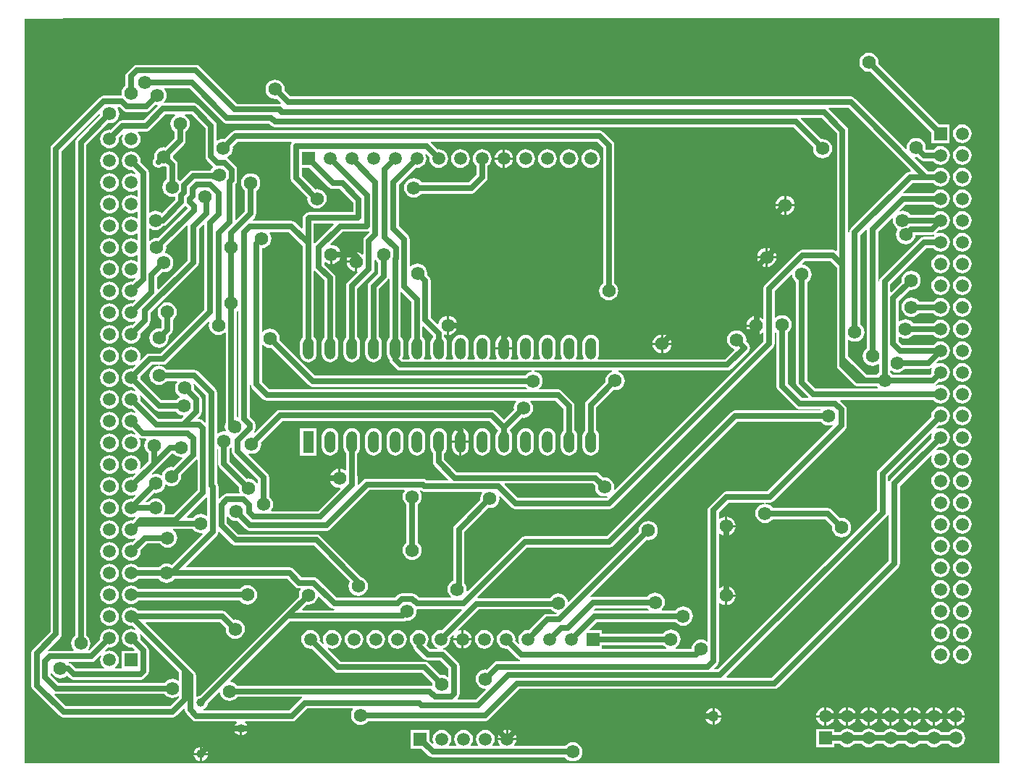
<source format=gbl>
%FSLAX24Y24*%
%MOIN*%
G70*
G01*
G75*
G04 Layer_Physical_Order=2*
G04 Layer_Color=16711680*
%ADD10R,0.0236X0.0709*%
%ADD11R,0.0551X0.0591*%
%ADD12R,0.0591X0.0551*%
%ADD13O,0.0866X0.0236*%
%ADD14R,0.0630X0.0630*%
%ADD15R,0.0787X0.0472*%
%ADD16R,0.0591X0.0630*%
%ADD17C,0.0250*%
%ADD18R,0.0591X0.0591*%
%ADD19C,0.0591*%
%ADD20R,0.0591X0.0591*%
%ADD21R,0.0500X0.1000*%
%ADD22O,0.0500X0.1000*%
%ADD23C,0.0394*%
%ADD24C,0.0620*%
%ADD25C,0.0500*%
G36*
X79566Y30534D02*
X34684D01*
Y64851D01*
X38215Y64866D01*
X79566D01*
Y30534D01*
D02*
G37*
%LPC*%
G36*
X76850Y35979D02*
X76739Y35964D01*
X76636Y35921D01*
X76547Y35853D01*
X76479Y35764D01*
X76436Y35661D01*
X76421Y35550D01*
X76436Y35439D01*
X76479Y35336D01*
X76547Y35247D01*
X76636Y35179D01*
X76739Y35136D01*
X76850Y35121D01*
X76961Y35136D01*
X77064Y35179D01*
X77153Y35247D01*
X77221Y35336D01*
X77264Y35439D01*
X77279Y35550D01*
X77264Y35661D01*
X77221Y35764D01*
X77153Y35853D01*
X77064Y35921D01*
X76961Y35964D01*
X76850Y35979D01*
D02*
G37*
G36*
X77850D02*
X77739Y35964D01*
X77636Y35921D01*
X77547Y35853D01*
X77479Y35764D01*
X77436Y35661D01*
X77421Y35550D01*
X77436Y35439D01*
X77479Y35336D01*
X77547Y35247D01*
X77636Y35179D01*
X77739Y35136D01*
X77850Y35121D01*
X77961Y35136D01*
X78064Y35179D01*
X78153Y35247D01*
X78221Y35336D01*
X78264Y35439D01*
X78279Y35550D01*
X78264Y35661D01*
X78221Y35764D01*
X78153Y35853D01*
X78064Y35921D01*
X77961Y35964D01*
X77850Y35979D01*
D02*
G37*
G36*
Y50979D02*
X77739Y50964D01*
X77636Y50921D01*
X77547Y50853D01*
X77479Y50764D01*
X77436Y50661D01*
X77421Y50550D01*
X77436Y50439D01*
X77479Y50336D01*
X77547Y50247D01*
X77636Y50179D01*
X77739Y50136D01*
X77850Y50121D01*
X77961Y50136D01*
X78064Y50179D01*
X78153Y50247D01*
X78221Y50336D01*
X78264Y50439D01*
X78279Y50550D01*
X78264Y50661D01*
X78221Y50764D01*
X78153Y50853D01*
X78064Y50921D01*
X77961Y50964D01*
X77850Y50979D01*
D02*
G37*
G36*
X77500Y33122D02*
X77439Y33114D01*
X77336Y33071D01*
X77247Y33003D01*
X77179Y32914D01*
X77136Y32811D01*
X77128Y32750D01*
X77500D01*
Y33122D01*
D02*
G37*
G36*
X77600D02*
Y32750D01*
X77972D01*
X77964Y32811D01*
X77921Y32914D01*
X77853Y33003D01*
X77764Y33071D01*
X77661Y33114D01*
X77600Y33122D01*
D02*
G37*
G36*
X76850Y37979D02*
X76739Y37964D01*
X76636Y37921D01*
X76547Y37853D01*
X76479Y37764D01*
X76436Y37661D01*
X76421Y37550D01*
X76436Y37439D01*
X76479Y37336D01*
X76547Y37247D01*
X76636Y37179D01*
X76739Y37136D01*
X76850Y37121D01*
X76961Y37136D01*
X77064Y37179D01*
X77153Y37247D01*
X77221Y37336D01*
X77264Y37439D01*
X77279Y37550D01*
X77264Y37661D01*
X77221Y37764D01*
X77153Y37853D01*
X77064Y37921D01*
X76961Y37964D01*
X76850Y37979D01*
D02*
G37*
G36*
X77850D02*
X77739Y37964D01*
X77636Y37921D01*
X77547Y37853D01*
X77479Y37764D01*
X77436Y37661D01*
X77421Y37550D01*
X77436Y37439D01*
X77479Y37336D01*
X77547Y37247D01*
X77636Y37179D01*
X77739Y37136D01*
X77850Y37121D01*
X77961Y37136D01*
X78064Y37179D01*
X78153Y37247D01*
X78221Y37336D01*
X78264Y37439D01*
X78279Y37550D01*
X78264Y37661D01*
X78221Y37764D01*
X78153Y37853D01*
X78064Y37921D01*
X77961Y37964D01*
X77850Y37979D01*
D02*
G37*
G36*
Y49979D02*
X77739Y49964D01*
X77636Y49921D01*
X77547Y49853D01*
X77479Y49764D01*
X77436Y49661D01*
X77421Y49550D01*
X77436Y49439D01*
X77479Y49336D01*
X77547Y49247D01*
X77636Y49179D01*
X77739Y49136D01*
X77850Y49121D01*
X77961Y49136D01*
X78064Y49179D01*
X78153Y49247D01*
X78221Y49336D01*
X78264Y49439D01*
X78279Y49550D01*
X78264Y49661D01*
X78221Y49764D01*
X78153Y49853D01*
X78064Y49921D01*
X77961Y49964D01*
X77850Y49979D01*
D02*
G37*
G36*
X76850Y36979D02*
X76739Y36964D01*
X76636Y36921D01*
X76547Y36853D01*
X76479Y36764D01*
X76436Y36661D01*
X76421Y36550D01*
X76436Y36439D01*
X76479Y36336D01*
X76547Y36247D01*
X76636Y36179D01*
X76739Y36136D01*
X76850Y36121D01*
X76961Y36136D01*
X77064Y36179D01*
X77153Y36247D01*
X77221Y36336D01*
X77264Y36439D01*
X77279Y36550D01*
X77264Y36661D01*
X77221Y36764D01*
X77153Y36853D01*
X77064Y36921D01*
X76961Y36964D01*
X76850Y36979D01*
D02*
G37*
G36*
X77850D02*
X77739Y36964D01*
X77636Y36921D01*
X77547Y36853D01*
X77479Y36764D01*
X77436Y36661D01*
X77421Y36550D01*
X77436Y36439D01*
X77479Y36336D01*
X77547Y36247D01*
X77636Y36179D01*
X77739Y36136D01*
X77850Y36121D01*
X77961Y36136D01*
X78064Y36179D01*
X78153Y36247D01*
X78221Y36336D01*
X78264Y36439D01*
X78279Y36550D01*
X78264Y36661D01*
X78221Y36764D01*
X78153Y36853D01*
X78064Y36921D01*
X77961Y36964D01*
X77850Y36979D01*
D02*
G37*
G36*
X76600Y33122D02*
Y32750D01*
X76972D01*
X76964Y32811D01*
X76921Y32914D01*
X76853Y33003D01*
X76764Y33071D01*
X76661Y33114D01*
X76600Y33122D01*
D02*
G37*
G36*
X77850Y52979D02*
X77739Y52964D01*
X77636Y52921D01*
X77547Y52853D01*
X77479Y52764D01*
X77436Y52661D01*
X77421Y52550D01*
X77436Y52439D01*
X77479Y52336D01*
X77547Y52247D01*
X77636Y52179D01*
X77739Y52136D01*
X77850Y52121D01*
X77961Y52136D01*
X78064Y52179D01*
X78153Y52247D01*
X78221Y52336D01*
X78264Y52439D01*
X78279Y52550D01*
X78264Y52661D01*
X78221Y52764D01*
X78153Y52853D01*
X78064Y52921D01*
X77961Y52964D01*
X77850Y52979D01*
D02*
G37*
G36*
X76850D02*
X76739Y52964D01*
X76636Y52921D01*
X76547Y52853D01*
X76479Y52764D01*
X76436Y52661D01*
X76421Y52550D01*
X76436Y52439D01*
X76479Y52336D01*
X76547Y52247D01*
X76636Y52179D01*
X76739Y52136D01*
X76850Y52121D01*
X76961Y52136D01*
X77064Y52179D01*
X77153Y52247D01*
X77221Y52336D01*
X77264Y52439D01*
X77279Y52550D01*
X77264Y52661D01*
X77221Y52764D01*
X77153Y52853D01*
X77064Y52921D01*
X76961Y52964D01*
X76850Y52979D01*
D02*
G37*
G36*
X74600Y33122D02*
Y32750D01*
X74972D01*
X74964Y32811D01*
X74921Y32914D01*
X74853Y33003D01*
X74764Y33071D01*
X74661Y33114D01*
X74600Y33122D01*
D02*
G37*
G36*
X76850Y53979D02*
X76739Y53964D01*
X76636Y53921D01*
X76547Y53853D01*
X76479Y53764D01*
X76436Y53661D01*
X76421Y53550D01*
X76436Y53439D01*
X76479Y53336D01*
X76547Y53247D01*
X76636Y53179D01*
X76739Y53136D01*
X76850Y53121D01*
X76961Y53136D01*
X77064Y53179D01*
X77153Y53247D01*
X77221Y53336D01*
X77264Y53439D01*
X77279Y53550D01*
X77264Y53661D01*
X77221Y53764D01*
X77153Y53853D01*
X77064Y53921D01*
X76961Y53964D01*
X76850Y53979D01*
D02*
G37*
G36*
X74500Y33122D02*
X74439Y33114D01*
X74336Y33071D01*
X74247Y33003D01*
X74179Y32914D01*
X74136Y32811D01*
X74128Y32750D01*
X74500D01*
Y33122D01*
D02*
G37*
G36*
X75500Y51994D02*
X75385Y51979D01*
X75278Y51934D01*
X75186Y51864D01*
X75116Y51772D01*
X75071Y51665D01*
X75056Y51550D01*
X75071Y51435D01*
X75116Y51328D01*
X75186Y51236D01*
X75278Y51166D01*
X75385Y51121D01*
X75500Y51106D01*
X75615Y51121D01*
X75722Y51166D01*
X75814Y51236D01*
X75855Y51290D01*
X76513D01*
X76547Y51247D01*
X76636Y51179D01*
X76739Y51136D01*
X76850Y51121D01*
X76961Y51136D01*
X77064Y51179D01*
X77153Y51247D01*
X77221Y51336D01*
X77264Y51439D01*
X77279Y51550D01*
X77264Y51661D01*
X77221Y51764D01*
X77153Y51853D01*
X77064Y51921D01*
X76961Y51964D01*
X76850Y51979D01*
X76739Y51964D01*
X76636Y51921D01*
X76547Y51853D01*
X76513Y51810D01*
X75855D01*
X75814Y51864D01*
X75722Y51934D01*
X75615Y51979D01*
X75500Y51994D01*
D02*
G37*
G36*
X76500Y33122D02*
X76439Y33114D01*
X76336Y33071D01*
X76247Y33003D01*
X76179Y32914D01*
X76136Y32811D01*
X76128Y32750D01*
X76500D01*
Y33122D01*
D02*
G37*
G36*
X77850Y51979D02*
X77739Y51964D01*
X77636Y51921D01*
X77547Y51853D01*
X77479Y51764D01*
X77436Y51661D01*
X77421Y51550D01*
X77436Y51439D01*
X77479Y51336D01*
X77547Y51247D01*
X77636Y51179D01*
X77739Y51136D01*
X77850Y51121D01*
X77961Y51136D01*
X78064Y51179D01*
X78153Y51247D01*
X78221Y51336D01*
X78264Y51439D01*
X78279Y51550D01*
X78264Y51661D01*
X78221Y51764D01*
X78153Y51853D01*
X78064Y51921D01*
X77961Y51964D01*
X77850Y51979D01*
D02*
G37*
G36*
X75500Y33122D02*
X75439Y33114D01*
X75336Y33071D01*
X75247Y33003D01*
X75179Y32914D01*
X75136Y32811D01*
X75128Y32750D01*
X75500D01*
Y33122D01*
D02*
G37*
G36*
X75600D02*
Y32750D01*
X75972D01*
X75964Y32811D01*
X75921Y32914D01*
X75853Y33003D01*
X75764Y33071D01*
X75661Y33114D01*
X75600Y33122D01*
D02*
G37*
G36*
X77850Y45979D02*
X77739Y45964D01*
X77636Y45921D01*
X77547Y45853D01*
X77479Y45764D01*
X77436Y45661D01*
X77421Y45550D01*
X77436Y45439D01*
X77479Y45336D01*
X77547Y45247D01*
X77636Y45179D01*
X77739Y45136D01*
X77850Y45121D01*
X77961Y45136D01*
X78064Y45179D01*
X78153Y45247D01*
X78221Y45336D01*
X78264Y45439D01*
X78279Y45550D01*
X78264Y45661D01*
X78221Y45764D01*
X78153Y45853D01*
X78064Y45921D01*
X77961Y45964D01*
X77850Y45979D01*
D02*
G37*
G36*
X67030Y41897D02*
Y41510D01*
X67417D01*
X67409Y41575D01*
X67364Y41682D01*
X67294Y41774D01*
X67202Y41844D01*
X67095Y41889D01*
X67030Y41897D01*
D02*
G37*
G36*
X77850Y41979D02*
X77739Y41964D01*
X77636Y41921D01*
X77547Y41853D01*
X77479Y41764D01*
X77436Y41661D01*
X77421Y41550D01*
X77436Y41439D01*
X77479Y41336D01*
X77547Y41247D01*
X77636Y41179D01*
X77739Y41136D01*
X77850Y41121D01*
X77961Y41136D01*
X78064Y41179D01*
X78153Y41247D01*
X78221Y41336D01*
X78264Y41439D01*
X78279Y41550D01*
X78264Y41661D01*
X78221Y41764D01*
X78153Y41853D01*
X78064Y41921D01*
X77961Y41964D01*
X77850Y41979D01*
D02*
G37*
G36*
X67417Y41410D02*
X67030D01*
Y41023D01*
X67095Y41031D01*
X67202Y41076D01*
X67294Y41146D01*
X67364Y41238D01*
X67409Y41345D01*
X67417Y41410D01*
D02*
G37*
G36*
X76850Y41979D02*
X76739Y41964D01*
X76636Y41921D01*
X76547Y41853D01*
X76479Y41764D01*
X76436Y41661D01*
X76421Y41550D01*
X76436Y41439D01*
X76479Y41336D01*
X76547Y41247D01*
X76636Y41179D01*
X76739Y41136D01*
X76850Y41121D01*
X76961Y41136D01*
X77064Y41179D01*
X77153Y41247D01*
X77221Y41336D01*
X77264Y41439D01*
X77279Y41550D01*
X77264Y41661D01*
X77221Y41764D01*
X77153Y41853D01*
X77064Y41921D01*
X76961Y41964D01*
X76850Y41979D01*
D02*
G37*
G36*
X77850Y43979D02*
X77739Y43964D01*
X77636Y43921D01*
X77547Y43853D01*
X77479Y43764D01*
X77436Y43661D01*
X77421Y43550D01*
X77436Y43439D01*
X77479Y43336D01*
X77547Y43247D01*
X77636Y43179D01*
X77739Y43136D01*
X77850Y43121D01*
X77961Y43136D01*
X78064Y43179D01*
X78153Y43247D01*
X78221Y43336D01*
X78264Y43439D01*
X78279Y43550D01*
X78264Y43661D01*
X78221Y43764D01*
X78153Y43853D01*
X78064Y43921D01*
X77961Y43964D01*
X77850Y43979D01*
D02*
G37*
G36*
Y44979D02*
X77739Y44964D01*
X77636Y44921D01*
X77547Y44853D01*
X77479Y44764D01*
X77436Y44661D01*
X77421Y44550D01*
X77436Y44439D01*
X77479Y44336D01*
X77547Y44247D01*
X77636Y44179D01*
X77739Y44136D01*
X77850Y44121D01*
X77961Y44136D01*
X78064Y44179D01*
X78153Y44247D01*
X78221Y44336D01*
X78264Y44439D01*
X78279Y44550D01*
X78264Y44661D01*
X78221Y44764D01*
X78153Y44853D01*
X78064Y44921D01*
X77961Y44964D01*
X77850Y44979D01*
D02*
G37*
G36*
X76850Y43979D02*
X76739Y43964D01*
X76636Y43921D01*
X76547Y43853D01*
X76479Y43764D01*
X76436Y43661D01*
X76421Y43550D01*
X76436Y43439D01*
X76479Y43336D01*
X76547Y43247D01*
X76636Y43179D01*
X76739Y43136D01*
X76850Y43121D01*
X76961Y43136D01*
X77064Y43179D01*
X77153Y43247D01*
X77221Y43336D01*
X77264Y43439D01*
X77279Y43550D01*
X77264Y43661D01*
X77221Y43764D01*
X77153Y43853D01*
X77064Y43921D01*
X76961Y43964D01*
X76850Y43979D01*
D02*
G37*
G36*
Y42979D02*
X76739Y42964D01*
X76636Y42921D01*
X76547Y42853D01*
X76479Y42764D01*
X76436Y42661D01*
X76421Y42550D01*
X76436Y42439D01*
X76479Y42336D01*
X76547Y42247D01*
X76636Y42179D01*
X76739Y42136D01*
X76850Y42121D01*
X76961Y42136D01*
X77064Y42179D01*
X77153Y42247D01*
X77221Y42336D01*
X77264Y42439D01*
X77279Y42550D01*
X77264Y42661D01*
X77221Y42764D01*
X77153Y42853D01*
X77064Y42921D01*
X76961Y42964D01*
X76850Y42979D01*
D02*
G37*
G36*
X77850D02*
X77739Y42964D01*
X77636Y42921D01*
X77547Y42853D01*
X77479Y42764D01*
X77436Y42661D01*
X77421Y42550D01*
X77436Y42439D01*
X77479Y42336D01*
X77547Y42247D01*
X77636Y42179D01*
X77739Y42136D01*
X77850Y42121D01*
X77961Y42136D01*
X78064Y42179D01*
X78153Y42247D01*
X78221Y42336D01*
X78264Y42439D01*
X78279Y42550D01*
X78264Y42661D01*
X78221Y42764D01*
X78153Y42853D01*
X78064Y42921D01*
X77961Y42964D01*
X77850Y42979D01*
D02*
G37*
G36*
Y46979D02*
X77739Y46964D01*
X77636Y46921D01*
X77547Y46853D01*
X77479Y46764D01*
X77436Y46661D01*
X77421Y46550D01*
X77436Y46439D01*
X77479Y46336D01*
X77547Y46247D01*
X77636Y46179D01*
X77739Y46136D01*
X77850Y46121D01*
X77961Y46136D01*
X78064Y46179D01*
X78153Y46247D01*
X78221Y46336D01*
X78264Y46439D01*
X78279Y46550D01*
X78264Y46661D01*
X78221Y46764D01*
X78153Y46853D01*
X78064Y46921D01*
X77961Y46964D01*
X77850Y46979D01*
D02*
G37*
G36*
Y38979D02*
X77739Y38964D01*
X77636Y38921D01*
X77547Y38853D01*
X77479Y38764D01*
X77436Y38661D01*
X77421Y38550D01*
X77436Y38439D01*
X77479Y38336D01*
X77547Y38247D01*
X77636Y38179D01*
X77739Y38136D01*
X77850Y38121D01*
X77961Y38136D01*
X78064Y38179D01*
X78153Y38247D01*
X78221Y38336D01*
X78264Y38439D01*
X78279Y38550D01*
X78264Y38661D01*
X78221Y38764D01*
X78153Y38853D01*
X78064Y38921D01*
X77961Y38964D01*
X77850Y38979D01*
D02*
G37*
G36*
Y47979D02*
X77739Y47964D01*
X77636Y47921D01*
X77547Y47853D01*
X77479Y47764D01*
X77436Y47661D01*
X77421Y47550D01*
X77436Y47439D01*
X77479Y47336D01*
X77547Y47247D01*
X77636Y47179D01*
X77739Y47136D01*
X77850Y47121D01*
X77961Y47136D01*
X78064Y47179D01*
X78153Y47247D01*
X78221Y47336D01*
X78264Y47439D01*
X78279Y47550D01*
X78264Y47661D01*
X78221Y47764D01*
X78153Y47853D01*
X78064Y47921D01*
X77961Y47964D01*
X77850Y47979D01*
D02*
G37*
G36*
X76850Y38979D02*
X76739Y38964D01*
X76636Y38921D01*
X76547Y38853D01*
X76479Y38764D01*
X76436Y38661D01*
X76421Y38550D01*
X76436Y38439D01*
X76479Y38336D01*
X76547Y38247D01*
X76636Y38179D01*
X76739Y38136D01*
X76850Y38121D01*
X76961Y38136D01*
X77064Y38179D01*
X77153Y38247D01*
X77221Y38336D01*
X77264Y38439D01*
X77279Y38550D01*
X77264Y38661D01*
X77221Y38764D01*
X77153Y38853D01*
X77064Y38921D01*
X76961Y38964D01*
X76850Y38979D01*
D02*
G37*
G36*
X77850Y48979D02*
X77739Y48964D01*
X77636Y48921D01*
X77547Y48853D01*
X77479Y48764D01*
X77436Y48661D01*
X77421Y48550D01*
X77436Y48439D01*
X77479Y48336D01*
X77547Y48247D01*
X77636Y48179D01*
X77739Y48136D01*
X77850Y48121D01*
X77961Y48136D01*
X78064Y48179D01*
X78153Y48247D01*
X78221Y48336D01*
X78264Y48439D01*
X78279Y48550D01*
X78264Y48661D01*
X78221Y48764D01*
X78153Y48853D01*
X78064Y48921D01*
X77961Y48964D01*
X77850Y48979D01*
D02*
G37*
G36*
X67417Y38220D02*
X67030D01*
Y37833D01*
X67095Y37841D01*
X67202Y37886D01*
X67294Y37956D01*
X67364Y38048D01*
X67409Y38155D01*
X67417Y38220D01*
D02*
G37*
G36*
X76850Y40979D02*
X76739Y40964D01*
X76636Y40921D01*
X76547Y40853D01*
X76479Y40764D01*
X76436Y40661D01*
X76421Y40550D01*
X76436Y40439D01*
X76479Y40336D01*
X76547Y40247D01*
X76636Y40179D01*
X76739Y40136D01*
X76850Y40121D01*
X76961Y40136D01*
X77064Y40179D01*
X77153Y40247D01*
X77221Y40336D01*
X77264Y40439D01*
X77279Y40550D01*
X77264Y40661D01*
X77221Y40764D01*
X77153Y40853D01*
X77064Y40921D01*
X76961Y40964D01*
X76850Y40979D01*
D02*
G37*
G36*
X77850D02*
X77739Y40964D01*
X77636Y40921D01*
X77547Y40853D01*
X77479Y40764D01*
X77436Y40661D01*
X77421Y40550D01*
X77436Y40439D01*
X77479Y40336D01*
X77547Y40247D01*
X77636Y40179D01*
X77739Y40136D01*
X77850Y40121D01*
X77961Y40136D01*
X78064Y40179D01*
X78153Y40247D01*
X78221Y40336D01*
X78264Y40439D01*
X78279Y40550D01*
X78264Y40661D01*
X78221Y40764D01*
X78153Y40853D01*
X78064Y40921D01*
X77961Y40964D01*
X77850Y40979D01*
D02*
G37*
G36*
Y39979D02*
X77739Y39964D01*
X77636Y39921D01*
X77547Y39853D01*
X77479Y39764D01*
X77436Y39661D01*
X77421Y39550D01*
X77436Y39439D01*
X77479Y39336D01*
X77547Y39247D01*
X77636Y39179D01*
X77739Y39136D01*
X77850Y39121D01*
X77961Y39136D01*
X78064Y39179D01*
X78153Y39247D01*
X78221Y39336D01*
X78264Y39439D01*
X78279Y39550D01*
X78264Y39661D01*
X78221Y39764D01*
X78153Y39853D01*
X78064Y39921D01*
X77961Y39964D01*
X77850Y39979D01*
D02*
G37*
G36*
X67030Y38707D02*
Y38320D01*
X67417D01*
X67409Y38385D01*
X67364Y38492D01*
X67294Y38584D01*
X67202Y38654D01*
X67095Y38699D01*
X67030Y38707D01*
D02*
G37*
G36*
X76850Y39979D02*
X76739Y39964D01*
X76636Y39921D01*
X76547Y39853D01*
X76479Y39764D01*
X76436Y39661D01*
X76421Y39550D01*
X76436Y39439D01*
X76479Y39336D01*
X76547Y39247D01*
X76636Y39179D01*
X76739Y39136D01*
X76850Y39121D01*
X76961Y39136D01*
X77064Y39179D01*
X77153Y39247D01*
X77221Y39336D01*
X77264Y39439D01*
X77279Y39550D01*
X77264Y39661D01*
X77221Y39764D01*
X77153Y39853D01*
X77064Y39921D01*
X76961Y39964D01*
X76850Y39979D01*
D02*
G37*
G36*
X77850Y53979D02*
X77739Y53964D01*
X77636Y53921D01*
X77547Y53853D01*
X77479Y53764D01*
X77436Y53661D01*
X77421Y53550D01*
X77436Y53439D01*
X77479Y53336D01*
X77547Y53247D01*
X77636Y53179D01*
X77739Y53136D01*
X77850Y53121D01*
X77961Y53136D01*
X78064Y53179D01*
X78153Y53247D01*
X78221Y53336D01*
X78264Y53439D01*
X78279Y53550D01*
X78264Y53661D01*
X78221Y53764D01*
X78153Y53853D01*
X78064Y53921D01*
X77961Y53964D01*
X77850Y53979D01*
D02*
G37*
G36*
Y56979D02*
X77739Y56964D01*
X77636Y56921D01*
X77547Y56853D01*
X77479Y56764D01*
X77436Y56661D01*
X77421Y56550D01*
X77436Y56439D01*
X77479Y56336D01*
X77547Y56247D01*
X77636Y56179D01*
X77739Y56136D01*
X77850Y56121D01*
X77961Y56136D01*
X78064Y56179D01*
X78153Y56247D01*
X78221Y56336D01*
X78264Y56439D01*
X78279Y56550D01*
X78264Y56661D01*
X78221Y56764D01*
X78153Y56853D01*
X78064Y56921D01*
X77961Y56964D01*
X77850Y56979D01*
D02*
G37*
G36*
X74500Y32650D02*
X74128D01*
X74136Y32589D01*
X74179Y32486D01*
X74247Y32397D01*
X74336Y32329D01*
X74439Y32286D01*
X74500Y32278D01*
Y32650D01*
D02*
G37*
G36*
X73972D02*
X73600D01*
Y32278D01*
X73661Y32286D01*
X73764Y32329D01*
X73853Y32397D01*
X73921Y32486D01*
X73964Y32589D01*
X73972Y32650D01*
D02*
G37*
G36*
X73500D02*
X73128D01*
X73136Y32589D01*
X73179Y32486D01*
X73247Y32397D01*
X73336Y32329D01*
X73439Y32286D01*
X73500Y32278D01*
Y32650D01*
D02*
G37*
G36*
X56850Y32072D02*
X56789Y32064D01*
X56686Y32021D01*
X56597Y31953D01*
X56529Y31864D01*
X56486Y31761D01*
X56478Y31700D01*
X56850D01*
Y32072D01*
D02*
G37*
G36*
X75500Y32650D02*
X75128D01*
X75136Y32589D01*
X75179Y32486D01*
X75247Y32397D01*
X75336Y32329D01*
X75439Y32286D01*
X75500Y32278D01*
Y32650D01*
D02*
G37*
G36*
X75972D02*
X75600D01*
Y32278D01*
X75661Y32286D01*
X75764Y32329D01*
X75853Y32397D01*
X75921Y32486D01*
X75964Y32589D01*
X75972Y32650D01*
D02*
G37*
G36*
X42850Y31292D02*
Y31019D01*
X43123D01*
X43118Y31054D01*
X43085Y31134D01*
X43033Y31202D01*
X42965Y31254D01*
X42885Y31287D01*
X42850Y31292D01*
D02*
G37*
G36*
X74972Y32650D02*
X74600D01*
Y32278D01*
X74661Y32286D01*
X74764Y32329D01*
X74853Y32397D01*
X74921Y32486D01*
X74964Y32589D01*
X74972Y32650D01*
D02*
G37*
G36*
X55900Y32079D02*
X55789Y32064D01*
X55686Y32021D01*
X55597Y31953D01*
X55529Y31864D01*
X55486Y31761D01*
X55471Y31650D01*
X55486Y31539D01*
X55529Y31436D01*
X55575Y31375D01*
X55553Y31330D01*
X55247D01*
X55225Y31375D01*
X55271Y31436D01*
X55314Y31539D01*
X55329Y31650D01*
X55314Y31761D01*
X55271Y31864D01*
X55203Y31953D01*
X55114Y32021D01*
X55011Y32064D01*
X54900Y32079D01*
X54789Y32064D01*
X54686Y32021D01*
X54597Y31953D01*
X54529Y31864D01*
X54486Y31761D01*
X54471Y31650D01*
X54486Y31539D01*
X54529Y31436D01*
X54575Y31375D01*
X54553Y31330D01*
X54247D01*
X54225Y31375D01*
X54271Y31436D01*
X54314Y31539D01*
X54329Y31650D01*
X54314Y31761D01*
X54271Y31864D01*
X54203Y31953D01*
X54114Y32021D01*
X54011Y32064D01*
X53900Y32079D01*
X53789Y32064D01*
X53686Y32021D01*
X53597Y31953D01*
X53529Y31864D01*
X53486Y31761D01*
X53471Y31650D01*
X53486Y31539D01*
X53512Y31475D01*
X53471Y31447D01*
X53325Y31592D01*
Y32075D01*
X52475D01*
Y31225D01*
X52958D01*
X53296Y30886D01*
X53380Y30830D01*
X53480Y30810D01*
X59575D01*
X59616Y30756D01*
X59708Y30686D01*
X59815Y30641D01*
X59930Y30626D01*
X60045Y30641D01*
X60152Y30686D01*
X60244Y30756D01*
X60314Y30848D01*
X60359Y30955D01*
X60374Y31070D01*
X60359Y31185D01*
X60314Y31292D01*
X60244Y31384D01*
X60152Y31454D01*
X60045Y31499D01*
X59930Y31514D01*
X59815Y31499D01*
X59708Y31454D01*
X59616Y31384D01*
X59575Y31330D01*
X57247D01*
X57225Y31375D01*
X57271Y31436D01*
X57314Y31539D01*
X57322Y31600D01*
X56478D01*
X56486Y31539D01*
X56529Y31436D01*
X56575Y31375D01*
X56553Y31330D01*
X56247D01*
X56225Y31375D01*
X56271Y31436D01*
X56314Y31539D01*
X56329Y31650D01*
X56314Y31761D01*
X56271Y31864D01*
X56203Y31953D01*
X56114Y32021D01*
X56011Y32064D01*
X55900Y32079D01*
D02*
G37*
G36*
X43123Y30919D02*
X42850D01*
Y30646D01*
X42885Y30650D01*
X42965Y30683D01*
X43033Y30736D01*
X43085Y30804D01*
X43118Y30884D01*
X43123Y30919D01*
D02*
G37*
G36*
X44973Y32100D02*
X44700D01*
Y31827D01*
X44736Y31832D01*
X44815Y31865D01*
X44884Y31917D01*
X44936Y31985D01*
X44969Y32065D01*
X44973Y32100D01*
D02*
G37*
G36*
X77550Y32129D02*
X77439Y32114D01*
X77336Y32071D01*
X77247Y32003D01*
X77213Y31960D01*
X76887D01*
X76853Y32003D01*
X76764Y32071D01*
X76661Y32114D01*
X76550Y32129D01*
X76439Y32114D01*
X76336Y32071D01*
X76247Y32003D01*
X76213Y31960D01*
X75887D01*
X75853Y32003D01*
X75764Y32071D01*
X75661Y32114D01*
X75550Y32129D01*
X75439Y32114D01*
X75336Y32071D01*
X75247Y32003D01*
X75213Y31960D01*
X74887D01*
X74853Y32003D01*
X74764Y32071D01*
X74661Y32114D01*
X74550Y32129D01*
X74439Y32114D01*
X74336Y32071D01*
X74247Y32003D01*
X74213Y31960D01*
X73887D01*
X73853Y32003D01*
X73764Y32071D01*
X73661Y32114D01*
X73550Y32129D01*
X73439Y32114D01*
X73336Y32071D01*
X73247Y32003D01*
X73213Y31960D01*
X72887D01*
X72853Y32003D01*
X72764Y32071D01*
X72661Y32114D01*
X72550Y32129D01*
X72439Y32114D01*
X72336Y32071D01*
X72247Y32003D01*
X72213Y31960D01*
X71975D01*
Y32125D01*
X71125D01*
Y31275D01*
X71975D01*
Y31440D01*
X72213D01*
X72247Y31397D01*
X72336Y31329D01*
X72439Y31286D01*
X72550Y31271D01*
X72661Y31286D01*
X72764Y31329D01*
X72853Y31397D01*
X72887Y31440D01*
X73213D01*
X73247Y31397D01*
X73336Y31329D01*
X73439Y31286D01*
X73550Y31271D01*
X73661Y31286D01*
X73764Y31329D01*
X73853Y31397D01*
X73887Y31440D01*
X74213D01*
X74247Y31397D01*
X74336Y31329D01*
X74439Y31286D01*
X74550Y31271D01*
X74661Y31286D01*
X74764Y31329D01*
X74853Y31397D01*
X74887Y31440D01*
X75213D01*
X75247Y31397D01*
X75336Y31329D01*
X75439Y31286D01*
X75550Y31271D01*
X75661Y31286D01*
X75764Y31329D01*
X75853Y31397D01*
X75887Y31440D01*
X76213D01*
X76247Y31397D01*
X76336Y31329D01*
X76439Y31286D01*
X76550Y31271D01*
X76661Y31286D01*
X76764Y31329D01*
X76853Y31397D01*
X76887Y31440D01*
X77213D01*
X77247Y31397D01*
X77336Y31329D01*
X77439Y31286D01*
X77550Y31271D01*
X77661Y31286D01*
X77764Y31329D01*
X77853Y31397D01*
X77921Y31486D01*
X77964Y31589D01*
X77979Y31700D01*
X77964Y31811D01*
X77921Y31914D01*
X77853Y32003D01*
X77764Y32071D01*
X77661Y32114D01*
X77550Y32129D01*
D02*
G37*
G36*
X44600Y32100D02*
X44327D01*
X44332Y32065D01*
X44365Y31985D01*
X44417Y31917D01*
X44486Y31865D01*
X44565Y31832D01*
X44600Y31827D01*
Y32100D01*
D02*
G37*
G36*
X42750Y31292D02*
X42715Y31287D01*
X42635Y31254D01*
X42567Y31202D01*
X42515Y31134D01*
X42482Y31054D01*
X42477Y31019D01*
X42750D01*
Y31292D01*
D02*
G37*
G36*
X56950Y32072D02*
Y31700D01*
X57322D01*
X57314Y31761D01*
X57271Y31864D01*
X57203Y31953D01*
X57114Y32021D01*
X57011Y32064D01*
X56950Y32072D01*
D02*
G37*
G36*
X77850Y57979D02*
X77739Y57964D01*
X77636Y57921D01*
X77547Y57853D01*
X77479Y57764D01*
X77436Y57661D01*
X77421Y57550D01*
X77436Y57439D01*
X77479Y57336D01*
X77547Y57247D01*
X77636Y57179D01*
X77739Y57136D01*
X77850Y57121D01*
X77961Y57136D01*
X78064Y57179D01*
X78153Y57247D01*
X78221Y57336D01*
X78264Y57439D01*
X78279Y57550D01*
X78264Y57661D01*
X78221Y57764D01*
X78153Y57853D01*
X78064Y57921D01*
X77961Y57964D01*
X77850Y57979D01*
D02*
G37*
G36*
X72972Y32650D02*
X72600D01*
Y32278D01*
X72661Y32286D01*
X72764Y32329D01*
X72853Y32397D01*
X72921Y32486D01*
X72964Y32589D01*
X72972Y32650D01*
D02*
G37*
G36*
X72500D02*
X72128D01*
X72136Y32589D01*
X72179Y32486D01*
X72247Y32397D01*
X72336Y32329D01*
X72439Y32286D01*
X72500Y32278D01*
Y32650D01*
D02*
G37*
G36*
X71500D02*
X71128D01*
X71136Y32589D01*
X71179Y32486D01*
X71247Y32397D01*
X71336Y32329D01*
X71439Y32286D01*
X71500Y32278D01*
Y32650D01*
D02*
G37*
G36*
X71972D02*
X71600D01*
Y32278D01*
X71661Y32286D01*
X71764Y32329D01*
X71853Y32397D01*
X71921Y32486D01*
X71964Y32589D01*
X71972Y32650D01*
D02*
G37*
G36*
X77850Y59979D02*
X77739Y59964D01*
X77636Y59921D01*
X77547Y59853D01*
X77479Y59764D01*
X77436Y59661D01*
X77421Y59550D01*
X77436Y59439D01*
X77479Y59336D01*
X77547Y59247D01*
X77636Y59179D01*
X77739Y59136D01*
X77850Y59121D01*
X77961Y59136D01*
X78064Y59179D01*
X78153Y59247D01*
X78221Y59336D01*
X78264Y59439D01*
X78279Y59550D01*
X78264Y59661D01*
X78221Y59764D01*
X78153Y59853D01*
X78064Y59921D01*
X77961Y59964D01*
X77850Y59979D01*
D02*
G37*
G36*
X66450Y33077D02*
Y32750D01*
X66777D01*
X66770Y32799D01*
X66732Y32892D01*
X66671Y32971D01*
X66592Y33032D01*
X66499Y33070D01*
X66450Y33077D01*
D02*
G37*
G36*
X71500Y33122D02*
X71439Y33114D01*
X71336Y33071D01*
X71247Y33003D01*
X71179Y32914D01*
X71136Y32811D01*
X71128Y32750D01*
X71500D01*
Y33122D01*
D02*
G37*
G36*
X66350Y33077D02*
X66301Y33070D01*
X66208Y33032D01*
X66129Y32971D01*
X66068Y32892D01*
X66030Y32799D01*
X66023Y32750D01*
X66350D01*
Y33077D01*
D02*
G37*
G36*
X77850Y54979D02*
X77739Y54964D01*
X77636Y54921D01*
X77547Y54853D01*
X77479Y54764D01*
X77436Y54661D01*
X77421Y54550D01*
X77436Y54439D01*
X77479Y54336D01*
X77547Y54247D01*
X77636Y54179D01*
X77739Y54136D01*
X77850Y54121D01*
X77961Y54136D01*
X78064Y54179D01*
X78153Y54247D01*
X78221Y54336D01*
X78264Y54439D01*
X78279Y54550D01*
X78264Y54661D01*
X78221Y54764D01*
X78153Y54853D01*
X78064Y54921D01*
X77961Y54964D01*
X77850Y54979D01*
D02*
G37*
G36*
X66777Y32650D02*
X66450D01*
Y32323D01*
X66499Y32330D01*
X66592Y32368D01*
X66671Y32429D01*
X66732Y32508D01*
X66770Y32601D01*
X66777Y32650D01*
D02*
G37*
G36*
X73500Y33122D02*
X73439Y33114D01*
X73336Y33071D01*
X73247Y33003D01*
X73179Y32914D01*
X73136Y32811D01*
X73128Y32750D01*
X73500D01*
Y33122D01*
D02*
G37*
G36*
X73600D02*
Y32750D01*
X73972D01*
X73964Y32811D01*
X73921Y32914D01*
X73853Y33003D01*
X73764Y33071D01*
X73661Y33114D01*
X73600Y33122D01*
D02*
G37*
G36*
X72600D02*
Y32750D01*
X72972D01*
X72964Y32811D01*
X72921Y32914D01*
X72853Y33003D01*
X72764Y33071D01*
X72661Y33114D01*
X72600Y33122D01*
D02*
G37*
G36*
X71600D02*
Y32750D01*
X71972D01*
X71964Y32811D01*
X71921Y32914D01*
X71853Y33003D01*
X71764Y33071D01*
X71661Y33114D01*
X71600Y33122D01*
D02*
G37*
G36*
X72500D02*
X72439Y33114D01*
X72336Y33071D01*
X72247Y33003D01*
X72179Y32914D01*
X72136Y32811D01*
X72128Y32750D01*
X72500D01*
Y33122D01*
D02*
G37*
G36*
X66350Y32650D02*
X66023D01*
X66030Y32601D01*
X66068Y32508D01*
X66129Y32429D01*
X66208Y32368D01*
X66301Y32330D01*
X66350Y32323D01*
Y32650D01*
D02*
G37*
G36*
X76500D02*
X76128D01*
X76136Y32589D01*
X76179Y32486D01*
X76247Y32397D01*
X76336Y32329D01*
X76439Y32286D01*
X76500Y32278D01*
Y32650D01*
D02*
G37*
G36*
X42573Y62725D02*
X39870D01*
X39771Y62705D01*
X39686Y62649D01*
X39416Y62379D01*
X39360Y62295D01*
X39340Y62195D01*
Y61775D01*
X39286Y61734D01*
X39216Y61642D01*
X39171Y61535D01*
X39156Y61420D01*
X39167Y61338D01*
X39134Y61300D01*
X38330D01*
X38231Y61280D01*
X38146Y61224D01*
X35956Y59034D01*
X35900Y58949D01*
X35880Y58850D01*
Y36608D01*
X35081Y35809D01*
X35025Y35724D01*
X35005Y35625D01*
Y34125D01*
X35005Y34125D01*
X35005D01*
X35025Y34025D01*
X35081Y33941D01*
X36296Y32726D01*
X36381Y32670D01*
X36480Y32650D01*
X41500D01*
X41599Y32670D01*
X41684Y32726D01*
X42024Y33066D01*
X42070Y33047D01*
Y33000D01*
X42070Y33000D01*
X42070D01*
X42090Y32901D01*
X42146Y32816D01*
X42426Y32536D01*
X42510Y32480D01*
X42610Y32460D01*
X44440D01*
X44456Y32413D01*
X44417Y32383D01*
X44365Y32315D01*
X44332Y32235D01*
X44327Y32200D01*
X44973D01*
X44969Y32235D01*
X44936Y32315D01*
X44884Y32383D01*
X44845Y32413D01*
X44861Y32460D01*
X46990D01*
X47090Y32480D01*
X47174Y32536D01*
X47174Y32536D01*
X47174Y32536D01*
X47698Y33060D01*
X49787D01*
X49809Y33015D01*
X49776Y32972D01*
X49731Y32865D01*
X49716Y32750D01*
X49731Y32635D01*
X49776Y32528D01*
X49846Y32436D01*
X49938Y32366D01*
X50045Y32321D01*
X50160Y32306D01*
X50275Y32321D01*
X50382Y32366D01*
X50474Y32436D01*
X50515Y32490D01*
X55885D01*
X55985Y32510D01*
X56069Y32566D01*
X56069Y32566D01*
X56069Y32566D01*
X57468Y33965D01*
X69198D01*
X69297Y33985D01*
X69382Y34041D01*
X69382Y34041D01*
X69382Y34041D01*
X74914Y39573D01*
X74970Y39658D01*
X74990Y39757D01*
X74990Y39757D01*
X74990Y39757D01*
Y39757D01*
Y43322D01*
X76421Y44753D01*
X76462Y44725D01*
X76436Y44661D01*
X76421Y44550D01*
X76436Y44439D01*
X76479Y44336D01*
X76547Y44247D01*
X76636Y44179D01*
X76739Y44136D01*
X76850Y44121D01*
X76961Y44136D01*
X77064Y44179D01*
X77153Y44247D01*
X77221Y44336D01*
X77264Y44439D01*
X77279Y44550D01*
X77264Y44661D01*
X77221Y44764D01*
X77153Y44853D01*
X77064Y44921D01*
X76961Y44964D01*
X76850Y44979D01*
X76739Y44964D01*
X76675Y44938D01*
X76647Y44979D01*
X76796Y45128D01*
X76850Y45121D01*
X76961Y45136D01*
X77064Y45179D01*
X77153Y45247D01*
X77221Y45336D01*
X77264Y45439D01*
X77279Y45550D01*
X77264Y45661D01*
X77221Y45764D01*
X77153Y45853D01*
X77064Y45921D01*
X76961Y45964D01*
X76850Y45979D01*
X76739Y45964D01*
X76675Y45938D01*
X76647Y45979D01*
X76796Y46128D01*
X76850Y46121D01*
X76961Y46136D01*
X77064Y46179D01*
X77153Y46247D01*
X77221Y46336D01*
X77264Y46439D01*
X77279Y46550D01*
X77264Y46661D01*
X77221Y46764D01*
X77153Y46853D01*
X77064Y46921D01*
X76961Y46964D01*
X76850Y46979D01*
X76739Y46964D01*
X76636Y46921D01*
X76547Y46853D01*
X76479Y46764D01*
X76436Y46661D01*
X76421Y46550D01*
X76428Y46496D01*
X73996Y44064D01*
X73940Y43980D01*
X73920Y43880D01*
Y42193D01*
X66592Y34865D01*
X66448D01*
X66429Y34911D01*
X66584Y35066D01*
X66640Y35150D01*
X66660Y35250D01*
X66660Y35250D01*
X66660Y35250D01*
Y35250D01*
Y37904D01*
X66705Y37927D01*
X66758Y37886D01*
X66865Y37841D01*
X66930Y37833D01*
Y38270D01*
Y38707D01*
X66865Y38699D01*
X66758Y38654D01*
X66705Y38613D01*
X66660Y38636D01*
Y41094D01*
X66705Y41117D01*
X66758Y41076D01*
X66865Y41031D01*
X66930Y41023D01*
Y41460D01*
Y41897D01*
X66865Y41889D01*
X66758Y41844D01*
X66705Y41803D01*
X66660Y41826D01*
Y42092D01*
X67108Y42540D01*
X68743D01*
X68746Y42490D01*
X68659Y42479D01*
X68552Y42434D01*
X68460Y42364D01*
X68390Y42272D01*
X68345Y42165D01*
X68330Y42050D01*
X68345Y41935D01*
X68390Y41828D01*
X68460Y41736D01*
X68552Y41666D01*
X68659Y41621D01*
X68774Y41606D01*
X68889Y41621D01*
X68996Y41666D01*
X69088Y41736D01*
X69129Y41790D01*
X71542D01*
X71865Y41467D01*
X71856Y41400D01*
X71871Y41285D01*
X71916Y41178D01*
X71986Y41086D01*
X72078Y41016D01*
X72185Y40971D01*
X72300Y40956D01*
X72415Y40971D01*
X72522Y41016D01*
X72614Y41086D01*
X72684Y41178D01*
X72729Y41285D01*
X72744Y41400D01*
X72729Y41515D01*
X72684Y41622D01*
X72614Y41714D01*
X72522Y41784D01*
X72415Y41829D01*
X72300Y41844D01*
X72233Y41835D01*
X71834Y42234D01*
X71750Y42290D01*
X71650Y42310D01*
X69129D01*
X69088Y42364D01*
X68996Y42434D01*
X68889Y42479D01*
X68802Y42490D01*
X68805Y42540D01*
X68980D01*
X69079Y42560D01*
X69164Y42616D01*
X72464Y45916D01*
X72520Y46000D01*
X72540Y46100D01*
Y46830D01*
X72520Y46929D01*
X72464Y47014D01*
X72234Y47244D01*
X72253Y47290D01*
X76513D01*
X76547Y47247D01*
X76636Y47179D01*
X76739Y47136D01*
X76850Y47121D01*
X76961Y47136D01*
X77064Y47179D01*
X77153Y47247D01*
X77221Y47336D01*
X77264Y47439D01*
X77279Y47550D01*
X77264Y47661D01*
X77221Y47764D01*
X77153Y47853D01*
X77064Y47921D01*
X76961Y47964D01*
X76850Y47979D01*
X76739Y47964D01*
X76652Y47928D01*
X76628Y47972D01*
X76664Y47996D01*
X76796Y48128D01*
X76850Y48121D01*
X76961Y48136D01*
X77064Y48179D01*
X77153Y48247D01*
X77221Y48336D01*
X77264Y48439D01*
X77279Y48550D01*
X77264Y48661D01*
X77221Y48764D01*
X77153Y48853D01*
X77064Y48921D01*
X76961Y48964D01*
X76850Y48979D01*
X76739Y48964D01*
X76675Y48938D01*
X76647Y48979D01*
X76796Y49128D01*
X76850Y49121D01*
X76961Y49136D01*
X77064Y49179D01*
X77153Y49247D01*
X77221Y49336D01*
X77264Y49439D01*
X77279Y49550D01*
X77264Y49661D01*
X77221Y49764D01*
X77153Y49853D01*
X77064Y49921D01*
X76961Y49964D01*
X76850Y49979D01*
X76739Y49964D01*
X76636Y49921D01*
X76547Y49853D01*
X76513Y49810D01*
X75108D01*
X74930Y49988D01*
Y50173D01*
X74975Y50195D01*
X75013Y50166D01*
X75120Y50121D01*
X75235Y50106D01*
X75350Y50121D01*
X75457Y50166D01*
X75549Y50236D01*
X75590Y50290D01*
X76513D01*
X76547Y50247D01*
X76636Y50179D01*
X76739Y50136D01*
X76850Y50121D01*
X76961Y50136D01*
X77064Y50179D01*
X77153Y50247D01*
X77221Y50336D01*
X77264Y50439D01*
X77279Y50550D01*
X77264Y50661D01*
X77221Y50764D01*
X77153Y50853D01*
X77064Y50921D01*
X76961Y50964D01*
X76850Y50979D01*
X76739Y50964D01*
X76636Y50921D01*
X76547Y50853D01*
X76513Y50810D01*
X75590D01*
X75549Y50864D01*
X75457Y50934D01*
X75350Y50979D01*
X75235Y50994D01*
X75120Y50979D01*
X75013Y50934D01*
X74975Y50905D01*
X74930Y50927D01*
Y51852D01*
X75433Y52355D01*
X75500Y52346D01*
X75615Y52361D01*
X75722Y52406D01*
X75814Y52476D01*
X75884Y52568D01*
X75929Y52675D01*
X75944Y52790D01*
X75929Y52905D01*
X75884Y53012D01*
X75814Y53104D01*
X75722Y53174D01*
X75615Y53219D01*
X75500Y53234D01*
X75385Y53219D01*
X75278Y53174D01*
X75186Y53104D01*
X75116Y53012D01*
X75071Y52905D01*
X75056Y52790D01*
X75065Y52723D01*
X74591Y52249D01*
X74545Y52268D01*
Y52622D01*
X76213Y54290D01*
X76513D01*
X76547Y54247D01*
X76636Y54179D01*
X76739Y54136D01*
X76850Y54121D01*
X76961Y54136D01*
X77064Y54179D01*
X77153Y54247D01*
X77221Y54336D01*
X77264Y54439D01*
X77279Y54550D01*
X77264Y54661D01*
X77221Y54764D01*
X77153Y54853D01*
X77064Y54921D01*
X76961Y54964D01*
X76850Y54979D01*
X76739Y54964D01*
X76675Y54938D01*
X76647Y54979D01*
X76796Y55128D01*
X76850Y55121D01*
X76961Y55136D01*
X77064Y55179D01*
X77153Y55247D01*
X77221Y55336D01*
X77264Y55439D01*
X77279Y55550D01*
X77264Y55661D01*
X77221Y55764D01*
X77153Y55853D01*
X77064Y55921D01*
X76961Y55964D01*
X76850Y55979D01*
X76739Y55964D01*
X76636Y55921D01*
X76547Y55853D01*
X76513Y55810D01*
X75455D01*
X75414Y55864D01*
X75322Y55934D01*
X75215Y55979D01*
X75100Y55994D01*
X74995Y55980D01*
X74972Y56025D01*
X75238Y56290D01*
X76513D01*
X76547Y56247D01*
X76636Y56179D01*
X76739Y56136D01*
X76850Y56121D01*
X76961Y56136D01*
X77064Y56179D01*
X77153Y56247D01*
X77221Y56336D01*
X77264Y56439D01*
X77279Y56550D01*
X77264Y56661D01*
X77221Y56764D01*
X77153Y56853D01*
X77064Y56921D01*
X76961Y56964D01*
X76850Y56979D01*
X76739Y56964D01*
X76636Y56921D01*
X76547Y56853D01*
X76513Y56810D01*
X75153D01*
X75134Y56856D01*
X75568Y57290D01*
X76513D01*
X76547Y57247D01*
X76636Y57179D01*
X76739Y57136D01*
X76850Y57121D01*
X76961Y57136D01*
X77064Y57179D01*
X77153Y57247D01*
X77221Y57336D01*
X77264Y57439D01*
X77279Y57550D01*
X77264Y57661D01*
X77221Y57764D01*
X77153Y57853D01*
X77064Y57921D01*
X76961Y57964D01*
X76850Y57979D01*
X76739Y57964D01*
X76636Y57921D01*
X76547Y57853D01*
X76513Y57810D01*
X76278D01*
X75660Y58428D01*
X75682Y58472D01*
X75730Y58466D01*
X75797Y58475D01*
X75906Y58366D01*
X75991Y58310D01*
X76090Y58290D01*
X76513D01*
X76547Y58247D01*
X76636Y58179D01*
X76739Y58136D01*
X76850Y58121D01*
X76961Y58136D01*
X77064Y58179D01*
X77153Y58247D01*
X77221Y58336D01*
X77264Y58439D01*
X77279Y58550D01*
X77264Y58661D01*
X77221Y58764D01*
X77153Y58853D01*
X77064Y58921D01*
X76961Y58964D01*
X76850Y58979D01*
X76739Y58964D01*
X76636Y58921D01*
X76547Y58853D01*
X76513Y58810D01*
X76199D01*
X76166Y58848D01*
X76174Y58910D01*
X76159Y59025D01*
X76114Y59132D01*
X76044Y59224D01*
X75952Y59294D01*
X75845Y59339D01*
X75730Y59354D01*
X75615Y59339D01*
X75508Y59294D01*
X75416Y59224D01*
X75346Y59132D01*
X75301Y59025D01*
X75286Y58910D01*
X75293Y58862D01*
X75248Y58840D01*
X72904Y61184D01*
X72819Y61240D01*
X72720Y61260D01*
X46928D01*
X46660Y61528D01*
X46669Y61595D01*
X46654Y61710D01*
X46609Y61817D01*
X46539Y61909D01*
X46447Y61979D01*
X46340Y62024D01*
X46225Y62039D01*
X46110Y62024D01*
X46003Y61979D01*
X45911Y61909D01*
X45841Y61817D01*
X45796Y61710D01*
X45781Y61595D01*
X45796Y61480D01*
X45841Y61373D01*
X45911Y61281D01*
X46003Y61211D01*
X46110Y61166D01*
X46225Y61151D01*
X46292Y61160D01*
X46493Y60959D01*
X46469Y60915D01*
X46421Y60925D01*
X44481D01*
X42757Y62649D01*
X42673Y62705D01*
X42573Y62725D01*
D02*
G37*
G36*
X73560Y63284D02*
X73445Y63269D01*
X73338Y63224D01*
X73246Y63154D01*
X73176Y63062D01*
X73131Y62955D01*
X73116Y62840D01*
X73131Y62725D01*
X73176Y62618D01*
X73246Y62526D01*
X73338Y62456D01*
X73445Y62411D01*
X73560Y62396D01*
X73627Y62405D01*
X76425Y59608D01*
Y59125D01*
X77275D01*
Y59975D01*
X76792D01*
X73995Y62773D01*
X74004Y62840D01*
X73989Y62955D01*
X73944Y63062D01*
X73874Y63154D01*
X73782Y63224D01*
X73675Y63269D01*
X73560Y63284D01*
D02*
G37*
G36*
X77850Y55979D02*
X77739Y55964D01*
X77636Y55921D01*
X77547Y55853D01*
X77479Y55764D01*
X77436Y55661D01*
X77421Y55550D01*
X77436Y55439D01*
X77479Y55336D01*
X77547Y55247D01*
X77636Y55179D01*
X77739Y55136D01*
X77850Y55121D01*
X77961Y55136D01*
X78064Y55179D01*
X78153Y55247D01*
X78221Y55336D01*
X78264Y55439D01*
X78279Y55550D01*
X78264Y55661D01*
X78221Y55764D01*
X78153Y55853D01*
X78064Y55921D01*
X77961Y55964D01*
X77850Y55979D01*
D02*
G37*
G36*
X76972Y32650D02*
X76600D01*
Y32278D01*
X76661Y32286D01*
X76764Y32329D01*
X76853Y32397D01*
X76921Y32486D01*
X76964Y32589D01*
X76972Y32650D01*
D02*
G37*
G36*
X77500D02*
X77128D01*
X77136Y32589D01*
X77179Y32486D01*
X77247Y32397D01*
X77336Y32329D01*
X77439Y32286D01*
X77500Y32278D01*
Y32650D01*
D02*
G37*
G36*
X77972D02*
X77600D01*
Y32278D01*
X77661Y32286D01*
X77764Y32329D01*
X77853Y32397D01*
X77921Y32486D01*
X77964Y32589D01*
X77972Y32650D01*
D02*
G37*
G36*
X77850Y58979D02*
X77739Y58964D01*
X77636Y58921D01*
X77547Y58853D01*
X77479Y58764D01*
X77436Y58661D01*
X77421Y58550D01*
X77436Y58439D01*
X77479Y58336D01*
X77547Y58247D01*
X77636Y58179D01*
X77739Y58136D01*
X77850Y58121D01*
X77961Y58136D01*
X78064Y58179D01*
X78153Y58247D01*
X78221Y58336D01*
X78264Y58439D01*
X78279Y58550D01*
X78264Y58661D01*
X78221Y58764D01*
X78153Y58853D01*
X78064Y58921D01*
X77961Y58964D01*
X77850Y58979D01*
D02*
G37*
G36*
X42750Y30919D02*
X42477D01*
X42482Y30884D01*
X42515Y30804D01*
X42567Y30736D01*
X42635Y30683D01*
X42715Y30650D01*
X42750Y30646D01*
Y30919D01*
D02*
G37*
%LPD*%
G36*
X43105Y42762D02*
Y41967D01*
X43060Y41945D01*
X43022Y41974D01*
X42915Y42019D01*
X42800Y42034D01*
X42685Y42019D01*
X42578Y41974D01*
X42486Y41904D01*
X42445Y41850D01*
X42193D01*
X42174Y41896D01*
X43059Y42781D01*
X43105Y42762D01*
D02*
G37*
G36*
X42650Y44507D02*
Y43108D01*
X41537Y41995D01*
X41107D01*
X41085Y42040D01*
X41114Y42078D01*
X41159Y42185D01*
X41174Y42300D01*
X41159Y42415D01*
X41114Y42522D01*
X41044Y42614D01*
X40952Y42684D01*
X40845Y42729D01*
X40730Y42744D01*
X40615Y42729D01*
X40508Y42684D01*
X40416Y42614D01*
X40375Y42560D01*
X40293D01*
X40274Y42606D01*
X40663Y42995D01*
X40730Y42986D01*
X40845Y43001D01*
X40952Y43046D01*
X41044Y43116D01*
X41114Y43208D01*
X41159Y43315D01*
X41165Y43367D01*
X41212Y43386D01*
X41238Y43366D01*
X41345Y43321D01*
X41460Y43306D01*
X41575Y43321D01*
X41682Y43366D01*
X41774Y43436D01*
X41844Y43528D01*
X41889Y43635D01*
X41904Y43750D01*
X41895Y43817D01*
X42604Y44526D01*
X42650Y44507D01*
D02*
G37*
G36*
X44245Y45091D02*
Y44895D01*
X44265Y44795D01*
X44321Y44711D01*
X45430Y43602D01*
Y43443D01*
X45381Y43433D01*
X45379Y43437D01*
X45309Y43529D01*
X45217Y43599D01*
X45110Y43644D01*
X44995Y43659D01*
X44928Y43650D01*
X44120Y44458D01*
Y45035D01*
X44174Y45076D01*
X44198Y45107D01*
X44245Y45091D01*
D02*
G37*
G36*
X76462Y45725D02*
X76436Y45661D01*
X76421Y45550D01*
X76428Y45496D01*
X74546Y43614D01*
X74490Y43530D01*
X74490Y43529D01*
X74440Y43534D01*
Y43772D01*
X76421Y45753D01*
X76462Y45725D01*
D02*
G37*
G36*
X69300Y50375D02*
Y47920D01*
X69300Y47920D01*
X69300D01*
X69320Y47821D01*
X69376Y47736D01*
X70186Y46926D01*
X70271Y46870D01*
X70370Y46850D01*
X71337D01*
X71340Y46842D01*
X71314Y46800D01*
X67400D01*
X67301Y46780D01*
X67216Y46724D01*
X61492Y41000D01*
X57720D01*
X57621Y40980D01*
X57536Y40924D01*
X55081Y38469D01*
X55036Y38491D01*
X55044Y38550D01*
X55029Y38665D01*
X54984Y38772D01*
X54938Y38832D01*
X54940Y38840D01*
Y41202D01*
X56043Y42305D01*
X56110Y42296D01*
X56225Y42311D01*
X56332Y42356D01*
X56424Y42426D01*
X56494Y42518D01*
X56539Y42625D01*
X56554Y42740D01*
X56543Y42822D01*
X56588Y42845D01*
X57116Y42316D01*
X57116Y42316D01*
X57116D01*
X57116Y42316D01*
X57116D01*
X57116Y42316D01*
Y42316D01*
Y42316D01*
D01*
D01*
X57116D01*
Y42316D01*
X57200Y42260D01*
X57300Y42240D01*
X61590D01*
X61690Y42260D01*
X61774Y42316D01*
X69154Y49696D01*
X69210Y49781D01*
X69230Y49880D01*
Y50388D01*
X69258Y50402D01*
X69300Y50375D01*
D02*
G37*
G36*
X43600Y44994D02*
Y44350D01*
X43600Y44350D01*
X43600D01*
X43620Y44250D01*
X43676Y44166D01*
X44560Y43282D01*
X44551Y43215D01*
X44566Y43100D01*
X44605Y43007D01*
X44577Y42965D01*
X44000D01*
X43900Y42945D01*
X43816Y42889D01*
X43671Y42744D01*
X43625Y42763D01*
Y43278D01*
X43605Y43378D01*
X43550Y43460D01*
Y45017D01*
X43558Y45020D01*
X43600Y44994D01*
D02*
G37*
G36*
X60955Y43337D02*
X60946Y43270D01*
X60961Y43155D01*
X61006Y43048D01*
X61076Y42956D01*
X61168Y42886D01*
X61275Y42841D01*
X61390Y42826D01*
X61495Y42840D01*
X61518Y42795D01*
X61482Y42760D01*
X57408D01*
X56782Y43386D01*
X56801Y43432D01*
X60860D01*
X60955Y43337D01*
D02*
G37*
G36*
X74470Y41981D02*
Y39865D01*
X69090Y34485D01*
X67013D01*
X66994Y34531D01*
X74364Y41901D01*
X74420Y41986D01*
X74420Y41986D01*
X74470Y41981D01*
D02*
G37*
G36*
X38212Y35475D02*
X38186Y35411D01*
X38171Y35300D01*
X38186Y35189D01*
X38229Y35086D01*
X38297Y34997D01*
X38348Y34957D01*
X38332Y34910D01*
X37068D01*
X36894Y35084D01*
X36809Y35140D01*
X36734Y35155D01*
X36739Y35205D01*
X37765D01*
X37864Y35225D01*
X37949Y35281D01*
X37949Y35281D01*
X37949Y35281D01*
X38171Y35503D01*
X38212Y35475D01*
D02*
G37*
G36*
X64131Y35936D02*
X64223Y35866D01*
X64239Y35859D01*
X64229Y35810D01*
X61275D01*
Y35825D01*
X61275D01*
Y35990D01*
X64090D01*
X64131Y35936D01*
D02*
G37*
G36*
X43690Y33790D02*
X43696Y33740D01*
X43741Y33633D01*
X43811Y33541D01*
X43903Y33471D01*
X44010Y33426D01*
X44125Y33411D01*
X44240Y33426D01*
X44347Y33471D01*
X44439Y33541D01*
X44480Y33595D01*
X47456D01*
X47471Y33547D01*
X47406Y33504D01*
X46882Y32980D01*
X42935D01*
X42925Y33029D01*
X42965Y33046D01*
X43033Y33098D01*
X43085Y33166D01*
X43118Y33246D01*
X43124Y33287D01*
X43642Y33806D01*
X43690Y33790D01*
D02*
G37*
G36*
X36155Y33730D02*
X41145D01*
X41186Y33676D01*
X41278Y33606D01*
X41385Y33561D01*
X41500Y33546D01*
X41615Y33561D01*
X41722Y33606D01*
X41765Y33639D01*
X41791Y33626D01*
X41799Y33577D01*
X41392Y33170D01*
X36588D01*
X36057Y33701D01*
X36081Y33745D01*
X36155Y33730D01*
D02*
G37*
G36*
X41810Y34722D02*
Y34363D01*
X41765Y34341D01*
X41722Y34374D01*
X41615Y34419D01*
X41500Y34434D01*
X41385Y34419D01*
X41278Y34374D01*
X41186Y34304D01*
X41145Y34250D01*
X36263D01*
X35905Y34608D01*
Y34659D01*
X35914Y34663D01*
X35952Y34676D01*
X36021Y34586D01*
X36113Y34516D01*
X36220Y34471D01*
X36335Y34456D01*
X36450Y34471D01*
X36557Y34516D01*
X36649Y34586D01*
X36656Y34587D01*
X36776Y34466D01*
X36860Y34410D01*
X36960Y34390D01*
X40030D01*
X40129Y34410D01*
X40214Y34466D01*
X40214Y34466D01*
X40214Y34466D01*
X40344Y34596D01*
X40400Y34681D01*
X40420Y34780D01*
X40420Y34780D01*
X40420Y34780D01*
Y34780D01*
Y35740D01*
X40400Y35840D01*
X40344Y35924D01*
X40022Y36246D01*
X40029Y36300D01*
X40014Y36411D01*
X39988Y36475D01*
X40029Y36503D01*
X41810Y34722D01*
D02*
G37*
G36*
X48766Y37716D02*
X48766D01*
X48766Y37716D01*
X48766D01*
X48766Y37716D01*
Y37716D01*
X48766Y37716D01*
Y37716D01*
X48851Y37660D01*
X48946Y37641D01*
X48941Y37591D01*
X47493D01*
X47474Y37637D01*
X47693Y37856D01*
X47760Y37847D01*
X47875Y37862D01*
X47982Y37907D01*
X48074Y37977D01*
X48144Y38069D01*
X48189Y38176D01*
X48195Y38224D01*
X48242Y38240D01*
X48766Y37716D01*
D02*
G37*
G36*
X71396Y46226D02*
X71488Y46156D01*
X71595Y46111D01*
X71710Y46096D01*
X71825Y46111D01*
X71875Y46132D01*
X71903Y46091D01*
X68872Y43060D01*
X67000D01*
X66901Y43040D01*
X66816Y42984D01*
X66216Y42384D01*
X66160Y42299D01*
X66140Y42200D01*
Y36173D01*
X66095Y36151D01*
X66052Y36184D01*
X65945Y36229D01*
X65830Y36244D01*
X65715Y36229D01*
X65608Y36184D01*
X65516Y36114D01*
X65446Y36022D01*
X65401Y35915D01*
X65388Y35810D01*
X64661D01*
X64651Y35859D01*
X64667Y35866D01*
X64759Y35936D01*
X64829Y36028D01*
X64874Y36135D01*
X64889Y36250D01*
X64874Y36365D01*
X64829Y36472D01*
X64759Y36564D01*
X64667Y36634D01*
X64560Y36679D01*
X64445Y36694D01*
X64330Y36679D01*
X64223Y36634D01*
X64131Y36564D01*
X64090Y36510D01*
X61275D01*
Y36675D01*
X60708D01*
X60689Y36721D01*
X61023Y37055D01*
X64655D01*
X64696Y37001D01*
X64788Y36931D01*
X64895Y36886D01*
X65010Y36871D01*
X65125Y36886D01*
X65232Y36931D01*
X65324Y37001D01*
X65394Y37093D01*
X65439Y37200D01*
X65454Y37315D01*
X65439Y37430D01*
X65394Y37537D01*
X65324Y37629D01*
X65232Y37699D01*
X65125Y37744D01*
X65010Y37759D01*
X64895Y37744D01*
X64788Y37699D01*
X64696Y37629D01*
X64655Y37575D01*
X64032D01*
X64016Y37622D01*
X64034Y37636D01*
X64104Y37728D01*
X64149Y37835D01*
X64164Y37950D01*
X64149Y38065D01*
X64104Y38172D01*
X64034Y38264D01*
X63942Y38334D01*
X63835Y38379D01*
X63720Y38394D01*
X63605Y38379D01*
X63498Y38334D01*
X63406Y38264D01*
X63365Y38210D01*
X60850D01*
X60768Y38194D01*
X60745Y38238D01*
X63333Y40826D01*
X63400Y40817D01*
X63515Y40832D01*
X63622Y40877D01*
X63714Y40947D01*
X63784Y41039D01*
X63829Y41146D01*
X63844Y41261D01*
X63829Y41376D01*
X63784Y41483D01*
X63714Y41575D01*
X63622Y41645D01*
X63515Y41690D01*
X63400Y41705D01*
X63285Y41690D01*
X63178Y41645D01*
X63086Y41575D01*
X63016Y41483D01*
X62971Y41376D01*
X62956Y41261D01*
X62965Y41194D01*
X59742Y37971D01*
X59695Y37987D01*
X59689Y38035D01*
X59644Y38142D01*
X59574Y38234D01*
X59482Y38304D01*
X59375Y38349D01*
X59260Y38364D01*
X59145Y38349D01*
X59038Y38304D01*
X58946Y38234D01*
X58882Y38150D01*
X55563D01*
X55544Y38196D01*
X57828Y40480D01*
X61600D01*
X61700Y40500D01*
X61784Y40556D01*
X67508Y46280D01*
X71355D01*
X71396Y46226D01*
D02*
G37*
G36*
X52179Y43085D02*
X52146Y43042D01*
X52101Y42935D01*
X52086Y42820D01*
X52101Y42705D01*
X52146Y42598D01*
X52216Y42506D01*
X52270Y42465D01*
Y40705D01*
X52216Y40664D01*
X52146Y40572D01*
X52101Y40465D01*
X52086Y40350D01*
X52101Y40235D01*
X52146Y40128D01*
X52216Y40036D01*
X52308Y39966D01*
X52415Y39921D01*
X52530Y39906D01*
X52645Y39921D01*
X52752Y39966D01*
X52844Y40036D01*
X52914Y40128D01*
X52959Y40235D01*
X52974Y40350D01*
X52959Y40465D01*
X52914Y40572D01*
X52844Y40664D01*
X52790Y40705D01*
Y42465D01*
X52844Y42506D01*
X52914Y42598D01*
X52959Y42705D01*
X52974Y42820D01*
X52959Y42935D01*
X52914Y43042D01*
X52881Y43085D01*
X52889Y43101D01*
X52937Y43114D01*
X53000Y43072D01*
X53100Y43052D01*
X55738D01*
X55761Y43007D01*
X55726Y42962D01*
X55681Y42855D01*
X55666Y42740D01*
X55675Y42673D01*
X54496Y41494D01*
X54440Y41410D01*
X54420Y41310D01*
Y38952D01*
X54378Y38934D01*
X54286Y38864D01*
X54216Y38772D01*
X54171Y38665D01*
X54156Y38550D01*
X54171Y38435D01*
X54216Y38328D01*
X54286Y38236D01*
X54324Y38207D01*
X54308Y38160D01*
X52857D01*
X52718Y38299D01*
X52634Y38355D01*
X52535Y38375D01*
X52067D01*
X51967Y38355D01*
X51883Y38299D01*
X51744Y38160D01*
X49058D01*
X48178Y39040D01*
X48094Y39096D01*
X47994Y39116D01*
X47452D01*
X47084Y39484D01*
X47000Y39540D01*
X46900Y39560D01*
X42144D01*
X42125Y39606D01*
X43549Y41031D01*
X43605Y41115D01*
X43622Y41198D01*
X43670Y41213D01*
X44236Y40646D01*
X44236Y40646D01*
X44236D01*
X44236Y40646D01*
X44236D01*
X44236Y40646D01*
Y40646D01*
Y40646D01*
D01*
D01*
X44236D01*
Y40646D01*
X44321Y40590D01*
X44420Y40570D01*
X48012D01*
X49664Y38918D01*
X49621Y38815D01*
X49606Y38700D01*
X49621Y38585D01*
X49666Y38478D01*
X49736Y38386D01*
X49828Y38316D01*
X49935Y38271D01*
X50050Y38256D01*
X50165Y38271D01*
X50272Y38316D01*
X50364Y38386D01*
X50434Y38478D01*
X50479Y38585D01*
X50494Y38700D01*
X50479Y38815D01*
X50434Y38922D01*
X50364Y39014D01*
X50272Y39084D01*
X50206Y39112D01*
X48304Y41014D01*
X48219Y41070D01*
X48120Y41090D01*
X44528D01*
X44010Y41608D01*
Y41887D01*
X44057Y41903D01*
X44116Y41826D01*
X44208Y41756D01*
X44315Y41711D01*
X44430Y41696D01*
X44497Y41705D01*
X44871Y41331D01*
X44956Y41275D01*
X45055Y41255D01*
X48585D01*
X48685Y41275D01*
X48769Y41331D01*
X48769Y41331D01*
X48769Y41331D01*
X50568Y43130D01*
X52157D01*
X52179Y43085D01*
D02*
G37*
G36*
X58946Y37606D02*
X59038Y37536D01*
X59145Y37491D01*
X59193Y37485D01*
X59201Y37461D01*
X59172Y37420D01*
X58760D01*
X58660Y37400D01*
X58576Y37344D01*
X57904Y36672D01*
X57850Y36679D01*
X57739Y36664D01*
X57636Y36621D01*
X57547Y36553D01*
X57479Y36464D01*
X57436Y36361D01*
X57421Y36250D01*
X57436Y36139D01*
X57462Y36075D01*
X57421Y36047D01*
X57272Y36196D01*
X57279Y36250D01*
X57264Y36361D01*
X57221Y36464D01*
X57153Y36553D01*
X57064Y36621D01*
X56961Y36664D01*
X56850Y36679D01*
X56739Y36664D01*
X56636Y36621D01*
X56547Y36553D01*
X56479Y36464D01*
X56436Y36361D01*
X56421Y36250D01*
X56436Y36139D01*
X56479Y36036D01*
X56547Y35947D01*
X56636Y35879D01*
X56739Y35836D01*
X56850Y35821D01*
X56904Y35828D01*
X57366Y35366D01*
X57450Y35310D01*
X57501Y35300D01*
X57496Y35250D01*
X56470D01*
X56371Y35230D01*
X56286Y35174D01*
X55967Y34855D01*
X55900Y34864D01*
X55785Y34849D01*
X55678Y34804D01*
X55586Y34734D01*
X55516Y34642D01*
X55471Y34535D01*
X55456Y34420D01*
X55471Y34305D01*
X55516Y34198D01*
X55586Y34106D01*
X55678Y34036D01*
X55785Y33991D01*
X55897Y33977D01*
X55914Y33929D01*
X55469Y33485D01*
X54633D01*
X54614Y33531D01*
X54649Y33566D01*
X54705Y33651D01*
X54725Y33750D01*
X54725Y33750D01*
X54725Y33750D01*
Y33750D01*
Y35005D01*
X54705Y35104D01*
X54649Y35189D01*
X54114Y35724D01*
X54029Y35780D01*
X53977Y35791D01*
X53972Y35840D01*
X54064Y35879D01*
X54153Y35947D01*
X54221Y36036D01*
X54264Y36139D01*
X54279Y36250D01*
X54272Y36304D01*
X54421Y36453D01*
X54462Y36425D01*
X54436Y36361D01*
X54428Y36300D01*
X54800D01*
Y36672D01*
X54739Y36664D01*
X54675Y36638D01*
X54647Y36679D01*
X55598Y37630D01*
X58928D01*
X58946Y37606D01*
D02*
G37*
G36*
X54826Y37594D02*
X53904Y36672D01*
X53850Y36679D01*
X53739Y36664D01*
X53636Y36621D01*
X53547Y36553D01*
X53479Y36464D01*
X53436Y36361D01*
X53421Y36250D01*
X53436Y36139D01*
X53479Y36036D01*
X53547Y35947D01*
X53636Y35879D01*
X53707Y35849D01*
X53697Y35800D01*
X53358D01*
X53178Y35979D01*
X53221Y36036D01*
X53264Y36139D01*
X53279Y36250D01*
X53264Y36361D01*
X53221Y36464D01*
X53153Y36553D01*
X53064Y36621D01*
X52961Y36664D01*
X52850Y36679D01*
X52739Y36664D01*
X52636Y36621D01*
X52547Y36553D01*
X52479Y36464D01*
X52436Y36361D01*
X52421Y36250D01*
X52436Y36139D01*
X52479Y36036D01*
X52547Y35947D01*
X52596Y35909D01*
X52601Y35885D01*
X52610Y35840D01*
X52666Y35756D01*
X53066Y35356D01*
X53151Y35300D01*
X53250Y35280D01*
X53822D01*
X54205Y34897D01*
Y34547D01*
X54160Y34525D01*
X54122Y34554D01*
X54015Y34599D01*
X53900Y34614D01*
X53833Y34605D01*
X53294Y35144D01*
X53210Y35200D01*
X53110Y35220D01*
X49248D01*
X48647Y35821D01*
X48675Y35862D01*
X48739Y35836D01*
X48850Y35821D01*
X48961Y35836D01*
X49064Y35879D01*
X49153Y35947D01*
X49221Y36036D01*
X49264Y36139D01*
X49279Y36250D01*
X49264Y36361D01*
X49221Y36464D01*
X49153Y36553D01*
X49064Y36621D01*
X48961Y36664D01*
X48850Y36679D01*
X48739Y36664D01*
X48636Y36621D01*
X48547Y36553D01*
X48479Y36464D01*
X48436Y36361D01*
X48421Y36250D01*
X48436Y36139D01*
X48462Y36075D01*
X48421Y36047D01*
X48272Y36196D01*
X48279Y36250D01*
X48264Y36361D01*
X48221Y36464D01*
X48153Y36553D01*
X48064Y36621D01*
X47961Y36664D01*
X47850Y36679D01*
X47739Y36664D01*
X47636Y36621D01*
X47547Y36553D01*
X47479Y36464D01*
X47436Y36361D01*
X47421Y36250D01*
X47436Y36139D01*
X47479Y36036D01*
X47547Y35947D01*
X47636Y35879D01*
X47739Y35836D01*
X47850Y35821D01*
X47904Y35828D01*
X48956Y34776D01*
X49040Y34720D01*
X49140Y34700D01*
X53002D01*
X53465Y34237D01*
X53456Y34170D01*
X53461Y34131D01*
X53425Y34097D01*
X53335Y34115D01*
X44480D01*
X44439Y34169D01*
X44347Y34239D01*
X44240Y34284D01*
X44190Y34290D01*
X44174Y34338D01*
X46908Y37071D01*
X52082D01*
X52181Y37091D01*
X52220Y37117D01*
X52301Y37106D01*
X52415Y37121D01*
X52522Y37166D01*
X52614Y37236D01*
X52685Y37328D01*
X52729Y37435D01*
X52744Y37550D01*
X52737Y37602D01*
X52770Y37640D01*
X54807D01*
X54826Y37594D01*
D02*
G37*
G36*
X63406Y37636D02*
X63424Y37622D01*
X63408Y37575D01*
X60915D01*
X60909Y37574D01*
X60886Y37618D01*
X60958Y37690D01*
X63365D01*
X63406Y37636D01*
D02*
G37*
G36*
X50549Y55040D02*
X50546Y55041D01*
X50553Y54992D01*
X50361Y54799D01*
X50305Y54715D01*
X50285Y54616D01*
Y54004D01*
X50240Y53982D01*
X50172Y54034D01*
X50065Y54079D01*
X50000Y54087D01*
Y53650D01*
Y53208D01*
X50020Y53168D01*
X49566Y52714D01*
X49510Y52629D01*
X49490Y52530D01*
Y50179D01*
X49479Y50171D01*
X49418Y50092D01*
X49380Y49999D01*
X49367Y49900D01*
Y49400D01*
X49380Y49301D01*
X49418Y49208D01*
X49479Y49129D01*
X49558Y49068D01*
X49651Y49030D01*
X49750Y49017D01*
X49849Y49030D01*
X49942Y49068D01*
X50021Y49129D01*
X50082Y49208D01*
X50120Y49301D01*
X50133Y49400D01*
Y49900D01*
X50120Y49999D01*
X50082Y50092D01*
X50021Y50171D01*
X50010Y50179D01*
Y52422D01*
X50729Y53141D01*
X50785Y53225D01*
X50805Y53325D01*
X50805Y53325D01*
X50805Y53325D01*
Y53325D01*
Y53720D01*
X50852Y53736D01*
X50906Y53666D01*
X50960Y53625D01*
Y53098D01*
X50566Y52704D01*
X50510Y52620D01*
X50490Y52520D01*
Y50179D01*
X50479Y50171D01*
X50418Y50092D01*
X50380Y49999D01*
X50367Y49900D01*
Y49400D01*
X50380Y49301D01*
X50418Y49208D01*
X50479Y49129D01*
X50558Y49068D01*
X50651Y49030D01*
X50750Y49017D01*
X50849Y49030D01*
X50942Y49068D01*
X51021Y49129D01*
X51082Y49208D01*
X51120Y49301D01*
X51133Y49400D01*
Y49900D01*
X51120Y49999D01*
X51082Y50092D01*
X51021Y50171D01*
X51010Y50179D01*
Y52412D01*
X51404Y52806D01*
X51442Y52863D01*
X51490Y52849D01*
Y50179D01*
X51479Y50171D01*
X51418Y50092D01*
X51380Y49999D01*
X51367Y49900D01*
Y49400D01*
X51380Y49301D01*
X51418Y49208D01*
X51479Y49129D01*
X51496Y49116D01*
X51510Y49046D01*
X51566Y48961D01*
X51816Y48711D01*
X51901Y48655D01*
X52000Y48635D01*
X58031D01*
X58034Y48585D01*
X57985Y48579D01*
X57878Y48534D01*
X57786Y48464D01*
X57745Y48410D01*
X48068D01*
X46425Y50053D01*
X46434Y50120D01*
X46419Y50235D01*
X46374Y50342D01*
X46304Y50434D01*
X46212Y50504D01*
X46105Y50549D01*
X45990Y50564D01*
X45875Y50549D01*
X45768Y50504D01*
X45676Y50434D01*
X45662Y50416D01*
X45615Y50432D01*
Y54272D01*
X45720Y54285D01*
X45827Y54330D01*
X45919Y54400D01*
X45989Y54492D01*
X46034Y54599D01*
X46049Y54714D01*
X46034Y54829D01*
X45989Y54936D01*
X45960Y54974D01*
X45982Y55019D01*
X46863D01*
X47490Y54392D01*
Y50179D01*
X47479Y50171D01*
X47418Y50092D01*
X47380Y49999D01*
X47367Y49900D01*
Y49400D01*
X47380Y49301D01*
X47418Y49208D01*
X47479Y49129D01*
X47558Y49068D01*
X47651Y49030D01*
X47750Y49017D01*
X47849Y49030D01*
X47942Y49068D01*
X48021Y49129D01*
X48082Y49208D01*
X48120Y49301D01*
X48133Y49400D01*
Y49900D01*
X48120Y49999D01*
X48082Y50092D01*
X48021Y50171D01*
X48010Y50179D01*
Y53215D01*
X48058Y53229D01*
X48060Y53226D01*
X48490Y52796D01*
Y50179D01*
X48479Y50171D01*
X48418Y50092D01*
X48380Y49999D01*
X48367Y49900D01*
Y49400D01*
X48380Y49301D01*
X48418Y49208D01*
X48479Y49129D01*
X48558Y49068D01*
X48651Y49030D01*
X48750Y49017D01*
X48849Y49030D01*
X48942Y49068D01*
X49021Y49129D01*
X49082Y49208D01*
X49120Y49301D01*
X49133Y49400D01*
Y49900D01*
X49120Y49999D01*
X49082Y50092D01*
X49021Y50171D01*
X49010Y50179D01*
Y52904D01*
X49010Y52904D01*
X49010Y52904D01*
Y52904D01*
X49010D01*
X49010Y52904D01*
X48990Y53003D01*
X48934Y53088D01*
X48504Y53518D01*
Y53604D01*
X48549Y53626D01*
X48588Y53596D01*
X48695Y53551D01*
X48760Y53543D01*
Y53980D01*
X48810D01*
Y54030D01*
X49247D01*
X49239Y54095D01*
X49194Y54202D01*
X49124Y54294D01*
X49032Y54364D01*
X48925Y54409D01*
X48810Y54424D01*
X48786Y54421D01*
X48764Y54465D01*
X49324Y55026D01*
X50426D01*
X50525Y55045D01*
X50525Y55045D01*
X50525Y55045D01*
X50531Y55049D01*
X50549Y55040D01*
D02*
G37*
G36*
X42218Y56115D02*
X40837Y54735D01*
X40770Y54744D01*
X40655Y54729D01*
X40548Y54684D01*
X40460Y54617D01*
X40415Y54639D01*
Y55173D01*
X40460Y55195D01*
X40498Y55166D01*
X40605Y55121D01*
X40720Y55106D01*
X40835Y55121D01*
X40942Y55166D01*
X41034Y55236D01*
X41078Y55294D01*
X41160Y55310D01*
X41244Y55366D01*
X42089Y56211D01*
X42119Y56214D01*
X42218Y56115D01*
D02*
G37*
G36*
X40852Y48850D02*
X40765Y48839D01*
X40658Y48794D01*
X40566Y48724D01*
X40496Y48632D01*
X40451Y48525D01*
X40436Y48410D01*
X40451Y48295D01*
X40496Y48188D01*
X40566Y48096D01*
X40658Y48026D01*
X40765Y47981D01*
X40880Y47966D01*
X40995Y47981D01*
X41102Y48026D01*
X41194Y48096D01*
X41235Y48150D01*
X41694D01*
X41717Y48105D01*
X41676Y48052D01*
X41631Y47945D01*
X41616Y47830D01*
X41631Y47715D01*
X41676Y47608D01*
X41746Y47516D01*
X41836Y47447D01*
X41830Y47397D01*
X41798Y47384D01*
X41706Y47314D01*
X41665Y47260D01*
X41008D01*
X40022Y48246D01*
X40029Y48300D01*
X40022Y48354D01*
X40568Y48900D01*
X40849D01*
X40852Y48850D01*
D02*
G37*
G36*
X75496Y57856D02*
X75477Y57810D01*
X75460D01*
X75360Y57790D01*
X75276Y57734D01*
X72721Y55179D01*
X72665Y55094D01*
X72650Y55019D01*
X72600Y55024D01*
Y59690D01*
X72580Y59790D01*
X72524Y59874D01*
X71704Y60694D01*
X71723Y60740D01*
X72612D01*
X75496Y57856D01*
D02*
G37*
G36*
X70030Y53039D02*
X70041Y52951D01*
X70086Y52844D01*
X70156Y52752D01*
X70210Y52711D01*
Y48080D01*
X70210Y48080D01*
X70210D01*
X70230Y47980D01*
X70286Y47896D01*
X70766Y47416D01*
X70747Y47370D01*
X70478D01*
X69820Y48028D01*
Y50391D01*
X69874Y50432D01*
X69944Y50524D01*
X69989Y50631D01*
X70004Y50746D01*
X69989Y50861D01*
X69944Y50968D01*
X69874Y51060D01*
X69782Y51130D01*
X69675Y51175D01*
X69560Y51190D01*
X69445Y51175D01*
X69338Y51130D01*
X69275Y51082D01*
X69230Y51104D01*
Y52302D01*
X69982Y53055D01*
X70030Y53039D01*
D02*
G37*
G36*
X45115Y47901D02*
X45171Y47816D01*
X45671Y47316D01*
X45756Y47260D01*
X45855Y47240D01*
X57300D01*
X57322Y47195D01*
X57266Y47122D01*
X57221Y47015D01*
X57206Y46900D01*
X57215Y46833D01*
X56750Y46368D01*
X56374Y46744D01*
X56290Y46800D01*
X56190Y46820D01*
X46460D01*
X46361Y46800D01*
X46276Y46744D01*
X45301Y45769D01*
X45262Y45800D01*
X45305Y45865D01*
X45325Y45964D01*
Y46134D01*
X45305Y46234D01*
X45249Y46318D01*
X45050Y46517D01*
Y47971D01*
X45100Y47976D01*
X45115Y47901D01*
D02*
G37*
G36*
X43030Y47512D02*
Y46273D01*
X42984Y46254D01*
X42919Y46319D01*
X42835Y46375D01*
X42735Y46395D01*
X42689D01*
X42670Y46441D01*
X42775Y46547D01*
X42802Y46589D01*
X42830Y46631D01*
X42830Y46631D01*
X42831Y46632D01*
X42840Y46681D01*
X42850Y46730D01*
Y47300D01*
X42830Y47400D01*
X42774Y47484D01*
X42495Y47763D01*
X42504Y47830D01*
X42489Y47945D01*
X42461Y48012D01*
X42502Y48040D01*
X43030Y47512D01*
D02*
G37*
G36*
X40716Y46816D02*
X40716D01*
X40716Y46816D01*
X40716D01*
X40716Y46816D01*
Y46816D01*
X40716Y46816D01*
Y46816D01*
X40800Y46760D01*
X40900Y46740D01*
X41665D01*
X41706Y46686D01*
X41798Y46616D01*
X41905Y46571D01*
X41992Y46560D01*
X42008Y46513D01*
X41892Y46395D01*
X40868Y46400D01*
X40022Y47246D01*
X40029Y47300D01*
X40014Y47411D01*
X39988Y47475D01*
X40029Y47503D01*
X40716Y46816D01*
D02*
G37*
G36*
X47001Y59136D02*
X46950Y59060D01*
X46930Y58960D01*
Y57500D01*
X46930Y57500D01*
X46930D01*
X46950Y57400D01*
X47006Y57316D01*
X47714Y56608D01*
X47706Y56550D01*
X47721Y56435D01*
X47766Y56328D01*
X47836Y56236D01*
X47928Y56166D01*
X48035Y56121D01*
X48150Y56106D01*
X48265Y56121D01*
X48372Y56166D01*
X48464Y56236D01*
X48534Y56328D01*
X48579Y56435D01*
X48594Y56550D01*
X48579Y56665D01*
X48534Y56772D01*
X48464Y56864D01*
X48372Y56934D01*
X48265Y56979D01*
X48150Y56994D01*
X48074Y56984D01*
X47450Y57608D01*
Y57975D01*
X47808D01*
X48706Y57076D01*
X48790Y57020D01*
X48890Y57000D01*
X49207D01*
X49815Y56392D01*
Y55930D01*
X47790D01*
X47691Y55910D01*
X47606Y55854D01*
X47566Y55814D01*
X47510Y55729D01*
X47490Y55630D01*
Y55193D01*
X47444Y55174D01*
X47155Y55463D01*
X47070Y55519D01*
X46971Y55539D01*
X45202D01*
X45183Y55585D01*
X45284Y55686D01*
X45340Y55771D01*
X45360Y55870D01*
Y56925D01*
X45414Y56966D01*
X45484Y57058D01*
X45529Y57165D01*
X45544Y57280D01*
X45529Y57395D01*
X45484Y57502D01*
X45414Y57594D01*
X45322Y57664D01*
X45215Y57709D01*
X45100Y57724D01*
X44985Y57709D01*
X44878Y57664D01*
X44786Y57594D01*
X44716Y57502D01*
X44671Y57395D01*
X44656Y57280D01*
X44671Y57165D01*
X44716Y57058D01*
X44786Y56966D01*
X44840Y56925D01*
Y55978D01*
X44441Y55579D01*
X44395Y55598D01*
Y57228D01*
X44399Y57232D01*
X44455Y57316D01*
X44475Y57416D01*
Y57884D01*
X44455Y57984D01*
X44399Y58068D01*
X44068Y58399D01*
X44020Y58431D01*
X44025Y58480D01*
X44062Y58496D01*
X44154Y58566D01*
X44224Y58658D01*
X44269Y58765D01*
X44284Y58880D01*
X44275Y58947D01*
X44508Y59180D01*
X46977D01*
X47001Y59136D01*
D02*
G37*
G36*
X44530Y51374D02*
Y46497D01*
X44514Y46486D01*
X44470Y46510D01*
Y51357D01*
X44512Y51383D01*
X44530Y51374D01*
D02*
G37*
G36*
X42199Y55293D02*
X42194Y55269D01*
Y53724D01*
X40846Y52376D01*
X40800Y52396D01*
Y52937D01*
X41033Y53170D01*
X41100Y53161D01*
X41215Y53176D01*
X41322Y53221D01*
X41414Y53291D01*
X41484Y53383D01*
X41529Y53490D01*
X41544Y53605D01*
X41529Y53720D01*
X41484Y53827D01*
X41414Y53919D01*
X41322Y53989D01*
X41215Y54034D01*
X41181Y54038D01*
X41156Y54081D01*
X41199Y54185D01*
X41214Y54300D01*
X41205Y54367D01*
X42155Y55317D01*
X42199Y55293D01*
D02*
G37*
G36*
X53490Y50242D02*
Y50179D01*
X53479Y50171D01*
X53418Y50092D01*
X53380Y49999D01*
X53367Y49900D01*
Y49400D01*
X53380Y49301D01*
X53418Y49208D01*
X53425Y49200D01*
X53402Y49155D01*
X53098D01*
X53075Y49200D01*
X53082Y49208D01*
X53120Y49301D01*
X53133Y49400D01*
Y49900D01*
X53120Y49999D01*
X53082Y50092D01*
X53021Y50171D01*
X53010Y50179D01*
Y50657D01*
X53056Y50676D01*
X53490Y50242D01*
D02*
G37*
G36*
X74670Y55655D02*
X74656Y55550D01*
X74671Y55435D01*
X74716Y55328D01*
X74786Y55236D01*
X74863Y55177D01*
X74870Y55127D01*
X74866Y55122D01*
X74821Y55015D01*
X74806Y54900D01*
X74821Y54785D01*
X74866Y54678D01*
X74936Y54586D01*
X75028Y54516D01*
X75135Y54471D01*
X75250Y54456D01*
X75365Y54471D01*
X75472Y54516D01*
X75564Y54586D01*
X75634Y54678D01*
X75679Y54785D01*
X75692Y54890D01*
X76450D01*
X76537Y54907D01*
X76558Y54862D01*
X76547Y54853D01*
X76513Y54810D01*
X76105D01*
X76006Y54790D01*
X75921Y54734D01*
X74101Y52914D01*
X74045Y52829D01*
X74030Y52754D01*
X73980Y52759D01*
Y55032D01*
X74625Y55678D01*
X74670Y55655D01*
D02*
G37*
G36*
X73460Y55117D02*
Y49655D01*
X73406Y49614D01*
X73336Y49522D01*
X73291Y49415D01*
X73276Y49300D01*
X73291Y49185D01*
X73336Y49078D01*
X73406Y48986D01*
X73498Y48916D01*
X73605Y48871D01*
X73720Y48856D01*
X73835Y48871D01*
X73942Y48916D01*
X73980Y48945D01*
X74025Y48923D01*
Y48539D01*
X73966Y48494D01*
X73925Y48440D01*
X73458D01*
X72600Y49298D01*
Y50027D01*
X72645Y50049D01*
X72683Y50019D01*
X72790Y49975D01*
X72905Y49960D01*
X73020Y49975D01*
X73127Y50019D01*
X73219Y50090D01*
X73289Y50182D01*
X73334Y50289D01*
X73349Y50404D01*
X73334Y50519D01*
X73289Y50626D01*
X73219Y50718D01*
X73165Y50759D01*
Y54887D01*
X73414Y55136D01*
X73460Y55117D01*
D02*
G37*
G36*
X43826Y60101D02*
X43911Y60045D01*
X44010Y60025D01*
X45937D01*
X46046Y59916D01*
X46130Y59860D01*
X46230Y59840D01*
X70077D01*
X70990Y58927D01*
X70981Y58860D01*
X70996Y58745D01*
X71041Y58638D01*
X71111Y58546D01*
X71203Y58476D01*
X71310Y58431D01*
X71425Y58416D01*
X71540Y58431D01*
X71647Y58476D01*
X71739Y58546D01*
X71809Y58638D01*
X71854Y58745D01*
X71869Y58860D01*
X71854Y58975D01*
X71809Y59082D01*
X71739Y59174D01*
X71647Y59244D01*
X71540Y59289D01*
X71425Y59304D01*
X71358Y59295D01*
X70409Y60244D01*
X70428Y60290D01*
X71372D01*
X72080Y59582D01*
Y54179D01*
X72036Y54156D01*
X72000Y54180D01*
X71900Y54200D01*
X70500D01*
X70401Y54180D01*
X70316Y54124D01*
X68786Y52594D01*
X68730Y52509D01*
X68710Y52410D01*
Y51029D01*
X68664Y51014D01*
X68572Y51084D01*
X68465Y51129D01*
X68400Y51137D01*
Y50700D01*
Y50263D01*
X68465Y50271D01*
X68572Y50316D01*
X68664Y50386D01*
X68710Y50371D01*
Y49988D01*
X61865Y43142D01*
X61820Y43165D01*
X61834Y43270D01*
X61819Y43385D01*
X61774Y43492D01*
X61704Y43584D01*
X61612Y43654D01*
X61505Y43699D01*
X61390Y43714D01*
X61323Y43705D01*
X61152Y43876D01*
X61067Y43932D01*
X60968Y43952D01*
X54608D01*
X54010Y44550D01*
Y44821D01*
X54021Y44829D01*
X54082Y44908D01*
X54120Y45001D01*
X54133Y45100D01*
Y45600D01*
X54120Y45699D01*
X54082Y45792D01*
X54021Y45871D01*
X53942Y45932D01*
X53849Y45970D01*
X53750Y45983D01*
X53651Y45970D01*
X53558Y45932D01*
X53479Y45871D01*
X53418Y45792D01*
X53380Y45699D01*
X53367Y45600D01*
Y45100D01*
X53380Y45001D01*
X53418Y44908D01*
X53479Y44829D01*
X53490Y44821D01*
Y44442D01*
X53510Y44343D01*
X53566Y44258D01*
X54206Y43618D01*
X54187Y43572D01*
X53208D01*
X53206Y43574D01*
X53122Y43630D01*
X53022Y43650D01*
X50460D01*
X50360Y43630D01*
X50276Y43574D01*
X50066Y43364D01*
X50020Y43383D01*
Y43750D01*
X50010Y43800D01*
Y44821D01*
X50021Y44829D01*
X50082Y44908D01*
X50120Y45001D01*
X50133Y45100D01*
Y45600D01*
X50120Y45699D01*
X50082Y45792D01*
X50021Y45871D01*
X49942Y45932D01*
X49849Y45970D01*
X49750Y45983D01*
X49651Y45970D01*
X49558Y45932D01*
X49479Y45871D01*
X49418Y45792D01*
X49380Y45699D01*
X49367Y45600D01*
Y45100D01*
X49380Y45001D01*
X49418Y44908D01*
X49479Y44829D01*
X49490Y44821D01*
Y44051D01*
X49445Y44029D01*
X49412Y44054D01*
X49305Y44099D01*
X49240Y44107D01*
Y43670D01*
X49190D01*
Y43620D01*
X48753D01*
X48761Y43555D01*
X48806Y43448D01*
X48876Y43356D01*
X48968Y43286D01*
X49075Y43241D01*
X49190Y43226D01*
X49192Y43226D01*
X49214Y43182D01*
X48187Y42155D01*
X46067D01*
X46045Y42200D01*
X46074Y42238D01*
X46119Y42345D01*
X46134Y42460D01*
X46119Y42575D01*
X46074Y42682D01*
X46004Y42774D01*
X45950Y42815D01*
Y43710D01*
X45930Y43809D01*
X45874Y43894D01*
X45005Y44763D01*
X45025Y44811D01*
X45140Y44796D01*
X45255Y44811D01*
X45362Y44855D01*
X45453Y44926D01*
X45524Y45018D01*
X45568Y45125D01*
X45583Y45240D01*
X45575Y45307D01*
X46568Y46300D01*
X56082D01*
X56372Y46010D01*
X56479Y45871D01*
X56418Y45792D01*
X56380Y45699D01*
X56367Y45600D01*
Y45100D01*
X56380Y45001D01*
X56418Y44908D01*
X56479Y44829D01*
X56558Y44768D01*
X56651Y44730D01*
X56750Y44717D01*
X56849Y44730D01*
X56942Y44768D01*
X57021Y44829D01*
X57082Y44908D01*
X57120Y45001D01*
X57133Y45100D01*
Y45600D01*
X57120Y45699D01*
X57082Y45792D01*
X57021Y45871D01*
X57128Y46010D01*
X57583Y46465D01*
X57650Y46456D01*
X57765Y46471D01*
X57872Y46516D01*
X57964Y46586D01*
X58034Y46678D01*
X58079Y46785D01*
X58094Y46900D01*
X58079Y47015D01*
X58034Y47122D01*
X57978Y47195D01*
X58000Y47240D01*
X59142D01*
X59490Y46892D01*
Y45879D01*
X59479Y45871D01*
X59418Y45792D01*
X59380Y45699D01*
X59367Y45600D01*
Y45100D01*
X59380Y45001D01*
X59418Y44908D01*
X59479Y44829D01*
X59558Y44768D01*
X59651Y44730D01*
X59750Y44717D01*
X59849Y44730D01*
X59942Y44768D01*
X60021Y44829D01*
X60082Y44908D01*
X60120Y45001D01*
X60133Y45100D01*
Y45600D01*
X60120Y45699D01*
X60082Y45792D01*
X60021Y45871D01*
X60010Y45879D01*
Y47000D01*
X59990Y47099D01*
X59934Y47184D01*
X59434Y47684D01*
X59349Y47740D01*
X59250Y47760D01*
X58392D01*
X58376Y47807D01*
X58414Y47836D01*
X58484Y47928D01*
X58529Y48035D01*
X58544Y48150D01*
X58529Y48265D01*
X58484Y48372D01*
X58414Y48464D01*
X58322Y48534D01*
X58215Y48579D01*
X58166Y48585D01*
X58169Y48635D01*
X61715D01*
X61724Y48586D01*
X61648Y48554D01*
X61556Y48484D01*
X61486Y48392D01*
X61441Y48285D01*
X61426Y48170D01*
X61435Y48103D01*
X60566Y47234D01*
X60510Y47150D01*
X60490Y47050D01*
Y45879D01*
X60479Y45871D01*
X60418Y45792D01*
X60380Y45699D01*
X60367Y45600D01*
Y45100D01*
X60380Y45001D01*
X60418Y44908D01*
X60479Y44829D01*
X60558Y44768D01*
X60651Y44730D01*
X60750Y44717D01*
X60849Y44730D01*
X60942Y44768D01*
X61021Y44829D01*
X61082Y44908D01*
X61120Y45001D01*
X61133Y45100D01*
Y45600D01*
X61120Y45699D01*
X61082Y45792D01*
X61021Y45871D01*
X61010Y45879D01*
Y46942D01*
X61803Y47735D01*
X61870Y47726D01*
X61985Y47741D01*
X62092Y47786D01*
X62184Y47856D01*
X62254Y47948D01*
X62299Y48055D01*
X62314Y48170D01*
X62299Y48285D01*
X62254Y48392D01*
X62184Y48484D01*
X62092Y48554D01*
X62016Y48586D01*
X62025Y48635D01*
X67035D01*
X67134Y48655D01*
X67219Y48711D01*
X67219Y48711D01*
X67219Y48711D01*
X68014Y49506D01*
X68070Y49591D01*
X68090Y49690D01*
X68070Y49790D01*
X68014Y49874D01*
X67905Y49983D01*
X67914Y50050D01*
X67899Y50165D01*
X67854Y50272D01*
X67784Y50364D01*
X67692Y50434D01*
X67585Y50479D01*
X67470Y50494D01*
X67355Y50479D01*
X67248Y50434D01*
X67156Y50364D01*
X67086Y50272D01*
X67041Y50165D01*
X67026Y50050D01*
X67041Y49935D01*
X67086Y49828D01*
X67156Y49736D01*
X67248Y49666D01*
X67341Y49627D01*
X67351Y49578D01*
X66927Y49155D01*
X61098D01*
X61075Y49200D01*
X61082Y49208D01*
X61120Y49301D01*
X61133Y49400D01*
Y49900D01*
X61120Y49999D01*
X61082Y50092D01*
X61021Y50171D01*
X60942Y50232D01*
X60849Y50270D01*
X60750Y50283D01*
X60651Y50270D01*
X60558Y50232D01*
X60479Y50171D01*
X60418Y50092D01*
X60380Y49999D01*
X60367Y49900D01*
Y49400D01*
X60380Y49301D01*
X60418Y49208D01*
X60425Y49200D01*
X60402Y49155D01*
X60098D01*
X60075Y49200D01*
X60082Y49208D01*
X60120Y49301D01*
X60133Y49400D01*
Y49900D01*
X60120Y49999D01*
X60082Y50092D01*
X60021Y50171D01*
X59942Y50232D01*
X59849Y50270D01*
X59750Y50283D01*
X59651Y50270D01*
X59558Y50232D01*
X59479Y50171D01*
X59418Y50092D01*
X59380Y49999D01*
X59367Y49900D01*
Y49400D01*
X59380Y49301D01*
X59418Y49208D01*
X59425Y49200D01*
X59402Y49155D01*
X59098D01*
X59075Y49200D01*
X59082Y49208D01*
X59120Y49301D01*
X59133Y49400D01*
Y49900D01*
X59120Y49999D01*
X59082Y50092D01*
X59021Y50171D01*
X58942Y50232D01*
X58849Y50270D01*
X58750Y50283D01*
X58651Y50270D01*
X58558Y50232D01*
X58479Y50171D01*
X58418Y50092D01*
X58380Y49999D01*
X58367Y49900D01*
Y49400D01*
X58380Y49301D01*
X58418Y49208D01*
X58425Y49200D01*
X58402Y49155D01*
X58098D01*
X58075Y49200D01*
X58082Y49208D01*
X58120Y49301D01*
X58133Y49400D01*
Y49900D01*
X58120Y49999D01*
X58082Y50092D01*
X58021Y50171D01*
X57942Y50232D01*
X57849Y50270D01*
X57750Y50283D01*
X57651Y50270D01*
X57558Y50232D01*
X57479Y50171D01*
X57418Y50092D01*
X57380Y49999D01*
X57367Y49900D01*
Y49400D01*
X57380Y49301D01*
X57418Y49208D01*
X57425Y49200D01*
X57402Y49155D01*
X57098D01*
X57075Y49200D01*
X57082Y49208D01*
X57120Y49301D01*
X57133Y49400D01*
Y49600D01*
X56367D01*
Y49400D01*
X56380Y49301D01*
X56418Y49208D01*
X56425Y49200D01*
X56402Y49155D01*
X56098D01*
X56075Y49200D01*
X56082Y49208D01*
X56120Y49301D01*
X56133Y49400D01*
Y49900D01*
X56120Y49999D01*
X56082Y50092D01*
X56021Y50171D01*
X55942Y50232D01*
X55849Y50270D01*
X55750Y50283D01*
X55651Y50270D01*
X55558Y50232D01*
X55479Y50171D01*
X55418Y50092D01*
X55380Y49999D01*
X55367Y49900D01*
Y49400D01*
X55380Y49301D01*
X55418Y49208D01*
X55425Y49200D01*
X55402Y49155D01*
X55098D01*
X55075Y49200D01*
X55082Y49208D01*
X55120Y49301D01*
X55133Y49400D01*
Y49900D01*
X55120Y49999D01*
X55082Y50092D01*
X55021Y50171D01*
X54942Y50232D01*
X54849Y50270D01*
X54750Y50283D01*
X54651Y50270D01*
X54558Y50232D01*
X54479Y50171D01*
X54418Y50092D01*
X54380Y49999D01*
X54367Y49900D01*
Y49400D01*
X54380Y49301D01*
X54418Y49208D01*
X54425Y49200D01*
X54402Y49155D01*
X54098D01*
X54075Y49200D01*
X54082Y49208D01*
X54120Y49301D01*
X54133Y49400D01*
Y49900D01*
X54120Y49999D01*
X54082Y50092D01*
X54021Y50171D01*
X54010Y50179D01*
Y50269D01*
X54052Y50297D01*
X54065Y50291D01*
X54130Y50283D01*
Y50720D01*
Y51157D01*
X54065Y51149D01*
X53958Y51104D01*
X53866Y51034D01*
X53796Y50942D01*
X53751Y50835D01*
X53745Y50786D01*
X53698Y50770D01*
X53390Y51078D01*
Y52770D01*
X53370Y52870D01*
X53314Y52954D01*
X53215Y53053D01*
X53224Y53120D01*
X53209Y53235D01*
X53164Y53342D01*
X53094Y53434D01*
X53002Y53504D01*
X52895Y53549D01*
X52780Y53564D01*
X52665Y53549D01*
X52558Y53504D01*
X52470Y53437D01*
X52425Y53459D01*
Y54675D01*
X52425Y54675D01*
X52425Y54675D01*
Y54675D01*
X52425D01*
X52425Y54675D01*
X52405Y54774D01*
X52349Y54859D01*
X51933Y55275D01*
Y57215D01*
X52696Y57978D01*
X52750Y57971D01*
X52861Y57986D01*
X52964Y58029D01*
X53053Y58097D01*
X53121Y58186D01*
X53164Y58289D01*
X53179Y58400D01*
X53164Y58511D01*
X53138Y58575D01*
X53179Y58603D01*
X53328Y58454D01*
X53321Y58400D01*
X53336Y58289D01*
X53379Y58186D01*
X53447Y58097D01*
X53536Y58029D01*
X53639Y57986D01*
X53750Y57971D01*
X53861Y57986D01*
X53964Y58029D01*
X54053Y58097D01*
X54121Y58186D01*
X54164Y58289D01*
X54179Y58400D01*
X54164Y58511D01*
X54121Y58614D01*
X54053Y58703D01*
X53964Y58771D01*
X53861Y58814D01*
X53750Y58829D01*
X53696Y58822D01*
X53384Y59134D01*
X53403Y59180D01*
X61042D01*
X61320Y58902D01*
Y52665D01*
X61266Y52624D01*
X61196Y52532D01*
X61151Y52425D01*
X61136Y52310D01*
X61151Y52195D01*
X61196Y52088D01*
X61266Y51996D01*
X61358Y51926D01*
X61465Y51881D01*
X61580Y51866D01*
X61695Y51881D01*
X61802Y51926D01*
X61894Y51996D01*
X61964Y52088D01*
X62009Y52195D01*
X62024Y52310D01*
X62009Y52425D01*
X61964Y52532D01*
X61894Y52624D01*
X61840Y52665D01*
Y59010D01*
X61820Y59110D01*
X61764Y59194D01*
X61334Y59624D01*
X61249Y59680D01*
X61150Y59700D01*
X44400D01*
X44300Y59680D01*
X44216Y59624D01*
X43907Y59315D01*
X43840Y59324D01*
X43725Y59309D01*
X43618Y59264D01*
X43580Y59235D01*
X43535Y59257D01*
Y59918D01*
X43515Y60018D01*
X43459Y60102D01*
X42675Y60886D01*
X42591Y60942D01*
X42491Y60962D01*
X41129D01*
X41107Y61007D01*
X41169Y61088D01*
X41214Y61195D01*
X41229Y61310D01*
X41214Y61425D01*
X41169Y61532D01*
X41121Y61595D01*
X41143Y61640D01*
X42288D01*
X43826Y60101D01*
D02*
G37*
G36*
X72080Y53392D02*
Y49190D01*
X72080Y49190D01*
X72080D01*
Y48880D01*
X72080Y48880D01*
X72080D01*
X72100Y48780D01*
X72156Y48696D01*
X72856Y47996D01*
X72941Y47940D01*
X73040Y47920D01*
X73925D01*
X73966Y47866D01*
X73978Y47857D01*
X73962Y47810D01*
X71108D01*
X70730Y48188D01*
Y52711D01*
X70784Y52752D01*
X70854Y52844D01*
X70899Y52951D01*
X70914Y53066D01*
X70899Y53181D01*
X70854Y53288D01*
X70784Y53380D01*
X70692Y53451D01*
X70585Y53495D01*
X70498Y53506D01*
X70482Y53554D01*
X70608Y53680D01*
X71792D01*
X72080Y53392D01*
D02*
G37*
G36*
X45676Y49806D02*
X45768Y49736D01*
X45875Y49691D01*
X45990Y49676D01*
X46057Y49685D01*
X47776Y47966D01*
X47860Y47910D01*
X47960Y47890D01*
X57745D01*
X57786Y47836D01*
X57824Y47807D01*
X57808Y47760D01*
X45963D01*
X45615Y48108D01*
Y49808D01*
X45662Y49824D01*
X45676Y49806D01*
D02*
G37*
G36*
X76470Y48745D02*
X76436Y48661D01*
X76421Y48550D01*
X76428Y48496D01*
X76372Y48440D01*
X74635D01*
X74594Y48494D01*
X74545Y48531D01*
Y48608D01*
X74590Y48630D01*
X74628Y48601D01*
X74735Y48556D01*
X74850Y48541D01*
X74965Y48556D01*
X75072Y48601D01*
X75164Y48671D01*
X75205Y48725D01*
X76285D01*
X76385Y48745D01*
X76432Y48776D01*
X76470Y48745D01*
D02*
G37*
G36*
X52490Y51817D02*
Y50179D01*
X52479Y50171D01*
X52418Y50092D01*
X52380Y49999D01*
X52367Y49900D01*
Y49400D01*
X52380Y49301D01*
X52418Y49208D01*
X52425Y49200D01*
X52402Y49155D01*
X52108D01*
X52070Y49193D01*
X52082Y49208D01*
X52120Y49301D01*
X52133Y49400D01*
Y49900D01*
X52120Y49999D01*
X52082Y50092D01*
X52021Y50171D01*
X52010Y50179D01*
Y52232D01*
X52056Y52251D01*
X52490Y51817D01*
D02*
G37*
G36*
X48927Y55364D02*
X48060Y54497D01*
X48058Y54494D01*
X48010Y54508D01*
Y55410D01*
X48908D01*
X48927Y55364D01*
D02*
G37*
G36*
X38163Y60450D02*
X38162Y60450D01*
X38174Y60402D01*
X37096Y59324D01*
X37040Y59240D01*
X37020Y59140D01*
Y36415D01*
X36966Y36374D01*
X36896Y36282D01*
X36851Y36175D01*
X36836Y36060D01*
X36851Y35945D01*
X36896Y35838D01*
X36948Y35770D01*
X36926Y35725D01*
X35860D01*
X35786Y35710D01*
X35762Y35754D01*
X36324Y36316D01*
X36380Y36400D01*
X36400Y36500D01*
X36400Y36500D01*
X36400Y36500D01*
Y36500D01*
Y58742D01*
X38122Y60464D01*
X38163Y60450D01*
D02*
G37*
G36*
X43015Y59811D02*
Y58500D01*
X43015Y58500D01*
X43015D01*
X43035Y58401D01*
X43091Y58316D01*
X43370Y58037D01*
X43367Y57987D01*
X43336Y57964D01*
X43266Y57872D01*
X43259Y57855D01*
X42459D01*
X42359Y57835D01*
X42275Y57779D01*
X41862Y57366D01*
X41812Y57370D01*
X41794Y57394D01*
X41740Y57435D01*
Y58110D01*
X41720Y58210D01*
X41664Y58294D01*
X41535Y58423D01*
X41544Y58490D01*
X41535Y58557D01*
X42034Y59056D01*
X42090Y59141D01*
X42110Y59240D01*
X42110Y59240D01*
X42110Y59240D01*
Y59240D01*
Y59655D01*
X42164Y59696D01*
X42234Y59788D01*
X42279Y59895D01*
X42294Y60010D01*
X42279Y60125D01*
X42234Y60232D01*
X42164Y60324D01*
X42072Y60394D01*
X42092Y60442D01*
X42384D01*
X43015Y59811D01*
D02*
G37*
G36*
X41542Y44821D02*
X41576Y44776D01*
X41668Y44706D01*
X41775Y44661D01*
X41890Y44646D01*
X41926Y44651D01*
X41948Y44606D01*
X41527Y44185D01*
X41460Y44194D01*
X41345Y44179D01*
X41238Y44134D01*
X41146Y44064D01*
X41076Y43972D01*
X41031Y43865D01*
X41025Y43813D01*
X40978Y43794D01*
X40952Y43814D01*
X40845Y43859D01*
X40730Y43874D01*
X40615Y43859D01*
X40582Y43845D01*
X40554Y43887D01*
X40834Y44166D01*
X41492Y44824D01*
X41542Y44821D01*
D02*
G37*
G36*
X40785Y60866D02*
X40808Y60869D01*
X40830Y60824D01*
X40175Y60170D01*
X39210D01*
X39111Y60150D01*
X39026Y60094D01*
X38654Y59722D01*
X38600Y59729D01*
X38489Y59714D01*
X38386Y59671D01*
X38297Y59603D01*
X38229Y59514D01*
X38186Y59411D01*
X38171Y59300D01*
X38186Y59189D01*
X38229Y59086D01*
X38297Y58997D01*
X38386Y58929D01*
X38489Y58886D01*
X38600Y58871D01*
X38711Y58886D01*
X38814Y58929D01*
X38903Y58997D01*
X38971Y59086D01*
X39014Y59189D01*
X39029Y59300D01*
X39022Y59354D01*
X39171Y59503D01*
X39212Y59475D01*
X39186Y59411D01*
X39171Y59300D01*
X39186Y59189D01*
X39229Y59086D01*
X39297Y58997D01*
X39386Y58929D01*
X39489Y58886D01*
X39600Y58871D01*
X39711Y58886D01*
X39814Y58929D01*
X39903Y58997D01*
X39971Y59086D01*
X40014Y59189D01*
X40029Y59300D01*
X40014Y59411D01*
X39971Y59514D01*
X39903Y59603D01*
X39919Y59650D01*
X40283D01*
X40382Y59670D01*
X40467Y59726D01*
X40467Y59726D01*
X40467Y59726D01*
X41183Y60442D01*
X41608D01*
X41628Y60394D01*
X41536Y60324D01*
X41466Y60232D01*
X41421Y60125D01*
X41406Y60010D01*
X41421Y59895D01*
X41466Y59788D01*
X41536Y59696D01*
X41590Y59655D01*
Y59348D01*
X41167Y58925D01*
X41100Y58934D01*
X40985Y58919D01*
X40878Y58874D01*
X40786Y58804D01*
X40716Y58712D01*
X40671Y58605D01*
X40656Y58490D01*
X40665Y58422D01*
X40610Y58340D01*
X40590Y58240D01*
X40610Y58141D01*
X40666Y58056D01*
X40750Y58000D01*
X40850Y57980D01*
X40950Y58000D01*
X41032Y58055D01*
X41100Y58046D01*
X41167Y58055D01*
X41220Y58002D01*
Y57435D01*
X41166Y57394D01*
X41096Y57302D01*
X41051Y57195D01*
X41036Y57080D01*
X41051Y56965D01*
X41096Y56858D01*
X41166Y56766D01*
X41258Y56696D01*
X41365Y56651D01*
X41480Y56636D01*
X41595Y56651D01*
X41603Y56655D01*
X41645Y56627D01*
Y56503D01*
X41018Y55876D01*
X40942Y55934D01*
X40835Y55979D01*
X40720Y55994D01*
X40605Y55979D01*
X40498Y55934D01*
X40460Y55905D01*
X40415Y55927D01*
Y57745D01*
X40395Y57845D01*
X40339Y57929D01*
X40022Y58246D01*
X40029Y58300D01*
X40014Y58411D01*
X39971Y58514D01*
X39903Y58603D01*
X39814Y58671D01*
X39711Y58714D01*
X39600Y58729D01*
X39489Y58714D01*
X39386Y58671D01*
X39297Y58603D01*
X39229Y58514D01*
X39186Y58411D01*
X39171Y58300D01*
X39186Y58189D01*
X39229Y58086D01*
X39297Y57997D01*
X39386Y57929D01*
X39489Y57886D01*
X39600Y57871D01*
X39654Y57878D01*
X39803Y57729D01*
X39775Y57688D01*
X39711Y57714D01*
X39600Y57729D01*
X39489Y57714D01*
X39386Y57671D01*
X39297Y57603D01*
X39229Y57514D01*
X39186Y57411D01*
X39171Y57300D01*
X39186Y57189D01*
X39229Y57086D01*
X39297Y56997D01*
X39386Y56929D01*
X39489Y56886D01*
X39600Y56871D01*
X39711Y56886D01*
X39814Y56929D01*
X39850Y56956D01*
X39895Y56934D01*
Y56666D01*
X39850Y56644D01*
X39814Y56671D01*
X39711Y56714D01*
X39600Y56729D01*
X39489Y56714D01*
X39386Y56671D01*
X39297Y56603D01*
X39229Y56514D01*
X39186Y56411D01*
X39171Y56300D01*
X39186Y56189D01*
X39229Y56086D01*
X39297Y55997D01*
X39386Y55929D01*
X39489Y55886D01*
X39600Y55871D01*
X39711Y55886D01*
X39814Y55929D01*
X39850Y55956D01*
X39895Y55934D01*
Y55666D01*
X39850Y55644D01*
X39814Y55671D01*
X39711Y55714D01*
X39600Y55729D01*
X39489Y55714D01*
X39386Y55671D01*
X39297Y55603D01*
X39229Y55514D01*
X39186Y55411D01*
X39171Y55300D01*
X39186Y55189D01*
X39229Y55086D01*
X39297Y54997D01*
X39386Y54929D01*
X39489Y54886D01*
X39600Y54871D01*
X39711Y54886D01*
X39814Y54929D01*
X39850Y54956D01*
X39895Y54934D01*
Y54666D01*
X39850Y54644D01*
X39814Y54671D01*
X39711Y54714D01*
X39600Y54729D01*
X39489Y54714D01*
X39386Y54671D01*
X39297Y54603D01*
X39229Y54514D01*
X39186Y54411D01*
X39171Y54300D01*
X39186Y54189D01*
X39229Y54086D01*
X39297Y53997D01*
X39386Y53929D01*
X39489Y53886D01*
X39600Y53871D01*
X39711Y53886D01*
X39814Y53929D01*
X39850Y53956D01*
X39895Y53934D01*
Y53666D01*
X39850Y53644D01*
X39814Y53671D01*
X39711Y53714D01*
X39600Y53729D01*
X39489Y53714D01*
X39386Y53671D01*
X39297Y53603D01*
X39229Y53514D01*
X39186Y53411D01*
X39171Y53300D01*
X39186Y53189D01*
X39229Y53086D01*
X39297Y52997D01*
X39386Y52929D01*
X39489Y52886D01*
X39600Y52871D01*
X39711Y52886D01*
X39775Y52912D01*
X39803Y52871D01*
X39654Y52722D01*
X39600Y52729D01*
X39489Y52714D01*
X39386Y52671D01*
X39297Y52603D01*
X39229Y52514D01*
X39186Y52411D01*
X39171Y52300D01*
X39186Y52189D01*
X39229Y52086D01*
X39297Y51997D01*
X39386Y51929D01*
X39489Y51886D01*
X39600Y51871D01*
X39711Y51886D01*
X39775Y51912D01*
X39803Y51871D01*
X39654Y51722D01*
X39600Y51729D01*
X39489Y51714D01*
X39386Y51671D01*
X39297Y51603D01*
X39229Y51514D01*
X39186Y51411D01*
X39171Y51300D01*
X39186Y51189D01*
X39229Y51086D01*
X39297Y50997D01*
X39386Y50929D01*
X39489Y50886D01*
X39600Y50871D01*
X39711Y50886D01*
X39775Y50912D01*
X39803Y50871D01*
X39654Y50722D01*
X39600Y50729D01*
X39489Y50714D01*
X39386Y50671D01*
X39297Y50603D01*
X39229Y50514D01*
X39186Y50411D01*
X39171Y50300D01*
X39186Y50189D01*
X39229Y50086D01*
X39297Y49997D01*
X39386Y49929D01*
X39489Y49886D01*
X39600Y49871D01*
X39711Y49886D01*
X39814Y49929D01*
X39903Y49997D01*
X39971Y50086D01*
X40014Y50189D01*
X40029Y50300D01*
X40022Y50354D01*
X40414Y50746D01*
X40470Y50830D01*
X40490Y50930D01*
Y51285D01*
X42638Y53433D01*
X42694Y53517D01*
X42714Y53616D01*
X42714Y53616D01*
X42714Y53616D01*
Y53616D01*
Y55161D01*
X42929Y55376D01*
X42975Y55357D01*
Y51453D01*
X40942Y49420D01*
X40460D01*
X40360Y49400D01*
X40276Y49344D01*
X40029Y49097D01*
X39988Y49125D01*
X40014Y49189D01*
X40029Y49300D01*
X40014Y49411D01*
X39971Y49514D01*
X39903Y49603D01*
X39814Y49671D01*
X39711Y49714D01*
X39600Y49729D01*
X39489Y49714D01*
X39386Y49671D01*
X39297Y49603D01*
X39229Y49514D01*
X39186Y49411D01*
X39171Y49300D01*
X39186Y49189D01*
X39229Y49086D01*
X39297Y48997D01*
X39386Y48929D01*
X39489Y48886D01*
X39600Y48871D01*
X39711Y48886D01*
X39775Y48912D01*
X39803Y48871D01*
X39654Y48722D01*
X39600Y48729D01*
X39489Y48714D01*
X39386Y48671D01*
X39297Y48603D01*
X39229Y48514D01*
X39186Y48411D01*
X39171Y48300D01*
X39186Y48189D01*
X39229Y48086D01*
X39297Y47997D01*
X39386Y47929D01*
X39489Y47886D01*
X39600Y47871D01*
X39654Y47878D01*
X39803Y47729D01*
X39775Y47688D01*
X39711Y47714D01*
X39600Y47729D01*
X39489Y47714D01*
X39386Y47671D01*
X39297Y47603D01*
X39229Y47514D01*
X39186Y47411D01*
X39171Y47300D01*
X39186Y47189D01*
X39229Y47086D01*
X39297Y46997D01*
X39386Y46929D01*
X39489Y46886D01*
X39600Y46871D01*
X39654Y46878D01*
X39803Y46729D01*
X39775Y46688D01*
X39711Y46714D01*
X39600Y46729D01*
X39489Y46714D01*
X39386Y46671D01*
X39297Y46603D01*
X39229Y46514D01*
X39186Y46411D01*
X39171Y46300D01*
X39186Y46189D01*
X39229Y46086D01*
X39297Y45997D01*
X39386Y45929D01*
X39489Y45886D01*
X39600Y45871D01*
X39654Y45878D01*
X39803Y45729D01*
X39775Y45688D01*
X39711Y45714D01*
X39600Y45729D01*
X39489Y45714D01*
X39386Y45671D01*
X39297Y45603D01*
X39229Y45514D01*
X39186Y45411D01*
X39171Y45300D01*
X39186Y45189D01*
X39229Y45086D01*
X39297Y44997D01*
X39386Y44929D01*
X39489Y44886D01*
X39600Y44871D01*
X39711Y44886D01*
X39814Y44929D01*
X39903Y44997D01*
X39971Y45086D01*
X40014Y45189D01*
X40029Y45300D01*
X40014Y45411D01*
X39976Y45504D01*
X40015Y45535D01*
X40045Y45515D01*
X40145Y45495D01*
X40273D01*
X40295Y45450D01*
X40266Y45412D01*
X40221Y45305D01*
X40206Y45190D01*
X40221Y45075D01*
X40266Y44968D01*
X40336Y44876D01*
X40390Y44835D01*
Y44458D01*
X40029Y44097D01*
X39988Y44125D01*
X40014Y44189D01*
X40029Y44300D01*
X40014Y44411D01*
X39971Y44514D01*
X39903Y44603D01*
X39814Y44671D01*
X39711Y44714D01*
X39600Y44729D01*
X39489Y44714D01*
X39386Y44671D01*
X39297Y44603D01*
X39229Y44514D01*
X39186Y44411D01*
X39171Y44300D01*
X39186Y44189D01*
X39229Y44086D01*
X39297Y43997D01*
X39386Y43929D01*
X39489Y43886D01*
X39600Y43871D01*
X39711Y43886D01*
X39775Y43912D01*
X39803Y43871D01*
X39654Y43722D01*
X39600Y43729D01*
X39489Y43714D01*
X39386Y43671D01*
X39297Y43603D01*
X39229Y43514D01*
X39186Y43411D01*
X39171Y43300D01*
X39186Y43189D01*
X39229Y43086D01*
X39297Y42997D01*
X39386Y42929D01*
X39489Y42886D01*
X39600Y42871D01*
X39711Y42886D01*
X39775Y42912D01*
X39803Y42871D01*
X39654Y42722D01*
X39600Y42729D01*
X39489Y42714D01*
X39386Y42671D01*
X39297Y42603D01*
X39229Y42514D01*
X39186Y42411D01*
X39171Y42300D01*
X39186Y42189D01*
X39229Y42086D01*
X39297Y41997D01*
X39386Y41929D01*
X39489Y41886D01*
X39600Y41871D01*
X39711Y41886D01*
X39775Y41912D01*
X39803Y41871D01*
X39706Y41774D01*
X39654Y41722D01*
X39600Y41729D01*
X39489Y41714D01*
X39386Y41671D01*
X39297Y41603D01*
X39229Y41514D01*
X39186Y41411D01*
X39171Y41300D01*
X39186Y41189D01*
X39229Y41086D01*
X39297Y40997D01*
X39386Y40929D01*
X39489Y40886D01*
X39600Y40871D01*
X39711Y40886D01*
X39775Y40912D01*
X39803Y40871D01*
X39654Y40722D01*
X39600Y40729D01*
X39489Y40714D01*
X39386Y40671D01*
X39297Y40603D01*
X39229Y40514D01*
X39186Y40411D01*
X39171Y40300D01*
X39186Y40189D01*
X39229Y40086D01*
X39297Y39997D01*
X39386Y39929D01*
X39489Y39886D01*
X39600Y39871D01*
X39711Y39886D01*
X39814Y39929D01*
X39903Y39997D01*
X39971Y40086D01*
X40014Y40189D01*
X40029Y40300D01*
X40022Y40354D01*
X40328Y40660D01*
X40915D01*
X40956Y40606D01*
X41048Y40536D01*
X41155Y40491D01*
X41270Y40476D01*
X41385Y40491D01*
X41492Y40536D01*
X41584Y40606D01*
X41654Y40698D01*
X41699Y40805D01*
X41714Y40920D01*
X41699Y41035D01*
X41654Y41142D01*
X41584Y41234D01*
X41520Y41283D01*
X41536Y41330D01*
X42445D01*
X42486Y41276D01*
X42578Y41206D01*
X42685Y41161D01*
X42800Y41146D01*
X42872Y41156D01*
X42894Y41111D01*
X41461Y39678D01*
X41452Y39684D01*
X41345Y39729D01*
X41230Y39744D01*
X41115Y39729D01*
X41008Y39684D01*
X40916Y39614D01*
X40875Y39560D01*
X39937D01*
X39903Y39603D01*
X39814Y39671D01*
X39711Y39714D01*
X39600Y39729D01*
X39489Y39714D01*
X39386Y39671D01*
X39297Y39603D01*
X39229Y39514D01*
X39186Y39411D01*
X39171Y39300D01*
X39186Y39189D01*
X39229Y39086D01*
X39297Y38997D01*
X39386Y38929D01*
X39489Y38886D01*
X39600Y38871D01*
X39711Y38886D01*
X39814Y38929D01*
X39903Y38997D01*
X39937Y39040D01*
X40875D01*
X40916Y38986D01*
X41008Y38916D01*
X41115Y38871D01*
X41230Y38856D01*
X41345Y38871D01*
X41452Y38916D01*
X41544Y38986D01*
X41585Y39040D01*
X46792D01*
X47160Y38672D01*
X47244Y38616D01*
X47344Y38596D01*
X47383D01*
X47405Y38551D01*
X47376Y38513D01*
X47331Y38406D01*
X47316Y38291D01*
X47325Y38224D01*
X46616Y37515D01*
X42756Y33655D01*
X42715Y33650D01*
X42635Y33617D01*
X42635Y33616D01*
X42590Y33638D01*
Y34570D01*
X42570Y34669D01*
X42514Y34754D01*
X42254Y35014D01*
X40274Y36994D01*
X40293Y37040D01*
X43702D01*
X43955Y36787D01*
X43946Y36720D01*
X43961Y36605D01*
X44006Y36498D01*
X44076Y36406D01*
X44168Y36336D01*
X44275Y36291D01*
X44390Y36276D01*
X44505Y36291D01*
X44612Y36336D01*
X44704Y36406D01*
X44774Y36498D01*
X44819Y36605D01*
X44834Y36720D01*
X44819Y36835D01*
X44774Y36942D01*
X44704Y37034D01*
X44612Y37104D01*
X44505Y37149D01*
X44390Y37164D01*
X44323Y37155D01*
X43994Y37484D01*
X43910Y37540D01*
X43810Y37560D01*
X39937D01*
X39903Y37603D01*
X39814Y37671D01*
X39711Y37714D01*
X39600Y37729D01*
X39489Y37714D01*
X39386Y37671D01*
X39297Y37603D01*
X39229Y37514D01*
X39186Y37411D01*
X39171Y37300D01*
X39186Y37189D01*
X39229Y37086D01*
X39297Y36997D01*
X39386Y36929D01*
X39489Y36886D01*
X39600Y36871D01*
X39654Y36878D01*
X39803Y36729D01*
X39775Y36688D01*
X39711Y36714D01*
X39600Y36729D01*
X39489Y36714D01*
X39386Y36671D01*
X39297Y36603D01*
X39229Y36514D01*
X39186Y36411D01*
X39171Y36300D01*
X39186Y36189D01*
X39229Y36086D01*
X39297Y35997D01*
X39386Y35929D01*
X39489Y35886D01*
X39600Y35871D01*
X39654Y35878D01*
X39761Y35771D01*
X39742Y35725D01*
X39175D01*
Y34910D01*
X38868D01*
X38852Y34957D01*
X38903Y34997D01*
X38971Y35086D01*
X39014Y35189D01*
X39029Y35300D01*
X39014Y35411D01*
X38971Y35514D01*
X38903Y35603D01*
X38814Y35671D01*
X38711Y35714D01*
X38600Y35729D01*
X38489Y35714D01*
X38425Y35688D01*
X38397Y35729D01*
X38546Y35878D01*
X38600Y35871D01*
X38711Y35886D01*
X38814Y35929D01*
X38903Y35997D01*
X38971Y36086D01*
X39014Y36189D01*
X39029Y36300D01*
X39014Y36411D01*
X38971Y36514D01*
X38903Y36603D01*
X38814Y36671D01*
X38711Y36714D01*
X38600Y36729D01*
X38489Y36714D01*
X38386Y36671D01*
X38297Y36603D01*
X38229Y36514D01*
X38186Y36411D01*
X38171Y36300D01*
X38178Y36246D01*
X37672Y35740D01*
X37623Y35748D01*
X37612Y35770D01*
X37664Y35838D01*
X37709Y35945D01*
X37724Y36060D01*
X37709Y36175D01*
X37664Y36282D01*
X37594Y36374D01*
X37540Y36415D01*
Y59032D01*
X38543Y60035D01*
X38610Y60026D01*
X38725Y60041D01*
X38832Y60086D01*
X38924Y60156D01*
X38994Y60248D01*
X39039Y60355D01*
X39054Y60470D01*
X39039Y60585D01*
X38994Y60692D01*
X38961Y60735D01*
X38983Y60780D01*
X39062D01*
X39216Y60626D01*
X39300Y60570D01*
X39400Y60550D01*
X40285D01*
X40384Y60570D01*
X40469Y60626D01*
X40718Y60875D01*
X40785Y60866D01*
D02*
G37*
G36*
X43204Y50877D02*
X43186Y50835D01*
X43171Y50720D01*
X43186Y50605D01*
X43231Y50498D01*
X43301Y50406D01*
X43393Y50336D01*
X43500Y50291D01*
X43615Y50276D01*
X43730Y50291D01*
X43837Y50336D01*
X43905Y50388D01*
X43950Y50366D01*
Y46234D01*
X43921Y46165D01*
X43906Y46050D01*
X43921Y45935D01*
X43950Y45866D01*
X43920Y45826D01*
X43860Y45834D01*
X43745Y45819D01*
X43638Y45774D01*
X43595Y45741D01*
X43550Y45763D01*
Y47620D01*
X43530Y47719D01*
X43474Y47804D01*
X42684Y48594D01*
X42600Y48650D01*
X42500Y48670D01*
X41235D01*
X41194Y48724D01*
X41102Y48794D01*
X40995Y48839D01*
X40908Y48850D01*
X40911Y48900D01*
X41050D01*
X41150Y48920D01*
X41234Y48976D01*
X43162Y50904D01*
X43204Y50877D01*
D02*
G37*
%LPC*%
G36*
X69287Y53800D02*
X68900D01*
Y53413D01*
X68965Y53421D01*
X69072Y53466D01*
X69164Y53536D01*
X69234Y53628D01*
X69279Y53735D01*
X69287Y53800D01*
D02*
G37*
G36*
X49900Y53600D02*
X49513D01*
X49521Y53535D01*
X49566Y53428D01*
X49636Y53336D01*
X49728Y53266D01*
X49835Y53221D01*
X49900Y53213D01*
Y53600D01*
D02*
G37*
G36*
X68800Y53800D02*
X68413D01*
X68421Y53735D01*
X68466Y53628D01*
X68536Y53536D01*
X68628Y53466D01*
X68735Y53421D01*
X68800Y53413D01*
Y53800D01*
D02*
G37*
G36*
X49247Y53930D02*
X48860D01*
Y53543D01*
X48925Y53551D01*
X49032Y53596D01*
X49124Y53666D01*
X49194Y53758D01*
X49239Y53865D01*
X49247Y53930D01*
D02*
G37*
G36*
X68800Y54287D02*
X68735Y54279D01*
X68628Y54234D01*
X68536Y54164D01*
X68466Y54072D01*
X68421Y53965D01*
X68413Y53900D01*
X68800D01*
Y54287D01*
D02*
G37*
G36*
X38600Y54729D02*
X38489Y54714D01*
X38386Y54671D01*
X38297Y54603D01*
X38229Y54514D01*
X38186Y54411D01*
X38171Y54300D01*
X38186Y54189D01*
X38229Y54086D01*
X38297Y53997D01*
X38386Y53929D01*
X38489Y53886D01*
X38600Y53871D01*
X38711Y53886D01*
X38814Y53929D01*
X38903Y53997D01*
X38971Y54086D01*
X39014Y54189D01*
X39029Y54300D01*
X39014Y54411D01*
X38971Y54514D01*
X38903Y54603D01*
X38814Y54671D01*
X38711Y54714D01*
X38600Y54729D01*
D02*
G37*
G36*
X49900Y54087D02*
X49835Y54079D01*
X49728Y54034D01*
X49636Y53964D01*
X49566Y53872D01*
X49521Y53765D01*
X49513Y53700D01*
X49900D01*
Y54087D01*
D02*
G37*
G36*
X38600Y52729D02*
X38489Y52714D01*
X38386Y52671D01*
X38297Y52603D01*
X38229Y52514D01*
X38186Y52411D01*
X38171Y52300D01*
X38186Y52189D01*
X38229Y52086D01*
X38297Y51997D01*
X38386Y51929D01*
X38489Y51886D01*
X38600Y51871D01*
X38711Y51886D01*
X38814Y51929D01*
X38903Y51997D01*
X38971Y52086D01*
X39014Y52189D01*
X39029Y52300D01*
X39014Y52411D01*
X38971Y52514D01*
X38903Y52603D01*
X38814Y52671D01*
X38711Y52714D01*
X38600Y52729D01*
D02*
G37*
G36*
Y51729D02*
X38489Y51714D01*
X38386Y51671D01*
X38297Y51603D01*
X38229Y51514D01*
X38186Y51411D01*
X38171Y51300D01*
X38186Y51189D01*
X38229Y51086D01*
X38297Y50997D01*
X38386Y50929D01*
X38489Y50886D01*
X38600Y50871D01*
X38711Y50886D01*
X38814Y50929D01*
X38903Y50997D01*
X38971Y51086D01*
X39014Y51189D01*
X39029Y51300D01*
X39014Y51411D01*
X38971Y51514D01*
X38903Y51603D01*
X38814Y51671D01*
X38711Y51714D01*
X38600Y51729D01*
D02*
G37*
G36*
X54230Y51157D02*
Y50770D01*
X54617D01*
X54609Y50835D01*
X54564Y50942D01*
X54494Y51034D01*
X54402Y51104D01*
X54295Y51149D01*
X54230Y51157D01*
D02*
G37*
G36*
X68300Y51137D02*
X68235Y51129D01*
X68128Y51084D01*
X68036Y51014D01*
X67966Y50922D01*
X67921Y50815D01*
X67913Y50750D01*
X68300D01*
Y51137D01*
D02*
G37*
G36*
X56800Y58822D02*
Y58450D01*
X57172D01*
X57164Y58511D01*
X57121Y58614D01*
X57053Y58703D01*
X56964Y58771D01*
X56861Y58814D01*
X56800Y58822D01*
D02*
G37*
G36*
X38600Y53729D02*
X38489Y53714D01*
X38386Y53671D01*
X38297Y53603D01*
X38229Y53514D01*
X38186Y53411D01*
X38171Y53300D01*
X38186Y53189D01*
X38229Y53086D01*
X38297Y52997D01*
X38386Y52929D01*
X38489Y52886D01*
X38600Y52871D01*
X38711Y52886D01*
X38814Y52929D01*
X38903Y52997D01*
X38971Y53086D01*
X39014Y53189D01*
X39029Y53300D01*
X39014Y53411D01*
X38971Y53514D01*
X38903Y53603D01*
X38814Y53671D01*
X38711Y53714D01*
X38600Y53729D01*
D02*
G37*
G36*
X41260Y51774D02*
X41145Y51759D01*
X41038Y51714D01*
X40946Y51644D01*
X40876Y51552D01*
X40831Y51445D01*
X40816Y51330D01*
X40831Y51215D01*
X40876Y51108D01*
X40946Y51016D01*
X41000Y50975D01*
Y50618D01*
X40947Y50565D01*
X40880Y50574D01*
X40765Y50559D01*
X40658Y50514D01*
X40566Y50444D01*
X40496Y50352D01*
X40451Y50245D01*
X40436Y50130D01*
X40451Y50015D01*
X40496Y49908D01*
X40566Y49816D01*
X40658Y49746D01*
X40765Y49701D01*
X40880Y49686D01*
X40995Y49701D01*
X41102Y49746D01*
X41194Y49816D01*
X41264Y49908D01*
X41309Y50015D01*
X41324Y50130D01*
X41315Y50197D01*
X41444Y50326D01*
X41500Y50410D01*
X41520Y50510D01*
Y50975D01*
X41574Y51016D01*
X41644Y51108D01*
X41689Y51215D01*
X41704Y51330D01*
X41689Y51445D01*
X41644Y51552D01*
X41574Y51644D01*
X41482Y51714D01*
X41375Y51759D01*
X41260Y51774D01*
D02*
G37*
G36*
X56700Y58822D02*
X56639Y58814D01*
X56536Y58771D01*
X56447Y58703D01*
X56379Y58614D01*
X56336Y58511D01*
X56328Y58450D01*
X56700D01*
Y58822D01*
D02*
G37*
G36*
X38600Y57729D02*
X38489Y57714D01*
X38386Y57671D01*
X38297Y57603D01*
X38229Y57514D01*
X38186Y57411D01*
X38171Y57300D01*
X38186Y57189D01*
X38229Y57086D01*
X38297Y56997D01*
X38386Y56929D01*
X38489Y56886D01*
X38600Y56871D01*
X38711Y56886D01*
X38814Y56929D01*
X38903Y56997D01*
X38971Y57086D01*
X39014Y57189D01*
X39029Y57300D01*
X39014Y57411D01*
X38971Y57514D01*
X38903Y57603D01*
X38814Y57671D01*
X38711Y57714D01*
X38600Y57729D01*
D02*
G37*
G36*
X69750Y56687D02*
Y56300D01*
X70137D01*
X70129Y56365D01*
X70084Y56472D01*
X70014Y56564D01*
X69922Y56634D01*
X69815Y56679D01*
X69750Y56687D01*
D02*
G37*
G36*
X38600Y58729D02*
X38489Y58714D01*
X38386Y58671D01*
X38297Y58603D01*
X38229Y58514D01*
X38186Y58411D01*
X38171Y58300D01*
X38186Y58189D01*
X38229Y58086D01*
X38297Y57997D01*
X38386Y57929D01*
X38489Y57886D01*
X38600Y57871D01*
X38711Y57886D01*
X38814Y57929D01*
X38903Y57997D01*
X38971Y58086D01*
X39014Y58189D01*
X39029Y58300D01*
X39014Y58411D01*
X38971Y58514D01*
X38903Y58603D01*
X38814Y58671D01*
X38711Y58714D01*
X38600Y58729D01*
D02*
G37*
G36*
X55750Y58829D02*
X55639Y58814D01*
X55536Y58771D01*
X55447Y58703D01*
X55379Y58614D01*
X55336Y58511D01*
X55321Y58400D01*
X55336Y58289D01*
X55379Y58186D01*
X55447Y58097D01*
X55490Y58063D01*
Y57658D01*
X55142Y57310D01*
X52955D01*
X52914Y57364D01*
X52822Y57434D01*
X52715Y57479D01*
X52600Y57494D01*
X52485Y57479D01*
X52378Y57434D01*
X52286Y57364D01*
X52216Y57272D01*
X52171Y57165D01*
X52156Y57050D01*
X52171Y56935D01*
X52216Y56828D01*
X52286Y56736D01*
X52378Y56666D01*
X52485Y56621D01*
X52600Y56606D01*
X52715Y56621D01*
X52822Y56666D01*
X52914Y56736D01*
X52955Y56790D01*
X55250D01*
X55349Y56810D01*
X55434Y56866D01*
X55934Y57366D01*
X55990Y57450D01*
X56010Y57550D01*
X56010Y57550D01*
X56010Y57550D01*
Y57550D01*
Y58063D01*
X56053Y58097D01*
X56121Y58186D01*
X56164Y58289D01*
X56179Y58400D01*
X56164Y58511D01*
X56121Y58614D01*
X56053Y58703D01*
X55964Y58771D01*
X55861Y58814D01*
X55750Y58829D01*
D02*
G37*
G36*
X38600Y56729D02*
X38489Y56714D01*
X38386Y56671D01*
X38297Y56603D01*
X38229Y56514D01*
X38186Y56411D01*
X38171Y56300D01*
X38186Y56189D01*
X38229Y56086D01*
X38297Y55997D01*
X38386Y55929D01*
X38489Y55886D01*
X38600Y55871D01*
X38711Y55886D01*
X38814Y55929D01*
X38903Y55997D01*
X38971Y56086D01*
X39014Y56189D01*
X39029Y56300D01*
X39014Y56411D01*
X38971Y56514D01*
X38903Y56603D01*
X38814Y56671D01*
X38711Y56714D01*
X38600Y56729D01*
D02*
G37*
G36*
X70137Y56200D02*
X69750D01*
Y55813D01*
X69815Y55821D01*
X69922Y55866D01*
X70014Y55936D01*
X70084Y56028D01*
X70129Y56135D01*
X70137Y56200D01*
D02*
G37*
G36*
X69650Y56687D02*
X69585Y56679D01*
X69478Y56634D01*
X69386Y56564D01*
X69316Y56472D01*
X69271Y56365D01*
X69263Y56300D01*
X69650D01*
Y56687D01*
D02*
G37*
G36*
Y56200D02*
X69263D01*
X69271Y56135D01*
X69316Y56028D01*
X69386Y55936D01*
X69478Y55866D01*
X69585Y55821D01*
X69650Y55813D01*
Y56200D01*
D02*
G37*
G36*
X54750Y58829D02*
X54639Y58814D01*
X54536Y58771D01*
X54447Y58703D01*
X54379Y58614D01*
X54336Y58511D01*
X54321Y58400D01*
X54336Y58289D01*
X54379Y58186D01*
X54447Y58097D01*
X54536Y58029D01*
X54639Y57986D01*
X54750Y57971D01*
X54861Y57986D01*
X54964Y58029D01*
X55053Y58097D01*
X55121Y58186D01*
X55164Y58289D01*
X55179Y58400D01*
X55164Y58511D01*
X55121Y58614D01*
X55053Y58703D01*
X54964Y58771D01*
X54861Y58814D01*
X54750Y58829D01*
D02*
G37*
G36*
X56700Y58350D02*
X56328D01*
X56336Y58289D01*
X56379Y58186D01*
X56447Y58097D01*
X56536Y58029D01*
X56639Y57986D01*
X56700Y57978D01*
Y58350D01*
D02*
G37*
G36*
X60750Y58829D02*
X60639Y58814D01*
X60536Y58771D01*
X60447Y58703D01*
X60379Y58614D01*
X60336Y58511D01*
X60321Y58400D01*
X60336Y58289D01*
X60379Y58186D01*
X60447Y58097D01*
X60536Y58029D01*
X60639Y57986D01*
X60750Y57971D01*
X60861Y57986D01*
X60964Y58029D01*
X61053Y58097D01*
X61121Y58186D01*
X61164Y58289D01*
X61179Y58400D01*
X61164Y58511D01*
X61121Y58614D01*
X61053Y58703D01*
X60964Y58771D01*
X60861Y58814D01*
X60750Y58829D01*
D02*
G37*
G36*
X68900Y54287D02*
Y53900D01*
X69287D01*
X69279Y53965D01*
X69234Y54072D01*
X69164Y54164D01*
X69072Y54234D01*
X68965Y54279D01*
X68900Y54287D01*
D02*
G37*
G36*
X57172Y58350D02*
X56800D01*
Y57978D01*
X56861Y57986D01*
X56964Y58029D01*
X57053Y58097D01*
X57121Y58186D01*
X57164Y58289D01*
X57172Y58350D01*
D02*
G37*
G36*
X58750Y58829D02*
X58639Y58814D01*
X58536Y58771D01*
X58447Y58703D01*
X58379Y58614D01*
X58336Y58511D01*
X58321Y58400D01*
X58336Y58289D01*
X58379Y58186D01*
X58447Y58097D01*
X58536Y58029D01*
X58639Y57986D01*
X58750Y57971D01*
X58861Y57986D01*
X58964Y58029D01*
X59053Y58097D01*
X59121Y58186D01*
X59164Y58289D01*
X59179Y58400D01*
X59164Y58511D01*
X59121Y58614D01*
X59053Y58703D01*
X58964Y58771D01*
X58861Y58814D01*
X58750Y58829D01*
D02*
G37*
G36*
X57750D02*
X57639Y58814D01*
X57536Y58771D01*
X57447Y58703D01*
X57379Y58614D01*
X57336Y58511D01*
X57321Y58400D01*
X57336Y58289D01*
X57379Y58186D01*
X57447Y58097D01*
X57536Y58029D01*
X57639Y57986D01*
X57750Y57971D01*
X57861Y57986D01*
X57964Y58029D01*
X58053Y58097D01*
X58121Y58186D01*
X58164Y58289D01*
X58179Y58400D01*
X58164Y58511D01*
X58121Y58614D01*
X58053Y58703D01*
X57964Y58771D01*
X57861Y58814D01*
X57750Y58829D01*
D02*
G37*
G36*
X38600Y55729D02*
X38489Y55714D01*
X38386Y55671D01*
X38297Y55603D01*
X38229Y55514D01*
X38186Y55411D01*
X38171Y55300D01*
X38186Y55189D01*
X38229Y55086D01*
X38297Y54997D01*
X38386Y54929D01*
X38489Y54886D01*
X38600Y54871D01*
X38711Y54886D01*
X38814Y54929D01*
X38903Y54997D01*
X38971Y55086D01*
X39014Y55189D01*
X39029Y55300D01*
X39014Y55411D01*
X38971Y55514D01*
X38903Y55603D01*
X38814Y55671D01*
X38711Y55714D01*
X38600Y55729D01*
D02*
G37*
G36*
X59750Y58829D02*
X59639Y58814D01*
X59536Y58771D01*
X59447Y58703D01*
X59379Y58614D01*
X59336Y58511D01*
X59321Y58400D01*
X59336Y58289D01*
X59379Y58186D01*
X59447Y58097D01*
X59536Y58029D01*
X59639Y57986D01*
X59750Y57971D01*
X59861Y57986D01*
X59964Y58029D01*
X60053Y58097D01*
X60121Y58186D01*
X60164Y58289D01*
X60179Y58400D01*
X60164Y58511D01*
X60121Y58614D01*
X60053Y58703D01*
X59964Y58771D01*
X59861Y58814D01*
X59750Y58829D01*
D02*
G37*
G36*
X38600Y45729D02*
X38489Y45714D01*
X38386Y45671D01*
X38297Y45603D01*
X38229Y45514D01*
X38186Y45411D01*
X38171Y45300D01*
X38186Y45189D01*
X38229Y45086D01*
X38297Y44997D01*
X38386Y44929D01*
X38489Y44886D01*
X38600Y44871D01*
X38711Y44886D01*
X38814Y44929D01*
X38903Y44997D01*
X38971Y45086D01*
X39014Y45189D01*
X39029Y45300D01*
X39014Y45411D01*
X38971Y45514D01*
X38903Y45603D01*
X38814Y45671D01*
X38711Y45714D01*
X38600Y45729D01*
D02*
G37*
G36*
X54700Y45977D02*
X54651Y45970D01*
X54558Y45932D01*
X54479Y45871D01*
X54418Y45792D01*
X54380Y45699D01*
X54367Y45600D01*
Y45400D01*
X54700D01*
Y45977D01*
D02*
G37*
G36*
X55133Y45300D02*
X54800D01*
Y44723D01*
X54849Y44730D01*
X54942Y44768D01*
X55021Y44829D01*
X55082Y44908D01*
X55120Y45001D01*
X55133Y45100D01*
Y45300D01*
D02*
G37*
G36*
X54700D02*
X54367D01*
Y45100D01*
X54380Y45001D01*
X54418Y44908D01*
X54479Y44829D01*
X54558Y44768D01*
X54651Y44730D01*
X54700Y44723D01*
Y45300D01*
D02*
G37*
G36*
X38600Y42729D02*
X38489Y42714D01*
X38386Y42671D01*
X38297Y42603D01*
X38229Y42514D01*
X38186Y42411D01*
X38171Y42300D01*
X38186Y42189D01*
X38229Y42086D01*
X38297Y41997D01*
X38386Y41929D01*
X38489Y41886D01*
X38600Y41871D01*
X38711Y41886D01*
X38814Y41929D01*
X38903Y41997D01*
X38971Y42086D01*
X39014Y42189D01*
X39029Y42300D01*
X39014Y42411D01*
X38971Y42514D01*
X38903Y42603D01*
X38814Y42671D01*
X38711Y42714D01*
X38600Y42729D01*
D02*
G37*
G36*
Y40729D02*
X38489Y40714D01*
X38386Y40671D01*
X38297Y40603D01*
X38229Y40514D01*
X38186Y40411D01*
X38171Y40300D01*
X38186Y40189D01*
X38229Y40086D01*
X38297Y39997D01*
X38386Y39929D01*
X38489Y39886D01*
X38600Y39871D01*
X38711Y39886D01*
X38814Y39929D01*
X38903Y39997D01*
X38971Y40086D01*
X39014Y40189D01*
X39029Y40300D01*
X39014Y40411D01*
X38971Y40514D01*
X38903Y40603D01*
X38814Y40671D01*
X38711Y40714D01*
X38600Y40729D01*
D02*
G37*
G36*
Y39729D02*
X38489Y39714D01*
X38386Y39671D01*
X38297Y39603D01*
X38229Y39514D01*
X38186Y39411D01*
X38171Y39300D01*
X38186Y39189D01*
X38229Y39086D01*
X38297Y38997D01*
X38386Y38929D01*
X38489Y38886D01*
X38600Y38871D01*
X38711Y38886D01*
X38814Y38929D01*
X38903Y38997D01*
X38971Y39086D01*
X39014Y39189D01*
X39029Y39300D01*
X39014Y39411D01*
X38971Y39514D01*
X38903Y39603D01*
X38814Y39671D01*
X38711Y39714D01*
X38600Y39729D01*
D02*
G37*
G36*
Y46729D02*
X38489Y46714D01*
X38386Y46671D01*
X38297Y46603D01*
X38229Y46514D01*
X38186Y46411D01*
X38171Y46300D01*
X38186Y46189D01*
X38229Y46086D01*
X38297Y45997D01*
X38386Y45929D01*
X38489Y45886D01*
X38600Y45871D01*
X38711Y45886D01*
X38814Y45929D01*
X38903Y45997D01*
X38971Y46086D01*
X39014Y46189D01*
X39029Y46300D01*
X39014Y46411D01*
X38971Y46514D01*
X38903Y46603D01*
X38814Y46671D01*
X38711Y46714D01*
X38600Y46729D01*
D02*
G37*
G36*
X54800Y45977D02*
Y45400D01*
X55133D01*
Y45600D01*
X55120Y45699D01*
X55082Y45792D01*
X55021Y45871D01*
X54942Y45932D01*
X54849Y45970D01*
X54800Y45977D01*
D02*
G37*
G36*
X38600Y41729D02*
X38489Y41714D01*
X38386Y41671D01*
X38297Y41603D01*
X38229Y41514D01*
X38186Y41411D01*
X38171Y41300D01*
X38186Y41189D01*
X38229Y41086D01*
X38297Y40997D01*
X38386Y40929D01*
X38489Y40886D01*
X38600Y40871D01*
X38711Y40886D01*
X38814Y40929D01*
X38903Y40997D01*
X38971Y41086D01*
X39014Y41189D01*
X39029Y41300D01*
X39014Y41411D01*
X38971Y41514D01*
X38903Y41603D01*
X38814Y41671D01*
X38711Y41714D01*
X38600Y41729D01*
D02*
G37*
G36*
X48130Y45980D02*
X47370D01*
Y44720D01*
X48130D01*
Y45980D01*
D02*
G37*
G36*
X50750Y45983D02*
X50651Y45970D01*
X50558Y45932D01*
X50479Y45871D01*
X50418Y45792D01*
X50380Y45699D01*
X50367Y45600D01*
Y45100D01*
X50380Y45001D01*
X50418Y44908D01*
X50479Y44829D01*
X50558Y44768D01*
X50651Y44730D01*
X50750Y44717D01*
X50849Y44730D01*
X50942Y44768D01*
X51021Y44829D01*
X51082Y44908D01*
X51120Y45001D01*
X51133Y45100D01*
Y45600D01*
X51120Y45699D01*
X51082Y45792D01*
X51021Y45871D01*
X50942Y45932D01*
X50849Y45970D01*
X50750Y45983D01*
D02*
G37*
G36*
X51750D02*
X51651Y45970D01*
X51558Y45932D01*
X51479Y45871D01*
X51418Y45792D01*
X51380Y45699D01*
X51367Y45600D01*
Y45100D01*
X51380Y45001D01*
X51418Y44908D01*
X51479Y44829D01*
X51558Y44768D01*
X51651Y44730D01*
X51750Y44717D01*
X51849Y44730D01*
X51942Y44768D01*
X52021Y44829D01*
X52082Y44908D01*
X52120Y45001D01*
X52133Y45100D01*
Y45600D01*
X52120Y45699D01*
X52082Y45792D01*
X52021Y45871D01*
X51942Y45932D01*
X51849Y45970D01*
X51750Y45983D01*
D02*
G37*
G36*
X48750D02*
X48651Y45970D01*
X48558Y45932D01*
X48479Y45871D01*
X48418Y45792D01*
X48380Y45699D01*
X48367Y45600D01*
Y45100D01*
X48380Y45001D01*
X48418Y44908D01*
X48479Y44829D01*
X48558Y44768D01*
X48651Y44730D01*
X48750Y44717D01*
X48849Y44730D01*
X48942Y44768D01*
X49021Y44829D01*
X49082Y44908D01*
X49120Y45001D01*
X49133Y45100D01*
Y45600D01*
X49120Y45699D01*
X49082Y45792D01*
X49021Y45871D01*
X48942Y45932D01*
X48849Y45970D01*
X48750Y45983D01*
D02*
G37*
G36*
X49140Y44107D02*
X49075Y44099D01*
X48968Y44054D01*
X48876Y43984D01*
X48806Y43892D01*
X48761Y43785D01*
X48753Y43720D01*
X49140D01*
Y44107D01*
D02*
G37*
G36*
X38600Y44729D02*
X38489Y44714D01*
X38386Y44671D01*
X38297Y44603D01*
X38229Y44514D01*
X38186Y44411D01*
X38171Y44300D01*
X38186Y44189D01*
X38229Y44086D01*
X38297Y43997D01*
X38386Y43929D01*
X38489Y43886D01*
X38600Y43871D01*
X38711Y43886D01*
X38814Y43929D01*
X38903Y43997D01*
X38971Y44086D01*
X39014Y44189D01*
X39029Y44300D01*
X39014Y44411D01*
X38971Y44514D01*
X38903Y44603D01*
X38814Y44671D01*
X38711Y44714D01*
X38600Y44729D01*
D02*
G37*
G36*
X57750Y45983D02*
X57651Y45970D01*
X57558Y45932D01*
X57479Y45871D01*
X57418Y45792D01*
X57380Y45699D01*
X57367Y45600D01*
Y45100D01*
X57380Y45001D01*
X57418Y44908D01*
X57479Y44829D01*
X57558Y44768D01*
X57651Y44730D01*
X57750Y44717D01*
X57849Y44730D01*
X57942Y44768D01*
X58021Y44829D01*
X58082Y44908D01*
X58120Y45001D01*
X58133Y45100D01*
Y45600D01*
X58120Y45699D01*
X58082Y45792D01*
X58021Y45871D01*
X57942Y45932D01*
X57849Y45970D01*
X57750Y45983D01*
D02*
G37*
G36*
X58750D02*
X58651Y45970D01*
X58558Y45932D01*
X58479Y45871D01*
X58418Y45792D01*
X58380Y45699D01*
X58367Y45600D01*
Y45100D01*
X58380Y45001D01*
X58418Y44908D01*
X58479Y44829D01*
X58558Y44768D01*
X58651Y44730D01*
X58750Y44717D01*
X58849Y44730D01*
X58942Y44768D01*
X59021Y44829D01*
X59082Y44908D01*
X59120Y45001D01*
X59133Y45100D01*
Y45600D01*
X59120Y45699D01*
X59082Y45792D01*
X59021Y45871D01*
X58942Y45932D01*
X58849Y45970D01*
X58750Y45983D01*
D02*
G37*
G36*
X55750D02*
X55651Y45970D01*
X55558Y45932D01*
X55479Y45871D01*
X55418Y45792D01*
X55380Y45699D01*
X55367Y45600D01*
Y45100D01*
X55380Y45001D01*
X55418Y44908D01*
X55479Y44829D01*
X55558Y44768D01*
X55651Y44730D01*
X55750Y44717D01*
X55849Y44730D01*
X55942Y44768D01*
X56021Y44829D01*
X56082Y44908D01*
X56120Y45001D01*
X56133Y45100D01*
Y45600D01*
X56120Y45699D01*
X56082Y45792D01*
X56021Y45871D01*
X55942Y45932D01*
X55849Y45970D01*
X55750Y45983D01*
D02*
G37*
G36*
X38600Y43729D02*
X38489Y43714D01*
X38386Y43671D01*
X38297Y43603D01*
X38229Y43514D01*
X38186Y43411D01*
X38171Y43300D01*
X38186Y43189D01*
X38229Y43086D01*
X38297Y42997D01*
X38386Y42929D01*
X38489Y42886D01*
X38600Y42871D01*
X38711Y42886D01*
X38814Y42929D01*
X38903Y42997D01*
X38971Y43086D01*
X39014Y43189D01*
X39029Y43300D01*
X39014Y43411D01*
X38971Y43514D01*
X38903Y43603D01*
X38814Y43671D01*
X38711Y43714D01*
X38600Y43729D01*
D02*
G37*
G36*
X52750Y45983D02*
X52651Y45970D01*
X52558Y45932D01*
X52479Y45871D01*
X52418Y45792D01*
X52380Y45699D01*
X52367Y45600D01*
Y45100D01*
X52380Y45001D01*
X52418Y44908D01*
X52479Y44829D01*
X52558Y44768D01*
X52651Y44730D01*
X52750Y44717D01*
X52849Y44730D01*
X52942Y44768D01*
X53021Y44829D01*
X53082Y44908D01*
X53120Y45001D01*
X53133Y45100D01*
Y45600D01*
X53120Y45699D01*
X53082Y45792D01*
X53021Y45871D01*
X52942Y45932D01*
X52849Y45970D01*
X52750Y45983D01*
D02*
G37*
G36*
X44950Y38744D02*
X44835Y38729D01*
X44728Y38684D01*
X44636Y38614D01*
X44595Y38560D01*
X39937D01*
X39903Y38603D01*
X39814Y38671D01*
X39711Y38714D01*
X39600Y38729D01*
X39489Y38714D01*
X39386Y38671D01*
X39297Y38603D01*
X39229Y38514D01*
X39186Y38411D01*
X39171Y38300D01*
X39186Y38189D01*
X39229Y38086D01*
X39297Y37997D01*
X39386Y37929D01*
X39489Y37886D01*
X39600Y37871D01*
X39711Y37886D01*
X39814Y37929D01*
X39903Y37997D01*
X39937Y38040D01*
X44595D01*
X44636Y37986D01*
X44728Y37916D01*
X44835Y37871D01*
X44950Y37856D01*
X45065Y37871D01*
X45172Y37916D01*
X45264Y37986D01*
X45334Y38078D01*
X45379Y38185D01*
X45394Y38300D01*
X45379Y38415D01*
X45334Y38522D01*
X45264Y38614D01*
X45172Y38684D01*
X45065Y38729D01*
X44950Y38744D01*
D02*
G37*
G36*
X56700Y50277D02*
X56651Y50270D01*
X56558Y50232D01*
X56479Y50171D01*
X56418Y50092D01*
X56380Y49999D01*
X56367Y49900D01*
Y49700D01*
X56700D01*
Y50277D01*
D02*
G37*
G36*
X56800D02*
Y49700D01*
X57133D01*
Y49900D01*
X57120Y49999D01*
X57082Y50092D01*
X57021Y50171D01*
X56942Y50232D01*
X56849Y50270D01*
X56800Y50277D01*
D02*
G37*
G36*
X49850Y36679D02*
X49739Y36664D01*
X49636Y36621D01*
X49547Y36553D01*
X49479Y36464D01*
X49436Y36361D01*
X49421Y36250D01*
X49436Y36139D01*
X49479Y36036D01*
X49547Y35947D01*
X49636Y35879D01*
X49739Y35836D01*
X49850Y35821D01*
X49961Y35836D01*
X50064Y35879D01*
X50153Y35947D01*
X50221Y36036D01*
X50264Y36139D01*
X50279Y36250D01*
X50264Y36361D01*
X50221Y36464D01*
X50153Y36553D01*
X50064Y36621D01*
X49961Y36664D01*
X49850Y36679D01*
D02*
G37*
G36*
X51850D02*
X51739Y36664D01*
X51636Y36621D01*
X51547Y36553D01*
X51479Y36464D01*
X51436Y36361D01*
X51421Y36250D01*
X51436Y36139D01*
X51479Y36036D01*
X51547Y35947D01*
X51636Y35879D01*
X51739Y35836D01*
X51850Y35821D01*
X51961Y35836D01*
X52064Y35879D01*
X52153Y35947D01*
X52221Y36036D01*
X52264Y36139D01*
X52279Y36250D01*
X52264Y36361D01*
X52221Y36464D01*
X52153Y36553D01*
X52064Y36621D01*
X51961Y36664D01*
X51850Y36679D01*
D02*
G37*
G36*
X50850D02*
X50739Y36664D01*
X50636Y36621D01*
X50547Y36553D01*
X50479Y36464D01*
X50436Y36361D01*
X50421Y36250D01*
X50436Y36139D01*
X50479Y36036D01*
X50547Y35947D01*
X50636Y35879D01*
X50739Y35836D01*
X50850Y35821D01*
X50961Y35836D01*
X51064Y35879D01*
X51153Y35947D01*
X51221Y36036D01*
X51264Y36139D01*
X51279Y36250D01*
X51264Y36361D01*
X51221Y36464D01*
X51153Y36553D01*
X51064Y36621D01*
X50961Y36664D01*
X50850Y36679D01*
D02*
G37*
G36*
X68300Y50650D02*
X67913D01*
X67921Y50585D01*
X67966Y50478D01*
X68036Y50386D01*
X68128Y50316D01*
X68235Y50271D01*
X68300Y50263D01*
Y50650D01*
D02*
G37*
G36*
X54617Y50670D02*
X54230D01*
Y50283D01*
X54295Y50291D01*
X54402Y50336D01*
X54494Y50406D01*
X54564Y50498D01*
X54609Y50605D01*
X54617Y50670D01*
D02*
G37*
G36*
X64090Y50307D02*
Y49920D01*
X64477D01*
X64469Y49985D01*
X64424Y50092D01*
X64354Y50184D01*
X64262Y50254D01*
X64155Y50299D01*
X64090Y50307D01*
D02*
G37*
G36*
X38600Y50729D02*
X38489Y50714D01*
X38386Y50671D01*
X38297Y50603D01*
X38229Y50514D01*
X38186Y50411D01*
X38171Y50300D01*
X38186Y50189D01*
X38229Y50086D01*
X38297Y49997D01*
X38386Y49929D01*
X38489Y49886D01*
X38600Y49871D01*
X38711Y49886D01*
X38814Y49929D01*
X38903Y49997D01*
X38971Y50086D01*
X39014Y50189D01*
X39029Y50300D01*
X39014Y50411D01*
X38971Y50514D01*
X38903Y50603D01*
X38814Y50671D01*
X38711Y50714D01*
X38600Y50729D01*
D02*
G37*
G36*
X63990Y50307D02*
X63925Y50299D01*
X63818Y50254D01*
X63726Y50184D01*
X63656Y50092D01*
X63611Y49985D01*
X63603Y49920D01*
X63990D01*
Y50307D01*
D02*
G37*
G36*
X55850Y36679D02*
X55739Y36664D01*
X55636Y36621D01*
X55547Y36553D01*
X55479Y36464D01*
X55436Y36361D01*
X55421Y36250D01*
X55436Y36139D01*
X55479Y36036D01*
X55547Y35947D01*
X55636Y35879D01*
X55739Y35836D01*
X55850Y35821D01*
X55961Y35836D01*
X56064Y35879D01*
X56153Y35947D01*
X56221Y36036D01*
X56264Y36139D01*
X56279Y36250D01*
X56264Y36361D01*
X56221Y36464D01*
X56153Y36553D01*
X56064Y36621D01*
X55961Y36664D01*
X55850Y36679D01*
D02*
G37*
G36*
X38600Y49729D02*
X38489Y49714D01*
X38386Y49671D01*
X38297Y49603D01*
X38229Y49514D01*
X38186Y49411D01*
X38171Y49300D01*
X38186Y49189D01*
X38229Y49086D01*
X38297Y48997D01*
X38386Y48929D01*
X38489Y48886D01*
X38600Y48871D01*
X38711Y48886D01*
X38814Y48929D01*
X38903Y48997D01*
X38971Y49086D01*
X39014Y49189D01*
X39029Y49300D01*
X39014Y49411D01*
X38971Y49514D01*
X38903Y49603D01*
X38814Y49671D01*
X38711Y49714D01*
X38600Y49729D01*
D02*
G37*
G36*
Y37729D02*
X38489Y37714D01*
X38386Y37671D01*
X38297Y37603D01*
X38229Y37514D01*
X38186Y37411D01*
X38171Y37300D01*
X38186Y37189D01*
X38229Y37086D01*
X38297Y36997D01*
X38386Y36929D01*
X38489Y36886D01*
X38600Y36871D01*
X38711Y36886D01*
X38814Y36929D01*
X38903Y36997D01*
X38971Y37086D01*
X39014Y37189D01*
X39029Y37300D01*
X39014Y37411D01*
X38971Y37514D01*
X38903Y37603D01*
X38814Y37671D01*
X38711Y37714D01*
X38600Y37729D01*
D02*
G37*
G36*
Y48729D02*
X38489Y48714D01*
X38386Y48671D01*
X38297Y48603D01*
X38229Y48514D01*
X38186Y48411D01*
X38171Y48300D01*
X38186Y48189D01*
X38229Y48086D01*
X38297Y47997D01*
X38386Y47929D01*
X38489Y47886D01*
X38600Y47871D01*
X38711Y47886D01*
X38814Y47929D01*
X38903Y47997D01*
X38971Y48086D01*
X39014Y48189D01*
X39029Y48300D01*
X39014Y48411D01*
X38971Y48514D01*
X38903Y48603D01*
X38814Y48671D01*
X38711Y48714D01*
X38600Y48729D01*
D02*
G37*
G36*
Y47729D02*
X38489Y47714D01*
X38386Y47671D01*
X38297Y47603D01*
X38229Y47514D01*
X38186Y47411D01*
X38171Y47300D01*
X38186Y47189D01*
X38229Y47086D01*
X38297Y46997D01*
X38386Y46929D01*
X38489Y46886D01*
X38600Y46871D01*
X38711Y46886D01*
X38814Y46929D01*
X38903Y46997D01*
X38971Y47086D01*
X39014Y47189D01*
X39029Y47300D01*
X39014Y47411D01*
X38971Y47514D01*
X38903Y47603D01*
X38814Y47671D01*
X38711Y47714D01*
X38600Y47729D01*
D02*
G37*
G36*
Y38729D02*
X38489Y38714D01*
X38386Y38671D01*
X38297Y38603D01*
X38229Y38514D01*
X38186Y38411D01*
X38171Y38300D01*
X38186Y38189D01*
X38229Y38086D01*
X38297Y37997D01*
X38386Y37929D01*
X38489Y37886D01*
X38600Y37871D01*
X38711Y37886D01*
X38814Y37929D01*
X38903Y37997D01*
X38971Y38086D01*
X39014Y38189D01*
X39029Y38300D01*
X39014Y38411D01*
X38971Y38514D01*
X38903Y38603D01*
X38814Y38671D01*
X38711Y38714D01*
X38600Y38729D01*
D02*
G37*
G36*
X55272Y36200D02*
X54900D01*
Y35828D01*
X54961Y35836D01*
X55064Y35879D01*
X55153Y35947D01*
X55221Y36036D01*
X55264Y36139D01*
X55272Y36200D01*
D02*
G37*
G36*
X54800D02*
X54428D01*
X54436Y36139D01*
X54479Y36036D01*
X54547Y35947D01*
X54636Y35879D01*
X54739Y35836D01*
X54800Y35828D01*
Y36200D01*
D02*
G37*
G36*
X64477Y49820D02*
X64090D01*
Y49433D01*
X64155Y49441D01*
X64262Y49486D01*
X64354Y49556D01*
X64424Y49648D01*
X64469Y49755D01*
X64477Y49820D01*
D02*
G37*
G36*
X54900Y36672D02*
Y36300D01*
X55272D01*
X55264Y36361D01*
X55221Y36464D01*
X55153Y36553D01*
X55064Y36621D01*
X54961Y36664D01*
X54900Y36672D01*
D02*
G37*
G36*
X63990Y49820D02*
X63603D01*
X63611Y49755D01*
X63656Y49648D01*
X63726Y49556D01*
X63818Y49486D01*
X63925Y49441D01*
X63990Y49433D01*
Y49820D01*
D02*
G37*
%LPD*%
D17*
X71650Y42050D02*
X72300Y41400D01*
X44464Y45900D02*
X44482Y45918D01*
X44290Y45900D02*
X44464D01*
X44210Y46190D02*
Y51740D01*
X44505Y45404D02*
X45065Y45964D01*
X44505Y44895D02*
Y45404D01*
X45065Y45964D02*
Y46134D01*
X44482Y45918D02*
Y45918D01*
X44350Y46050D02*
X44482Y45918D01*
X44790Y46409D02*
Y55000D01*
Y46409D02*
X45065Y46134D01*
X43640Y55850D02*
Y56809D01*
X43050Y55865D02*
Y56600D01*
X43000Y56650D02*
X43050Y56600D01*
X43234Y57215D02*
X43640Y56809D01*
X43406Y57580D02*
X43580D01*
X43650Y57650D01*
X42459Y57595D02*
X43391D01*
X42616Y57215D02*
X43234D01*
X43391Y57595D02*
X43406Y57580D01*
X43275Y58500D02*
X43560Y58215D01*
X43884D01*
X44215Y57884D01*
Y57416D02*
Y57884D01*
X44135Y57336D02*
X44215Y57416D01*
X44135Y55483D02*
Y57336D01*
X42425Y57024D02*
X42616Y57215D01*
X42425Y56689D02*
Y57024D01*
X42285Y56549D02*
X42425Y56689D01*
X42285Y56416D02*
Y56549D01*
X42045Y57181D02*
X42459Y57595D01*
X42045Y56846D02*
Y57181D01*
X41905Y56706D02*
X42045Y56846D01*
X41905Y56395D02*
Y56706D01*
X41060Y55550D02*
X41905Y56395D01*
X42285Y56416D02*
X42485Y56216D01*
Y56015D02*
Y56216D01*
X43615Y54963D02*
X44135Y55483D01*
X69680Y56250D02*
X69700D01*
X69130Y55700D02*
X69680Y56250D01*
X67909Y50410D02*
X68240D01*
X67704Y50615D02*
X67909Y50410D01*
X67236Y50615D02*
X67704D01*
X67031Y50410D02*
X67236Y50615D01*
X64580Y50410D02*
X67031D01*
X67470Y50050D02*
X67830Y49690D01*
X68400Y49880D02*
Y53400D01*
X69130Y54130D01*
X68350Y50520D02*
Y50750D01*
X68240Y50410D02*
X68350Y50520D01*
X68970Y49880D02*
Y52410D01*
X61590Y42500D02*
X68970Y49880D01*
Y52410D02*
X70500Y53940D01*
X52750Y37900D02*
X54880D01*
X52535Y38115D02*
X52750Y37900D01*
X52067Y38115D02*
X52535D01*
X51852Y37900D02*
X52067Y38115D01*
X48950Y37900D02*
X51852D01*
X54880D02*
X57720Y40740D01*
X47994Y38856D02*
X48950Y37900D01*
X47344Y38856D02*
X47994D01*
X46900Y39300D02*
X47344Y38856D01*
X41451Y39300D02*
X46900D01*
X50545Y53325D02*
Y54616D01*
X50835Y54906D01*
X49950Y53550D02*
Y53860D01*
X49980Y53890D01*
X55750Y57550D02*
Y58400D01*
X55250Y57050D02*
X55750Y57550D01*
X52600Y57050D02*
X55250D01*
X57950Y32700D02*
X66400D01*
X57000Y50410D02*
X64580D01*
X56750Y50160D02*
Y50470D01*
X47750Y54500D02*
Y55630D01*
Y49650D02*
Y54500D01*
X40650Y44350D02*
X41390Y45090D01*
X42070Y34830D02*
X42330Y34570D01*
X39600Y37300D02*
X42070Y34830D01*
X75460Y57550D02*
X76170D01*
X41100Y58490D02*
X41850Y59240D01*
X40850Y58240D02*
X41100Y58490D01*
X41480Y58110D01*
X41230Y39300D02*
X41451D01*
X39600D02*
X41230D01*
X74285Y48180D02*
Y52730D01*
Y48180D02*
X76480D01*
X73350D02*
X74280D01*
X73040D02*
X73350D01*
X74280D02*
X74285D01*
X72340Y53500D02*
Y59690D01*
Y48880D02*
Y49190D01*
X39890Y41590D02*
X40035Y41735D01*
X39600Y41300D02*
X39890Y41590D01*
X44210Y54310D02*
Y54980D01*
X46800Y37331D02*
X47760Y38291D01*
X42800Y33331D02*
X46800Y37331D01*
X52780Y53120D02*
X53130Y52770D01*
Y50970D02*
Y52770D01*
Y50970D02*
X53750Y50350D01*
Y49650D02*
Y50350D01*
X49750Y43760D02*
Y45350D01*
Y43760D02*
X49760Y43750D01*
Y43360D02*
Y43750D01*
X48295Y41895D02*
X49760Y43360D01*
X45245Y41895D02*
X48295D01*
X45015Y42125D02*
X45245Y41895D01*
X45015Y42125D02*
Y42440D01*
X44750Y42705D02*
X45015Y42440D01*
X44000Y42705D02*
X44750D01*
X43750Y42455D02*
X44000Y42705D01*
X43750Y41500D02*
Y42455D01*
Y41500D02*
X44420Y40830D01*
X48120D01*
X50060Y38890D01*
X54680Y38840D02*
Y41310D01*
X56110Y42740D01*
X60968Y43692D02*
X61390Y43270D01*
X54500Y43692D02*
X60968D01*
X53750Y44442D02*
X54500Y43692D01*
X53750Y44442D02*
Y45350D01*
X59750D02*
Y47000D01*
X59250Y47500D02*
X59750Y47000D01*
X45855Y47500D02*
X59250D01*
X45355Y48000D02*
X45855Y47500D01*
X45355Y48000D02*
Y54464D01*
X45605Y54714D01*
X60750Y45350D02*
Y47050D01*
X61870Y48170D01*
X61580Y52310D02*
Y59010D01*
X61150Y59440D02*
X61580Y59010D01*
X44400Y59440D02*
X61150D01*
X43840Y58880D02*
X44400Y59440D01*
X52850Y35940D02*
Y36250D01*
Y35940D02*
X53250Y35540D01*
X53930D01*
X54465Y35005D01*
Y33750D02*
Y35005D01*
X54320Y33605D02*
X54465Y33750D01*
X53585Y33605D02*
X54320D01*
X53335Y33855D02*
X53585Y33605D01*
X44125Y33855D02*
X53335D01*
X36155Y33990D02*
X41500D01*
X35645Y34500D02*
X36155Y33990D01*
X35645Y34500D02*
Y35250D01*
X35860Y35465D01*
X37765D01*
X38600Y36300D01*
X56750Y45350D02*
Y46000D01*
X57650Y46900D01*
X65580Y35550D02*
X65830Y35800D01*
X57550Y35550D02*
X65580D01*
X56850Y36250D02*
X57550Y35550D01*
X57850Y36250D02*
X58760Y37160D01*
X59299D01*
X63400Y41261D01*
X45990Y50120D02*
X47960Y48150D01*
X58100D01*
X47750Y55630D02*
X47790Y55670D01*
X50045D01*
X50075Y55700D01*
Y56500D01*
X49315Y57260D02*
X50075Y56500D01*
X48890Y57260D02*
X49315D01*
X47750Y58400D02*
X48890Y57260D01*
X47850Y36250D02*
X49140Y34960D01*
X53110D01*
X53900Y34170D01*
X51750Y49650D02*
Y53780D01*
X51785Y53815D01*
Y54265D01*
X51260Y54790D02*
X51785Y54265D01*
X51260Y54790D02*
Y57910D01*
X51750Y58400D01*
X40770Y54300D02*
X42485Y56015D01*
X43235Y55445D02*
X43640Y55850D01*
X43235Y51345D02*
Y55445D01*
X41050Y49160D02*
X43235Y51345D01*
X40460Y49160D02*
X41050D01*
X39600Y48300D02*
X40460Y49160D01*
X39600Y42300D02*
X40730D01*
X74180Y43880D02*
X76850Y46550D01*
X74180Y42085D02*
Y43880D01*
X66700Y34605D02*
X74180Y42085D01*
X56957Y34605D02*
X66700D01*
X55577Y33225D02*
X56957Y34605D01*
X52955Y33225D02*
X55577D01*
X52860Y33320D02*
X52955Y33225D01*
X47590Y33320D02*
X52860D01*
X46990Y32720D02*
X47590Y33320D01*
X42610Y32720D02*
X46990D01*
X42330Y33000D02*
X42610Y32720D01*
X42330Y33000D02*
Y34570D01*
X40285Y60810D02*
X40785Y61310D01*
X39400Y60810D02*
X40285D01*
X39170Y61040D02*
X39400Y60810D01*
X38330Y61040D02*
X39170D01*
X36140Y58850D02*
X38330Y61040D01*
X36140Y36500D02*
Y58850D01*
X35265Y35625D02*
X36140Y36500D01*
X35265Y34125D02*
Y35625D01*
Y34125D02*
X36480Y32910D01*
X41500D01*
X42070Y33480D01*
Y34830D01*
X40650Y44350D02*
Y45190D01*
X39600Y43300D02*
X40650Y44350D01*
X39600Y37300D02*
X43810D01*
X44390Y36720D01*
X43860Y44350D02*
X44995Y43215D01*
X43860Y44350D02*
Y45390D01*
X41390Y45090D02*
X41890D01*
X72905Y50404D02*
Y54995D01*
X75460Y57550D01*
X76170D02*
X76850D01*
X42454Y55269D02*
X43050Y55865D01*
X42454Y53616D02*
Y55269D01*
X40230Y51393D02*
X42454Y53616D01*
X40230Y50930D02*
Y51393D01*
X39600Y50300D02*
X40230Y50930D01*
X40720Y55550D02*
X41060D01*
X46225Y61595D02*
X46820Y61000D01*
X72720D01*
X76170Y57550D01*
X74730Y43430D02*
X76850Y45550D01*
X74730Y39757D02*
Y43430D01*
X69198Y34225D02*
X74730Y39757D01*
X57360Y34225D02*
X69198D01*
X55885Y32750D02*
X57360Y34225D01*
X50160Y32750D02*
X55885D01*
X39600Y38300D02*
X44950D01*
X39600Y51300D02*
X40540Y52240D01*
Y53045D01*
X41100Y53605D01*
X41480Y57080D02*
Y58110D01*
X41850Y59240D02*
Y60010D01*
X37280Y59140D02*
X38610Y60470D01*
X37280Y36060D02*
Y59140D01*
X57720Y40740D02*
X61600D01*
X67400Y46540D01*
X71710D01*
X40880Y48410D02*
X42500D01*
X43290Y47620D01*
Y43353D02*
Y47620D01*
Y43353D02*
X43365Y43278D01*
Y41214D02*
Y43278D01*
X41451Y39300D02*
X43365Y41214D01*
X41260Y50510D02*
Y51330D01*
X40880Y50130D02*
X41260Y50510D01*
X40220Y61900D02*
X42395D01*
X44010Y60285D01*
X46045D01*
X46230Y60100D01*
X70185D01*
X71425Y58860D01*
X75100Y55550D02*
X76850D01*
X74285Y52730D02*
X76105Y54550D01*
X76850D01*
X76480Y48180D02*
X76850Y48550D01*
X72340Y48880D02*
X73040Y48180D01*
X71480Y60550D02*
X72340Y59690D01*
X46536Y60550D02*
X71480D01*
X46421Y60665D02*
X46536Y60550D01*
X44373Y60665D02*
X46421D01*
X42573Y62465D02*
X44373Y60665D01*
X39870Y62465D02*
X42573D01*
X39600Y62195D02*
X39870Y62465D01*
X39600Y61420D02*
Y62195D01*
X72340Y49190D02*
X73350Y48180D01*
X72340Y49190D02*
Y53500D01*
X71900Y53940D02*
X72340Y53500D01*
X70500Y53940D02*
X71900D01*
X57300Y42500D02*
X61590D01*
X56488Y43312D02*
X57300Y42500D01*
X53100Y43312D02*
X56488D01*
X53022Y43390D02*
X53100Y43312D01*
X50460Y43390D02*
X53022D01*
X48585Y41515D02*
X50460Y43390D01*
X45055Y41515D02*
X48585D01*
X44430Y42140D02*
X45055Y41515D01*
X39890Y41590D02*
X42800D01*
X40035Y41735D02*
X41645D01*
X42910Y43000D01*
Y45960D01*
X42735Y46135D02*
X42910Y45960D01*
X42000Y46135D02*
X42735D01*
X40760Y46140D02*
X42000Y46135D01*
X39600Y47300D02*
X40760Y46140D01*
X42000Y46135D02*
X42590Y46730D01*
Y47300D01*
X42060Y47830D02*
X42590Y47300D01*
X53480Y31070D02*
X59930D01*
X52900Y31650D02*
X53480Y31070D01*
X44210Y54980D02*
X45100Y55870D01*
Y57280D01*
X45690Y42460D02*
Y43710D01*
X44505Y44895D02*
X45690Y43710D01*
X44790Y55000D02*
X45069Y55279D01*
X46971D01*
X47750Y54500D01*
X39600Y40300D02*
X40220Y40920D01*
X41270D01*
X41460Y43750D02*
X42460Y44750D01*
Y45500D01*
X42205Y45755D02*
X42460Y45500D01*
X40145Y45755D02*
X42205D01*
X39600Y46300D02*
X40145Y45755D01*
X74850Y48985D02*
X76285D01*
X76850Y49550D01*
X64040Y49870D02*
X64580Y50410D01*
X56750Y50160D02*
X57000Y50410D01*
X56750Y49650D02*
Y50160D01*
X55900Y34420D02*
X56470Y34990D01*
X66140D01*
X66400Y35250D01*
Y42200D01*
X67000Y42800D01*
X68980D01*
X72280Y46100D01*
Y46830D01*
X72000Y47110D02*
X72280Y46830D01*
X70370Y47110D02*
X72000D01*
X69560Y47920D02*
X70370Y47110D01*
X69560Y47920D02*
Y50746D01*
X52530Y40350D02*
Y42820D01*
X43615Y50720D02*
Y54963D01*
X43275Y58500D02*
Y59918D01*
X42491Y60702D02*
X43275Y59918D01*
X41075Y60702D02*
X42491D01*
X40283Y59910D02*
X41075Y60702D01*
X39210Y59910D02*
X40283D01*
X38600Y59300D02*
X39210Y59910D01*
X44210Y51740D02*
Y54310D01*
X39600Y36300D02*
X40160Y35740D01*
Y34780D02*
Y35740D01*
X40030Y34650D02*
X40160Y34780D01*
X36960Y34650D02*
X40030D01*
X36710Y34900D02*
X36960Y34650D01*
X36335Y34900D02*
X36710D01*
X73560Y62840D02*
X76850Y59550D01*
X53850Y36250D02*
X55490Y37890D01*
X59230D01*
X59260Y37920D01*
X39600Y48300D02*
X40900Y47000D01*
X42020D01*
X39600Y42300D02*
X40730Y43430D01*
X45140Y45240D02*
X46460Y46560D01*
X56190D01*
X56750Y46000D01*
X75235Y50550D02*
X76850D01*
X73720Y49300D02*
Y55140D01*
X75130Y56550D01*
X76850D01*
X76450Y55150D02*
X76850Y55550D01*
X75500Y55150D02*
X76450D01*
X75250Y54900D02*
X75500Y55150D01*
X74670Y51960D02*
X75500Y52790D01*
X74670Y49880D02*
Y51960D01*
Y49880D02*
X75000Y49550D01*
X76850D01*
X75730Y58910D02*
X76090Y58550D01*
X76850D01*
X75500Y51550D02*
X76850D01*
X71000Y47550D02*
X76850D01*
X70470Y48080D02*
X71000Y47550D01*
X70470Y48080D02*
Y53066D01*
X66980Y38270D02*
Y41460D01*
X52082Y37331D02*
X52301Y37550D01*
X46800Y37331D02*
X52082D01*
X60915Y37315D02*
X65010D01*
X59850Y36250D02*
X60915Y37315D01*
X60850Y36250D02*
X64445D01*
X60850Y37950D02*
X63720D01*
X59680Y36780D02*
X60850Y37950D01*
X59380Y36780D02*
X59680D01*
X58850Y36250D02*
X59380Y36780D01*
X53190Y58960D02*
X53750Y58400D01*
X47190Y58960D02*
X53190D01*
X47190Y57500D02*
Y58960D01*
Y57500D02*
X48140Y56550D01*
X49750Y49650D02*
Y52530D01*
X50545Y53325D01*
X50835Y54906D02*
Y57315D01*
X49750Y58400D02*
X50835Y57315D01*
X48750Y49650D02*
Y52904D01*
X48244Y53410D02*
X48750Y52904D01*
X48244Y53410D02*
Y54313D01*
X49216Y55286D01*
X50426D01*
X50455Y55315D01*
Y56695D01*
X48750Y58400D02*
X50455Y56695D01*
X69130Y54180D02*
Y55700D01*
X51750Y49145D02*
Y49650D01*
Y49145D02*
X52000Y48895D01*
X67035D01*
X67830Y49690D01*
X50750Y49650D02*
Y52520D01*
X51220Y52990D01*
Y53980D01*
X44650Y32150D02*
X51450D01*
X51540Y32240D01*
X56310D01*
X56900Y31650D01*
X39600Y52300D02*
X40155Y52855D01*
Y57745D01*
X39600Y58300D02*
X40155Y57745D01*
X47500Y43670D02*
X49190D01*
X46930Y44240D02*
X47500Y43670D01*
X46930Y44240D02*
Y45790D01*
X47250Y46110D01*
X54500D01*
X54750Y45860D01*
Y45350D02*
Y45860D01*
X68774Y42050D02*
X71650D01*
X48810Y53980D02*
X49890D01*
X49980Y53890D01*
X52750Y49650D02*
Y51925D01*
X52165Y52510D02*
X52750Y51925D01*
X52165Y52510D02*
Y54675D01*
X51673Y55167D02*
X52165Y54675D01*
X51673Y55167D02*
Y57323D01*
X52750Y58400D01*
X56900Y31650D02*
X57950Y32700D01*
X54180Y50720D02*
X56500D01*
X56750Y50470D01*
X43981Y32150D02*
X44650D01*
X42800Y30969D02*
X43981Y32150D01*
X75550Y32700D02*
X76550D01*
X77550D01*
X71550D02*
X72550D01*
X74550D02*
X75550D01*
X72550D02*
X73550D01*
X74550D01*
X75550Y31700D02*
X76550D01*
X77550D01*
X71550D02*
X72550D01*
X74550D02*
X75550D01*
X72550D02*
X73550D01*
X74550D01*
D18*
X76850Y59550D02*
D03*
X39600Y35300D02*
D03*
D19*
X77850Y59550D02*
D03*
X76850Y58550D02*
D03*
X77850D02*
D03*
X76850Y57550D02*
D03*
X77850D02*
D03*
X76850Y56550D02*
D03*
X77850D02*
D03*
X76850Y55550D02*
D03*
X77850D02*
D03*
X76850Y54550D02*
D03*
X77850D02*
D03*
X76850Y53550D02*
D03*
X77850D02*
D03*
X76850Y52550D02*
D03*
X77850D02*
D03*
X76850Y51550D02*
D03*
X77850D02*
D03*
X76850Y50550D02*
D03*
X77850D02*
D03*
X76850Y49550D02*
D03*
X77850D02*
D03*
X76850Y48550D02*
D03*
X77850D02*
D03*
X76850Y47550D02*
D03*
X77850D02*
D03*
X76850Y46550D02*
D03*
X77850D02*
D03*
X76850Y45550D02*
D03*
X77850D02*
D03*
X76850Y44550D02*
D03*
X77850D02*
D03*
X76850Y43550D02*
D03*
X77850D02*
D03*
X76850Y42550D02*
D03*
X77850D02*
D03*
X76850Y41550D02*
D03*
X77850D02*
D03*
X76850Y40550D02*
D03*
X77850D02*
D03*
X76850Y39550D02*
D03*
X77850D02*
D03*
X76850Y38550D02*
D03*
X77850D02*
D03*
X76850Y37550D02*
D03*
X77850D02*
D03*
X76850Y36550D02*
D03*
X77850D02*
D03*
X76850Y35550D02*
D03*
X77850D02*
D03*
X71550Y32700D02*
D03*
X72550Y31700D02*
D03*
Y32700D02*
D03*
X73550Y31700D02*
D03*
Y32700D02*
D03*
X74550Y31700D02*
D03*
Y32700D02*
D03*
X75550Y31700D02*
D03*
Y32700D02*
D03*
X76550Y31700D02*
D03*
Y32700D02*
D03*
X77550Y31700D02*
D03*
Y32700D02*
D03*
X38600Y35300D02*
D03*
X39600Y36300D02*
D03*
X38600D02*
D03*
X39600Y37300D02*
D03*
X38600D02*
D03*
X39600Y38300D02*
D03*
X38600D02*
D03*
X39600Y39300D02*
D03*
X38600D02*
D03*
X39600Y40300D02*
D03*
X38600D02*
D03*
X39600Y41300D02*
D03*
X38600D02*
D03*
X39600Y42300D02*
D03*
X38600D02*
D03*
X39600Y43300D02*
D03*
X38600D02*
D03*
X39600Y44300D02*
D03*
X38600D02*
D03*
X39600Y45300D02*
D03*
X38600D02*
D03*
X39600Y46300D02*
D03*
X38600D02*
D03*
X39600Y47300D02*
D03*
X38600D02*
D03*
X39600Y48300D02*
D03*
X38600D02*
D03*
X39600Y49300D02*
D03*
X38600D02*
D03*
X39600Y50300D02*
D03*
X38600D02*
D03*
X39600Y51300D02*
D03*
X38600D02*
D03*
X39600Y52300D02*
D03*
X38600D02*
D03*
X39600Y53300D02*
D03*
X38600D02*
D03*
X39600Y54300D02*
D03*
X38600D02*
D03*
X39600Y55300D02*
D03*
X38600D02*
D03*
X39600Y56300D02*
D03*
X38600D02*
D03*
X39600Y57300D02*
D03*
X38600D02*
D03*
X39600Y58300D02*
D03*
X38600D02*
D03*
X39600Y59300D02*
D03*
X38600D02*
D03*
X60750Y58400D02*
D03*
X59750D02*
D03*
X58750D02*
D03*
X57750D02*
D03*
X56750D02*
D03*
X55750D02*
D03*
X54750D02*
D03*
X53750D02*
D03*
X52750D02*
D03*
X51750D02*
D03*
X50750D02*
D03*
X49750D02*
D03*
X48750D02*
D03*
X47850Y36250D02*
D03*
X48850D02*
D03*
X49850D02*
D03*
X50850D02*
D03*
X51850D02*
D03*
X52850D02*
D03*
X53850D02*
D03*
X54850D02*
D03*
X55850D02*
D03*
X56850D02*
D03*
X57850D02*
D03*
X58850D02*
D03*
X59850D02*
D03*
X56900Y31650D02*
D03*
X55900D02*
D03*
X54900D02*
D03*
X53900D02*
D03*
D20*
X71550Y31700D02*
D03*
X47750Y58400D02*
D03*
X60850Y36250D02*
D03*
X52900Y31650D02*
D03*
D21*
X47750Y45350D02*
D03*
D22*
X48750D02*
D03*
X49750D02*
D03*
X50750D02*
D03*
X51750D02*
D03*
X52750D02*
D03*
X53750D02*
D03*
X54750D02*
D03*
X55750D02*
D03*
X56750D02*
D03*
X57750D02*
D03*
X58750D02*
D03*
X59750D02*
D03*
X60750D02*
D03*
X47750Y49650D02*
D03*
X48750D02*
D03*
X49750D02*
D03*
X50750D02*
D03*
X51750D02*
D03*
X52750D02*
D03*
X53750D02*
D03*
X54750D02*
D03*
X55750D02*
D03*
X56750D02*
D03*
X57750D02*
D03*
X58750D02*
D03*
X59750D02*
D03*
X60750D02*
D03*
D23*
X44650Y32150D02*
D03*
X42800Y33331D02*
D03*
Y30969D02*
D03*
D24*
X44350Y46050D02*
D03*
X43650Y57650D02*
D03*
X43000Y56650D02*
D03*
X69700Y56250D02*
D03*
X67470Y50050D02*
D03*
X68350Y50700D02*
D03*
X51220Y53980D02*
D03*
X49950Y53650D02*
D03*
X48150Y56550D02*
D03*
X52600Y57050D02*
D03*
X52780Y53120D02*
D03*
X50050Y38700D02*
D03*
X54600Y38550D02*
D03*
X56110Y42740D02*
D03*
X61390Y43270D02*
D03*
X45605Y54714D02*
D03*
X61870Y48170D02*
D03*
X61580Y52310D02*
D03*
X43840Y58880D02*
D03*
X44125Y33855D02*
D03*
X41500Y33990D02*
D03*
X57650Y46900D02*
D03*
X65830Y35800D02*
D03*
X63400Y41261D02*
D03*
X45990Y50120D02*
D03*
X58100Y48150D02*
D03*
X53900Y34170D02*
D03*
X40770Y54300D02*
D03*
X40730Y42300D02*
D03*
X40785Y61310D02*
D03*
X40650Y45190D02*
D03*
X44390Y36720D02*
D03*
X44995Y43215D02*
D03*
X43860Y45390D02*
D03*
X41890Y45090D02*
D03*
X72905Y50404D02*
D03*
X46225Y61595D02*
D03*
X40720Y55550D02*
D03*
X50160Y32750D02*
D03*
X44950Y38300D02*
D03*
X41100Y53605D02*
D03*
X41480Y57080D02*
D03*
X41100Y58490D02*
D03*
X41850Y60010D02*
D03*
X38610Y60470D02*
D03*
X37280Y36060D02*
D03*
X41230Y39300D02*
D03*
X71710Y46540D02*
D03*
X40880Y48410D02*
D03*
X41260Y51330D02*
D03*
X40880Y50130D02*
D03*
X40220Y61900D02*
D03*
X71425Y58860D02*
D03*
X75100Y55550D02*
D03*
X39600Y61420D02*
D03*
X74280Y48180D02*
D03*
X44430Y42140D02*
D03*
X42800Y41590D02*
D03*
X42060Y47830D02*
D03*
X59930Y31070D02*
D03*
X44210Y51740D02*
D03*
X45100Y57280D02*
D03*
X45690Y42460D02*
D03*
X41270Y40920D02*
D03*
X41460Y43750D02*
D03*
X74850Y48985D02*
D03*
X64040Y49870D02*
D03*
X55900Y34420D02*
D03*
X69560Y50746D02*
D03*
X52530Y40350D02*
D03*
Y42820D02*
D03*
X43615Y50720D02*
D03*
X44210Y54310D02*
D03*
X36335Y34900D02*
D03*
X73560Y62840D02*
D03*
X59260Y37920D02*
D03*
X42020Y47000D02*
D03*
X40730Y43430D02*
D03*
X45140Y45240D02*
D03*
X75235Y50550D02*
D03*
X73720Y49300D02*
D03*
X75250Y54900D02*
D03*
X75500Y52790D02*
D03*
X75730Y58910D02*
D03*
X70470Y53066D02*
D03*
X66980Y38270D02*
D03*
Y41460D02*
D03*
X52301Y37550D02*
D03*
X65010Y37315D02*
D03*
X64445Y36250D02*
D03*
X63720Y37950D02*
D03*
X68850Y53850D02*
D03*
X47760Y38291D02*
D03*
X49190Y43670D02*
D03*
X68774Y42050D02*
D03*
X72300Y41400D02*
D03*
X48810Y53980D02*
D03*
X75500Y51550D02*
D03*
X54180Y50720D02*
D03*
D25*
X66400Y32700D02*
D03*
M02*

</source>
